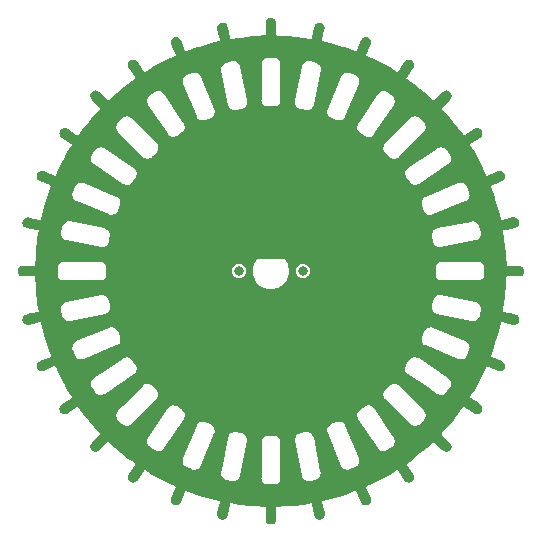
<source format=gbr>
G04 #@! TF.GenerationSoftware,KiCad,Pcbnew,(6.0.1-0)*
G04 #@! TF.CreationDate,2022-08-23T12:06:24-04:00*
G04 #@! TF.ProjectId,indexingWheel,696e6465-7869-46e6-9757-6865656c2e6b,rev?*
G04 #@! TF.SameCoordinates,Original*
G04 #@! TF.FileFunction,Copper,L1,Top*
G04 #@! TF.FilePolarity,Positive*
%FSLAX46Y46*%
G04 Gerber Fmt 4.6, Leading zero omitted, Abs format (unit mm)*
G04 Created by KiCad (PCBNEW (6.0.1-0)) date 2022-08-23 12:06:24*
%MOMM*%
%LPD*%
G01*
G04 APERTURE LIST*
G04 #@! TA.AperFunction,ViaPad*
%ADD10C,0.800000*%
G04 #@! TD*
G04 APERTURE END LIST*
D10*
X146800000Y-93000142D03*
X152200000Y-93000142D03*
G04 #@! TA.AperFunction,NonConductor*
G36*
X149558248Y-71557808D02*
G01*
X149600037Y-71563310D01*
X149631810Y-71571824D01*
X149709686Y-71604082D01*
X149738171Y-71620528D01*
X149805051Y-71671847D01*
X149828309Y-71695105D01*
X149879628Y-71761985D01*
X149896074Y-71790470D01*
X149928332Y-71868346D01*
X149936846Y-71900119D01*
X149948149Y-71985972D01*
X149948606Y-71989447D01*
X149948654Y-71993477D01*
X149945894Y-72000142D01*
X149948818Y-72007201D01*
X149948963Y-72019357D01*
X149948775Y-72021110D01*
X149950014Y-72029730D01*
X149950014Y-72995480D01*
X149947463Y-72995480D01*
X149948105Y-72999781D01*
X149945706Y-73005187D01*
X149949534Y-73015124D01*
X149949534Y-73015125D01*
X149950955Y-73018813D01*
X149960596Y-73043840D01*
X149961714Y-73044336D01*
X149961745Y-73044411D01*
X149963810Y-73045266D01*
X149998457Y-73060642D01*
X149999739Y-73060148D01*
X150000014Y-73060262D01*
X150007604Y-73057118D01*
X150008077Y-73056936D01*
X150009914Y-73057016D01*
X150022651Y-73058708D01*
X150029566Y-73057867D01*
X150725435Y-73088007D01*
X150730036Y-73088291D01*
X151168795Y-73123410D01*
X151452947Y-73146154D01*
X151457512Y-73146603D01*
X151771313Y-73183314D01*
X152177899Y-73230880D01*
X152182466Y-73231500D01*
X152891411Y-73340855D01*
X152890936Y-73343936D01*
X152896127Y-73344011D01*
X152899421Y-73346215D01*
X152900153Y-73346070D01*
X152900786Y-73346470D01*
X152918817Y-73342412D01*
X152921955Y-73341748D01*
X152923253Y-73341491D01*
X152923254Y-73341490D01*
X152940052Y-73338161D01*
X152940467Y-73337540D01*
X152941198Y-73337376D01*
X152948718Y-73325488D01*
X152951082Y-73321752D01*
X152952847Y-73319039D01*
X152953583Y-73317939D01*
X152953583Y-73317938D01*
X152957100Y-73312683D01*
X152957230Y-73312032D01*
X152963342Y-73302370D01*
X152961125Y-73292518D01*
X152961759Y-73289340D01*
X152964970Y-73278109D01*
X152965223Y-73271986D01*
X152971207Y-73242008D01*
X153153823Y-72327071D01*
X153155439Y-72327394D01*
X153155543Y-72324492D01*
X153160104Y-72317652D01*
X153158503Y-72309642D01*
X153158889Y-72308503D01*
X153158891Y-72308499D01*
X153188364Y-72221410D01*
X153202884Y-72191897D01*
X153217605Y-72169822D01*
X153249583Y-72121868D01*
X153271242Y-72097125D01*
X153334476Y-72041568D01*
X153361807Y-72023270D01*
X153437264Y-71985972D01*
X153468397Y-71975372D01*
X153550939Y-71958875D01*
X153583750Y-71956693D01*
X153667752Y-71962121D01*
X153700017Y-71968509D01*
X153779746Y-71995492D01*
X153809259Y-72010012D01*
X153809622Y-72010254D01*
X153879288Y-72056711D01*
X153904031Y-72078370D01*
X153944580Y-72124522D01*
X153959588Y-72141604D01*
X153977886Y-72168935D01*
X154015184Y-72244392D01*
X154025785Y-72275528D01*
X154042281Y-72358063D01*
X154044463Y-72390882D01*
X154038661Y-72480665D01*
X154037924Y-72484633D01*
X154033924Y-72490632D01*
X154035421Y-72498120D01*
X154033200Y-72510082D01*
X154032658Y-72511817D01*
X154032200Y-72520466D01*
X153854974Y-73412928D01*
X153844132Y-73467523D01*
X153841540Y-73467008D01*
X153841324Y-73471507D01*
X153837854Y-73476429D01*
X153844917Y-73517244D01*
X153845978Y-73517992D01*
X153846024Y-73518224D01*
X153851384Y-73521803D01*
X153853622Y-73523380D01*
X153853622Y-73523381D01*
X153864084Y-73530756D01*
X153864085Y-73530756D01*
X153878773Y-73541110D01*
X153879986Y-73540900D01*
X153880473Y-73541225D01*
X153889355Y-73539456D01*
X153890716Y-73539789D01*
X153903274Y-73544068D01*
X153910431Y-73544606D01*
X154179680Y-73610390D01*
X154586460Y-73709777D01*
X154590860Y-73710938D01*
X155288645Y-73908734D01*
X155293041Y-73910067D01*
X155983122Y-74133254D01*
X155987455Y-74134745D01*
X156591487Y-74354816D01*
X156661482Y-74380318D01*
X156660425Y-74383220D01*
X156665459Y-74384294D01*
X156668313Y-74387147D01*
X156669036Y-74387147D01*
X156669560Y-74387645D01*
X156682800Y-74387314D01*
X156688085Y-74387182D01*
X156691207Y-74387143D01*
X156692601Y-74387143D01*
X156692603Y-74387142D01*
X156709735Y-74387139D01*
X156710247Y-74386627D01*
X156710969Y-74386609D01*
X156723058Y-74373900D01*
X156723744Y-74373179D01*
X156725918Y-74370949D01*
X156726910Y-74369956D01*
X156731407Y-74365457D01*
X156731652Y-74364864D01*
X156739517Y-74356596D01*
X156739264Y-74346478D01*
X156740439Y-74343640D01*
X156745792Y-74333226D01*
X156747255Y-74327177D01*
X157115705Y-73437155D01*
X157117370Y-73437844D01*
X157118098Y-73434758D01*
X157124028Y-73428819D01*
X157124023Y-73420652D01*
X157124588Y-73419672D01*
X157124589Y-73419671D01*
X157170596Y-73339859D01*
X157190602Y-73313750D01*
X157250156Y-73254115D01*
X157276232Y-73234077D01*
X157349194Y-73191887D01*
X157379572Y-73179280D01*
X157460968Y-73157411D01*
X157493574Y-73153096D01*
X157535615Y-73153067D01*
X157577850Y-73153038D01*
X157610465Y-73157310D01*
X157691887Y-73179069D01*
X157722284Y-73191636D01*
X157795297Y-73233725D01*
X157821404Y-73253729D01*
X157881040Y-73313283D01*
X157901079Y-73339360D01*
X157943269Y-73412322D01*
X157955876Y-73442700D01*
X157977745Y-73524096D01*
X157982060Y-73556702D01*
X157982118Y-73640976D01*
X157977846Y-73673593D01*
X157954589Y-73760622D01*
X157953094Y-73764364D01*
X157948000Y-73769465D01*
X157948005Y-73777101D01*
X157943490Y-73788401D01*
X157942626Y-73789985D01*
X157940486Y-73798386D01*
X157571203Y-74690420D01*
X157568845Y-74689444D01*
X157567794Y-74693663D01*
X157563538Y-74697711D01*
X157563239Y-74709657D01*
X157562680Y-74709643D01*
X157562605Y-74710201D01*
X157563011Y-74710201D01*
X157563011Y-74710208D01*
X157563013Y-74716547D01*
X157563013Y-74717092D01*
X157562973Y-74720285D01*
X157562920Y-74722415D01*
X157562502Y-74739120D01*
X157563017Y-74739661D01*
X157563017Y-74740863D01*
X157586279Y-74764116D01*
X157591051Y-74769132D01*
X157591304Y-74769138D01*
X157592313Y-74770147D01*
X157602935Y-74770145D01*
X157604849Y-74771221D01*
X157615566Y-74777424D01*
X157623109Y-74779524D01*
X158252221Y-75072617D01*
X158256363Y-75074640D01*
X158902088Y-75404738D01*
X158906154Y-75406910D01*
X159539452Y-75760450D01*
X159543435Y-75762771D01*
X160156587Y-76135117D01*
X160154988Y-76137750D01*
X160159706Y-76139782D01*
X160161956Y-76143148D01*
X160162665Y-76143289D01*
X160163081Y-76143879D01*
X160181336Y-76147038D01*
X160184388Y-76147606D01*
X160185815Y-76147889D01*
X160185816Y-76147889D01*
X160202584Y-76151220D01*
X160203184Y-76150819D01*
X160203897Y-76150942D01*
X160219039Y-76140267D01*
X160221613Y-76138500D01*
X160222784Y-76137717D01*
X160222785Y-76137715D01*
X160228069Y-76134183D01*
X160228425Y-76133650D01*
X160237751Y-76127075D01*
X160239477Y-76117102D01*
X160241194Y-76114531D01*
X160248465Y-76105374D01*
X160251078Y-76099731D01*
X160299138Y-76027771D01*
X160787065Y-75297189D01*
X160788363Y-75298056D01*
X160789503Y-75295560D01*
X160796011Y-75291212D01*
X160797605Y-75283202D01*
X160798395Y-75282301D01*
X160798397Y-75282300D01*
X160859171Y-75213010D01*
X160883901Y-75191325D01*
X160954064Y-75144449D01*
X160983567Y-75129902D01*
X161063478Y-75102782D01*
X161095738Y-75096367D01*
X161108440Y-75095535D01*
X161179946Y-75090853D01*
X161212763Y-75093006D01*
X161295534Y-75109475D01*
X161326667Y-75120045D01*
X161402361Y-75157379D01*
X161429700Y-75175650D01*
X161468573Y-75209745D01*
X161493144Y-75231296D01*
X161514829Y-75256026D01*
X161531393Y-75280818D01*
X161553248Y-75313530D01*
X161561707Y-75326192D01*
X161576254Y-75355695D01*
X161603374Y-75435606D01*
X161609789Y-75467866D01*
X161615303Y-75552074D01*
X161613149Y-75584896D01*
X161596682Y-75667655D01*
X161586109Y-75698800D01*
X161546211Y-75779691D01*
X161544013Y-75783066D01*
X161538017Y-75787072D01*
X161536526Y-75794563D01*
X161529886Y-75804759D01*
X161528786Y-75806075D01*
X161525016Y-75813955D01*
X160988834Y-76616790D01*
X160986550Y-76615265D01*
X160984552Y-76619499D01*
X160979301Y-76622821D01*
X160976962Y-76633213D01*
X160974586Y-76643772D01*
X160970206Y-76663232D01*
X160970985Y-76664464D01*
X160970936Y-76664712D01*
X160974781Y-76670464D01*
X160992351Y-76698237D01*
X160993523Y-76698501D01*
X160993956Y-76699148D01*
X161003022Y-76700949D01*
X161003896Y-76701589D01*
X161014052Y-76710517D01*
X161020581Y-76713815D01*
X161581590Y-77124875D01*
X161585258Y-77127667D01*
X162154196Y-77577422D01*
X162157754Y-77580342D01*
X162709887Y-78050631D01*
X162713306Y-78053653D01*
X163225462Y-78523279D01*
X163242049Y-78538489D01*
X163239958Y-78540769D01*
X163244204Y-78543692D01*
X163245745Y-78547411D01*
X163246419Y-78547690D01*
X163246714Y-78548355D01*
X163262825Y-78554562D01*
X163263957Y-78554998D01*
X163266874Y-78556164D01*
X163284014Y-78563263D01*
X163284687Y-78562984D01*
X163285367Y-78563246D01*
X163294382Y-78559245D01*
X163294384Y-78559245D01*
X163302311Y-78555727D01*
X163305194Y-78554490D01*
X163306468Y-78553962D01*
X163312336Y-78551531D01*
X163312795Y-78551072D01*
X163323227Y-78546442D01*
X163326863Y-78537004D01*
X163329075Y-78534792D01*
X163337993Y-78527230D01*
X163341644Y-78522223D01*
X164023363Y-77840504D01*
X164024424Y-77841565D01*
X164025968Y-77839421D01*
X164033337Y-77836356D01*
X164036452Y-77828806D01*
X164110355Y-77771932D01*
X164138814Y-77755447D01*
X164216633Y-77723084D01*
X164248391Y-77714527D01*
X164331934Y-77703407D01*
X164364827Y-77703360D01*
X164448401Y-77714243D01*
X164480182Y-77722711D01*
X164558091Y-77754853D01*
X164586600Y-77771259D01*
X164653533Y-77822468D01*
X164676821Y-77845689D01*
X164728228Y-77912488D01*
X164744709Y-77940942D01*
X164763397Y-77985879D01*
X164777072Y-78018762D01*
X164785629Y-78050519D01*
X164796749Y-78134062D01*
X164796796Y-78166955D01*
X164785913Y-78250528D01*
X164777445Y-78282310D01*
X164745303Y-78360219D01*
X164728897Y-78388728D01*
X164674163Y-78460268D01*
X164671347Y-78463160D01*
X164664691Y-78465928D01*
X164661779Y-78472986D01*
X164653291Y-78481704D01*
X164651801Y-78482908D01*
X164646663Y-78489782D01*
X163964019Y-79172426D01*
X163962087Y-79170494D01*
X163959315Y-79174238D01*
X163953507Y-79176476D01*
X163936704Y-79214336D01*
X163937156Y-79215508D01*
X163936893Y-79216142D01*
X163943544Y-79232198D01*
X163944697Y-79235083D01*
X163945112Y-79236159D01*
X163951596Y-79252989D01*
X163952282Y-79253294D01*
X163952745Y-79254411D01*
X163962007Y-79258248D01*
X163962261Y-79258525D01*
X163970851Y-79269746D01*
X163976875Y-79274462D01*
X164446300Y-79786375D01*
X164449353Y-79789829D01*
X164919654Y-80341949D01*
X164922550Y-80345478D01*
X165363677Y-80903474D01*
X165372336Y-80914427D01*
X165375124Y-80918090D01*
X165743293Y-81420537D01*
X165799127Y-81496734D01*
X165796627Y-81498566D01*
X165800227Y-81502269D01*
X165801008Y-81506200D01*
X165801620Y-81506609D01*
X165801781Y-81507326D01*
X165817493Y-81517265D01*
X165820023Y-81518912D01*
X165835444Y-81529220D01*
X165836165Y-81529077D01*
X165836787Y-81529470D01*
X165846404Y-81527306D01*
X165846405Y-81527306D01*
X165854846Y-81525406D01*
X165857949Y-81524749D01*
X165859290Y-81524483D01*
X165859291Y-81524482D01*
X165865512Y-81523246D01*
X165866056Y-81522883D01*
X165877198Y-81520375D01*
X165882602Y-81511832D01*
X165885244Y-81510067D01*
X165895458Y-81504394D01*
X165899994Y-81500217D01*
X166702518Y-80964242D01*
X166703377Y-80965529D01*
X166705371Y-80963674D01*
X166713084Y-80962139D01*
X166717621Y-80955348D01*
X166801356Y-80914047D01*
X166832501Y-80903474D01*
X166915260Y-80887007D01*
X166948082Y-80884853D01*
X167019588Y-80889535D01*
X167032290Y-80890367D01*
X167064550Y-80896782D01*
X167144461Y-80923902D01*
X167173962Y-80938448D01*
X167200569Y-80956224D01*
X167244130Y-80985327D01*
X167268860Y-81007012D01*
X167324505Y-81070454D01*
X167342777Y-81097795D01*
X167380111Y-81173489D01*
X167390681Y-81204622D01*
X167407150Y-81287393D01*
X167409303Y-81320210D01*
X167403789Y-81404418D01*
X167397374Y-81436678D01*
X167370254Y-81516589D01*
X167355708Y-81546090D01*
X167332269Y-81581173D01*
X167308831Y-81616255D01*
X167287146Y-81640985D01*
X167219338Y-81700459D01*
X167216014Y-81702738D01*
X167208944Y-81704145D01*
X167204702Y-81710494D01*
X167194665Y-81717376D01*
X167193086Y-81718202D01*
X167186625Y-81724005D01*
X166534232Y-82159713D01*
X166383099Y-82260649D01*
X166381685Y-82258532D01*
X166378469Y-82261450D01*
X166372607Y-82262465D01*
X166348740Y-82296320D01*
X166348952Y-82297547D01*
X166348936Y-82297572D01*
X166349096Y-82298378D01*
X166355803Y-82337135D01*
X166356958Y-82337949D01*
X166357008Y-82338200D01*
X166362901Y-82342139D01*
X166364228Y-82343075D01*
X166365188Y-82344656D01*
X166370835Y-82356142D01*
X166375355Y-82361398D01*
X166736922Y-82956787D01*
X166739242Y-82960770D01*
X167092758Y-83594008D01*
X167094931Y-83598074D01*
X167425039Y-84243803D01*
X167427057Y-84247935D01*
X167568775Y-84552118D01*
X167730011Y-84898193D01*
X167727198Y-84899504D01*
X167730010Y-84903842D01*
X167730009Y-84907843D01*
X167730529Y-84908363D01*
X167730547Y-84909096D01*
X167743951Y-84921847D01*
X167746185Y-84924026D01*
X167759293Y-84937139D01*
X167760027Y-84937139D01*
X167760559Y-84937645D01*
X167770414Y-84937398D01*
X167770415Y-84937399D01*
X167779042Y-84937183D01*
X167782203Y-84937143D01*
X167789948Y-84937145D01*
X167790553Y-84936895D01*
X167801968Y-84936609D01*
X167808935Y-84929285D01*
X167811880Y-84928066D01*
X167822993Y-84924498D01*
X167828258Y-84921286D01*
X168719984Y-84552130D01*
X168720451Y-84553259D01*
X168722281Y-84552127D01*
X168729783Y-84552118D01*
X168735552Y-84546336D01*
X168797657Y-84529617D01*
X168825695Y-84522069D01*
X168858301Y-84517737D01*
X168900194Y-84517688D01*
X168942682Y-84517638D01*
X168975293Y-84521892D01*
X169034936Y-84537799D01*
X169056826Y-84543637D01*
X169087228Y-84556189D01*
X169160352Y-84598293D01*
X169186468Y-84618284D01*
X169246207Y-84677883D01*
X169266254Y-84703946D01*
X169301764Y-84765285D01*
X169308532Y-84776976D01*
X169321154Y-84807350D01*
X169343087Y-84888824D01*
X169347419Y-84921429D01*
X169347518Y-85005807D01*
X169343264Y-85038421D01*
X169331968Y-85080775D01*
X169321519Y-85119954D01*
X169308967Y-85150356D01*
X169266863Y-85223480D01*
X169246872Y-85249596D01*
X169187274Y-85309334D01*
X169161209Y-85329383D01*
X169112795Y-85357410D01*
X169083154Y-85374569D01*
X169079457Y-85376157D01*
X169072245Y-85376166D01*
X169066849Y-85381574D01*
X169055675Y-85386375D01*
X169053838Y-85386917D01*
X169046459Y-85391300D01*
X168154551Y-85760531D01*
X168153550Y-85758112D01*
X168149723Y-85760410D01*
X168143674Y-85760259D01*
X168134786Y-85768713D01*
X168134377Y-85768283D01*
X168133417Y-85769018D01*
X168132946Y-85768402D01*
X168132581Y-85768499D01*
X168133735Y-85769712D01*
X168113660Y-85788807D01*
X168113635Y-85789803D01*
X168113017Y-85790421D01*
X168113015Y-85800108D01*
X168113012Y-85813180D01*
X168113005Y-85813715D01*
X168113012Y-85813740D01*
X168113012Y-85814745D01*
X168112626Y-85830215D01*
X168113009Y-85830618D01*
X168113009Y-85831843D01*
X168120235Y-85839072D01*
X168120368Y-85839438D01*
X168124016Y-85853114D01*
X168127783Y-85859789D01*
X168286994Y-86296753D01*
X168365547Y-86512346D01*
X168367045Y-86516706D01*
X168590228Y-87206739D01*
X168591566Y-87211150D01*
X168789364Y-87908897D01*
X168790540Y-87913354D01*
X168960815Y-88610225D01*
X168957805Y-88610961D01*
X168959713Y-88615759D01*
X168958931Y-88619683D01*
X168959340Y-88620296D01*
X168959214Y-88621024D01*
X168964894Y-88629081D01*
X168964894Y-88629082D01*
X168969876Y-88636150D01*
X168971677Y-88638774D01*
X168981932Y-88654132D01*
X168982656Y-88654276D01*
X168983081Y-88654879D01*
X169001277Y-88658028D01*
X169004378Y-88658604D01*
X169011996Y-88660122D01*
X169012640Y-88659994D01*
X169023896Y-88661942D01*
X169032157Y-88656118D01*
X169035274Y-88655499D01*
X169046885Y-88654167D01*
X169052675Y-88652044D01*
X169998533Y-88464214D01*
X169998798Y-88465549D01*
X170001044Y-88464711D01*
X170008628Y-88466211D01*
X170015415Y-88461666D01*
X170108409Y-88455473D01*
X170141233Y-88457591D01*
X170157192Y-88460748D01*
X170223848Y-88473935D01*
X170255005Y-88484475D01*
X170330578Y-88521645D01*
X170357946Y-88539890D01*
X170421323Y-88595353D01*
X170443037Y-88620061D01*
X170489902Y-88690041D01*
X170504481Y-88719526D01*
X170531635Y-88799245D01*
X170538085Y-88831498D01*
X170543682Y-88915536D01*
X170541565Y-88948362D01*
X170525221Y-89030976D01*
X170514681Y-89062133D01*
X170477511Y-89137706D01*
X170459266Y-89165074D01*
X170403803Y-89228451D01*
X170379095Y-89250165D01*
X170309115Y-89297030D01*
X170279632Y-89311608D01*
X170194418Y-89340634D01*
X170190474Y-89341472D01*
X170183400Y-89340073D01*
X170177055Y-89344322D01*
X170165158Y-89346849D01*
X170163367Y-89347011D01*
X170155184Y-89349906D01*
X169470200Y-89486625D01*
X169208444Y-89538870D01*
X169207944Y-89536363D01*
X169203844Y-89537835D01*
X169198149Y-89536554D01*
X169188054Y-89542940D01*
X169187756Y-89542469D01*
X169187250Y-89542717D01*
X169187476Y-89543054D01*
X169187473Y-89543056D01*
X169183489Y-89545722D01*
X169181939Y-89546759D01*
X169179261Y-89548502D01*
X169163143Y-89558698D01*
X169162974Y-89559449D01*
X169161995Y-89560104D01*
X169160043Y-89569954D01*
X169160042Y-89569955D01*
X169157779Y-89581372D01*
X169155842Y-89591147D01*
X169154050Y-89599109D01*
X169154212Y-89599366D01*
X169153941Y-89600735D01*
X169159824Y-89609528D01*
X169159828Y-89609555D01*
X169159874Y-89610148D01*
X169160769Y-89624066D01*
X169163212Y-89631491D01*
X169269033Y-90317474D01*
X169269652Y-90322041D01*
X169345360Y-90969122D01*
X169353930Y-91042374D01*
X169354381Y-91046947D01*
X169378247Y-91345082D01*
X169412254Y-91769902D01*
X169412538Y-91774502D01*
X169443589Y-92491222D01*
X169440501Y-92491356D01*
X169441435Y-92496422D01*
X169439894Y-92500142D01*
X169440173Y-92500815D01*
X169439911Y-92501495D01*
X169447351Y-92518258D01*
X169447415Y-92518403D01*
X169448642Y-92521262D01*
X169455745Y-92538411D01*
X169456418Y-92538690D01*
X169456714Y-92539356D01*
X169474024Y-92546024D01*
X169476890Y-92547170D01*
X169478197Y-92547711D01*
X169484067Y-92550142D01*
X169484715Y-92550142D01*
X169495367Y-92554245D01*
X169504612Y-92550142D01*
X169507749Y-92550142D01*
X169519396Y-92551100D01*
X169525514Y-92550142D01*
X170490067Y-92550142D01*
X170490067Y-92551688D01*
X170492750Y-92551253D01*
X170500014Y-92554262D01*
X170507562Y-92551136D01*
X170590090Y-92562000D01*
X170600037Y-92563310D01*
X170631810Y-92571824D01*
X170709686Y-92604082D01*
X170738171Y-92620528D01*
X170805051Y-92671847D01*
X170828309Y-92695105D01*
X170879628Y-92761985D01*
X170896074Y-92790470D01*
X170928332Y-92868346D01*
X170936846Y-92900119D01*
X170947849Y-92983696D01*
X170947849Y-93016588D01*
X170936846Y-93100165D01*
X170928332Y-93131938D01*
X170896074Y-93209814D01*
X170879628Y-93238299D01*
X170828309Y-93305179D01*
X170805051Y-93328437D01*
X170738171Y-93379756D01*
X170709686Y-93396202D01*
X170631810Y-93428460D01*
X170600037Y-93436974D01*
X170510707Y-93448734D01*
X170506679Y-93448782D01*
X170500014Y-93446022D01*
X170492955Y-93448946D01*
X170480799Y-93449091D01*
X170479046Y-93448903D01*
X170470426Y-93450142D01*
X169504676Y-93450142D01*
X169504676Y-93447591D01*
X169500375Y-93448233D01*
X169494969Y-93445834D01*
X169485032Y-93449662D01*
X169485031Y-93449662D01*
X169482472Y-93450648D01*
X169456316Y-93460724D01*
X169455820Y-93461842D01*
X169455745Y-93461873D01*
X169454890Y-93463938D01*
X169439514Y-93498585D01*
X169440008Y-93499867D01*
X169439894Y-93500142D01*
X169443038Y-93507732D01*
X169443220Y-93508205D01*
X169443140Y-93510042D01*
X169441448Y-93522779D01*
X169442289Y-93529694D01*
X169412149Y-94225563D01*
X169411865Y-94230164D01*
X169354003Y-94953063D01*
X169353553Y-94957640D01*
X169329749Y-95161115D01*
X169269276Y-95678027D01*
X169268656Y-95682594D01*
X169175590Y-96285936D01*
X169159301Y-96391539D01*
X169156220Y-96391064D01*
X169156145Y-96396255D01*
X169153941Y-96399549D01*
X169154086Y-96400281D01*
X169153686Y-96400914D01*
X169157737Y-96418912D01*
X169158408Y-96422083D01*
X169161995Y-96440180D01*
X169162616Y-96440595D01*
X169162780Y-96441326D01*
X169171100Y-96446589D01*
X169178404Y-96451210D01*
X169181117Y-96452975D01*
X169182217Y-96453711D01*
X169182218Y-96453711D01*
X169187473Y-96457228D01*
X169188124Y-96457358D01*
X169197786Y-96463470D01*
X169207638Y-96461253D01*
X169210816Y-96461887D01*
X169222047Y-96465098D01*
X169228170Y-96465351D01*
X169682606Y-96556054D01*
X170173085Y-96653951D01*
X170172762Y-96655567D01*
X170175664Y-96655671D01*
X170182504Y-96660232D01*
X170190514Y-96658631D01*
X170191653Y-96659017D01*
X170191657Y-96659019D01*
X170278746Y-96688492D01*
X170308259Y-96703012D01*
X170378288Y-96749711D01*
X170403031Y-96771370D01*
X170419001Y-96789547D01*
X170458588Y-96834604D01*
X170476886Y-96861935D01*
X170514184Y-96937392D01*
X170524784Y-96968525D01*
X170541281Y-97051067D01*
X170543463Y-97083878D01*
X170538920Y-97154176D01*
X170538035Y-97167878D01*
X170531647Y-97200145D01*
X170504664Y-97279874D01*
X170490144Y-97309387D01*
X170443445Y-97379416D01*
X170421786Y-97404159D01*
X170369485Y-97450110D01*
X170358552Y-97459716D01*
X170331221Y-97478014D01*
X170255764Y-97515312D01*
X170224628Y-97525913D01*
X170142090Y-97542409D01*
X170109278Y-97544591D01*
X170019490Y-97538789D01*
X170015523Y-97538052D01*
X170009524Y-97534052D01*
X170002036Y-97535549D01*
X169990074Y-97533328D01*
X169988339Y-97532786D01*
X169979690Y-97532328D01*
X169032633Y-97344260D01*
X169033148Y-97341668D01*
X169028649Y-97341452D01*
X169023727Y-97337982D01*
X169007096Y-97340860D01*
X169000761Y-97341956D01*
X169000760Y-97341956D01*
X168982912Y-97345045D01*
X168982164Y-97346106D01*
X168981932Y-97346152D01*
X168978353Y-97351512D01*
X168976776Y-97353749D01*
X168970359Y-97362853D01*
X168959046Y-97378901D01*
X168959256Y-97380114D01*
X168958931Y-97380601D01*
X168960700Y-97389483D01*
X168960367Y-97390844D01*
X168956088Y-97403402D01*
X168955550Y-97410559D01*
X168867216Y-97772103D01*
X168790389Y-98086551D01*
X168790385Y-98086566D01*
X168789218Y-98090988D01*
X168620345Y-98686740D01*
X168591427Y-98788758D01*
X168590089Y-98793169D01*
X168382592Y-99434738D01*
X168366906Y-99483237D01*
X168365411Y-99487583D01*
X168119838Y-100161610D01*
X168116936Y-100160553D01*
X168115862Y-100165587D01*
X168113009Y-100168441D01*
X168113009Y-100169164D01*
X168112511Y-100169688D01*
X168112758Y-100179554D01*
X168112974Y-100188213D01*
X168113013Y-100191335D01*
X168113013Y-100192729D01*
X168113014Y-100192731D01*
X168113017Y-100209863D01*
X168113529Y-100210375D01*
X168113547Y-100211097D01*
X168120699Y-100217900D01*
X168126977Y-100223872D01*
X168129207Y-100226046D01*
X168134699Y-100231535D01*
X168135292Y-100231780D01*
X168143560Y-100239645D01*
X168153678Y-100239392D01*
X168156516Y-100240567D01*
X168166930Y-100245920D01*
X168172979Y-100247383D01*
X169063001Y-100615833D01*
X169062312Y-100617498D01*
X169065398Y-100618226D01*
X169071337Y-100624156D01*
X169079504Y-100624151D01*
X169080484Y-100624716D01*
X169080485Y-100624717D01*
X169160297Y-100670724D01*
X169186406Y-100690730D01*
X169246041Y-100750284D01*
X169266079Y-100776360D01*
X169308269Y-100849322D01*
X169320876Y-100879700D01*
X169342745Y-100961096D01*
X169347060Y-100993702D01*
X169347118Y-101077347D01*
X169347118Y-101077976D01*
X169342846Y-101110593D01*
X169321087Y-101192015D01*
X169308520Y-101222412D01*
X169266431Y-101295425D01*
X169246427Y-101321532D01*
X169186873Y-101381168D01*
X169160796Y-101401207D01*
X169087834Y-101443397D01*
X169057456Y-101456004D01*
X168976060Y-101477873D01*
X168943454Y-101482188D01*
X168901413Y-101482217D01*
X168859178Y-101482246D01*
X168826563Y-101477974D01*
X168739534Y-101454717D01*
X168735792Y-101453222D01*
X168730691Y-101448128D01*
X168723055Y-101448133D01*
X168711755Y-101443618D01*
X168710171Y-101442754D01*
X168701769Y-101440614D01*
X168695255Y-101437917D01*
X167809736Y-101071331D01*
X167810712Y-101068973D01*
X167806493Y-101067922D01*
X167802445Y-101063666D01*
X167790499Y-101063367D01*
X167790513Y-101062808D01*
X167789955Y-101062733D01*
X167789955Y-101063139D01*
X167789948Y-101063139D01*
X167783034Y-101063141D01*
X167779871Y-101063101D01*
X167777741Y-101063048D01*
X167777740Y-101063048D01*
X167761036Y-101062630D01*
X167760495Y-101063145D01*
X167759293Y-101063145D01*
X167736040Y-101086407D01*
X167731024Y-101091179D01*
X167731018Y-101091432D01*
X167730009Y-101092441D01*
X167730011Y-101103063D01*
X167728935Y-101104977D01*
X167722732Y-101115694D01*
X167720632Y-101123236D01*
X167668928Y-101234218D01*
X167427539Y-101752349D01*
X167425516Y-101756491D01*
X167095418Y-102402216D01*
X167093246Y-102406282D01*
X166739706Y-103039580D01*
X166737385Y-103043563D01*
X166544398Y-103361360D01*
X166365039Y-103656715D01*
X166362406Y-103655116D01*
X166360374Y-103659834D01*
X166357008Y-103662084D01*
X166356867Y-103662793D01*
X166356277Y-103663209D01*
X166354594Y-103672934D01*
X166353119Y-103681457D01*
X166352550Y-103684516D01*
X166352267Y-103685943D01*
X166348936Y-103702712D01*
X166349337Y-103703312D01*
X166349214Y-103704025D01*
X166358704Y-103717486D01*
X166359889Y-103719167D01*
X166361656Y-103721741D01*
X166362439Y-103722912D01*
X166362441Y-103722913D01*
X166365973Y-103728197D01*
X166366506Y-103728553D01*
X166373081Y-103737879D01*
X166383054Y-103739605D01*
X166385625Y-103741322D01*
X166394782Y-103748593D01*
X166400423Y-103751205D01*
X167081973Y-104206386D01*
X167202967Y-104287193D01*
X167202100Y-104288491D01*
X167204596Y-104289631D01*
X167208944Y-104296139D01*
X167216954Y-104297733D01*
X167217855Y-104298523D01*
X167217856Y-104298525D01*
X167287146Y-104359299D01*
X167308831Y-104384029D01*
X167320001Y-104400748D01*
X167351753Y-104448273D01*
X167355707Y-104454192D01*
X167370254Y-104483695D01*
X167397374Y-104563606D01*
X167403789Y-104595866D01*
X167409303Y-104680074D01*
X167407150Y-104712891D01*
X167390681Y-104795662D01*
X167380111Y-104826795D01*
X167342777Y-104902489D01*
X167324505Y-104929830D01*
X167268860Y-104993272D01*
X167244130Y-105014957D01*
X167221593Y-105030014D01*
X167197154Y-105046342D01*
X167173964Y-105061835D01*
X167144461Y-105076382D01*
X167064550Y-105103502D01*
X167032290Y-105109917D01*
X167019588Y-105110749D01*
X166948082Y-105115431D01*
X166915260Y-105113277D01*
X166832501Y-105096810D01*
X166801355Y-105086236D01*
X166796929Y-105084053D01*
X166720465Y-105046339D01*
X166717090Y-105044141D01*
X166713084Y-105038145D01*
X166705593Y-105036654D01*
X166695397Y-105030014D01*
X166694081Y-105028914D01*
X166686200Y-105025144D01*
X166679301Y-105020536D01*
X165883366Y-104488962D01*
X165884891Y-104486678D01*
X165880657Y-104484680D01*
X165877335Y-104479429D01*
X165866943Y-104477090D01*
X165854596Y-104474311D01*
X165854595Y-104474311D01*
X165836924Y-104470334D01*
X165835692Y-104471113D01*
X165835444Y-104471064D01*
X165829692Y-104474909D01*
X165801919Y-104492479D01*
X165801655Y-104493651D01*
X165801008Y-104494084D01*
X165799207Y-104503150D01*
X165798567Y-104504024D01*
X165789639Y-104514180D01*
X165786341Y-104520709D01*
X165375281Y-105081718D01*
X165372489Y-105085386D01*
X165081388Y-105453627D01*
X164987156Y-105572831D01*
X164922734Y-105654324D01*
X164919814Y-105657882D01*
X164449525Y-106210015D01*
X164446503Y-106213434D01*
X163961667Y-106742177D01*
X163959387Y-106740086D01*
X163956464Y-106744332D01*
X163952745Y-106745873D01*
X163952466Y-106746547D01*
X163951801Y-106746842D01*
X163948255Y-106756047D01*
X163945158Y-106764085D01*
X163943992Y-106767002D01*
X163936893Y-106784142D01*
X163937172Y-106784815D01*
X163936910Y-106785495D01*
X163940911Y-106794510D01*
X163940911Y-106794512D01*
X163944429Y-106802439D01*
X163945666Y-106805322D01*
X163948625Y-106812464D01*
X163949084Y-106812923D01*
X163953714Y-106823355D01*
X163963152Y-106826991D01*
X163965364Y-106829203D01*
X163972926Y-106838121D01*
X163977933Y-106841772D01*
X164659652Y-107523491D01*
X164658591Y-107524552D01*
X164660735Y-107526096D01*
X164663800Y-107533465D01*
X164671350Y-107536580D01*
X164691549Y-107562826D01*
X164728223Y-107610481D01*
X164744709Y-107638942D01*
X164767396Y-107693495D01*
X164777072Y-107716762D01*
X164785629Y-107748519D01*
X164796749Y-107832062D01*
X164796796Y-107864955D01*
X164786186Y-107946428D01*
X164785913Y-107948528D01*
X164777445Y-107980310D01*
X164745303Y-108058219D01*
X164728897Y-108086728D01*
X164677688Y-108153661D01*
X164654467Y-108176949D01*
X164587668Y-108228356D01*
X164559214Y-108244837D01*
X164496610Y-108270872D01*
X164481394Y-108277200D01*
X164449637Y-108285757D01*
X164366094Y-108296877D01*
X164333201Y-108296924D01*
X164249627Y-108286041D01*
X164217846Y-108277573D01*
X164139937Y-108245431D01*
X164111428Y-108229025D01*
X164039888Y-108174291D01*
X164036996Y-108171475D01*
X164034228Y-108164819D01*
X164027170Y-108161907D01*
X164018452Y-108153419D01*
X164017248Y-108151929D01*
X164010374Y-108146791D01*
X163327730Y-107464147D01*
X163329662Y-107462215D01*
X163325918Y-107459443D01*
X163323680Y-107453635D01*
X163285820Y-107436832D01*
X163284648Y-107437284D01*
X163284014Y-107437021D01*
X163267958Y-107443672D01*
X163265073Y-107444825D01*
X163262745Y-107445722D01*
X163247167Y-107451724D01*
X163246862Y-107452410D01*
X163245745Y-107452873D01*
X163241908Y-107462135D01*
X163241631Y-107462389D01*
X163230410Y-107470979D01*
X163225694Y-107477003D01*
X162713781Y-107946428D01*
X162710327Y-107949481D01*
X162709994Y-107949765D01*
X162158207Y-108419782D01*
X162154678Y-108422678D01*
X161595631Y-108864636D01*
X161585729Y-108872464D01*
X161582066Y-108875252D01*
X161003422Y-109299255D01*
X161001590Y-109296755D01*
X160997887Y-109300355D01*
X160993956Y-109301136D01*
X160993547Y-109301748D01*
X160992830Y-109301909D01*
X160982891Y-109317621D01*
X160981244Y-109320151D01*
X160970936Y-109335572D01*
X160971079Y-109336293D01*
X160970686Y-109336915D01*
X160972850Y-109346532D01*
X160972850Y-109346533D01*
X160974750Y-109354974D01*
X160975407Y-109358077D01*
X160975673Y-109359418D01*
X160975674Y-109359419D01*
X160976910Y-109365640D01*
X160977273Y-109366184D01*
X160979781Y-109377326D01*
X160988324Y-109382730D01*
X160990089Y-109385372D01*
X160995762Y-109395586D01*
X160999939Y-109400122D01*
X161535914Y-110202646D01*
X161534627Y-110203505D01*
X161536482Y-110205499D01*
X161538017Y-110213212D01*
X161544808Y-110217749D01*
X161585195Y-110299632D01*
X161586108Y-110301483D01*
X161596682Y-110332629D01*
X161613149Y-110415388D01*
X161615303Y-110448210D01*
X161609789Y-110532418D01*
X161603374Y-110564678D01*
X161576254Y-110644589D01*
X161561708Y-110674090D01*
X161544218Y-110700269D01*
X161514829Y-110744258D01*
X161493144Y-110768988D01*
X161436877Y-110818340D01*
X161429702Y-110824633D01*
X161402361Y-110842905D01*
X161326667Y-110880239D01*
X161295534Y-110890809D01*
X161212763Y-110907278D01*
X161179946Y-110909431D01*
X161108440Y-110904749D01*
X161095738Y-110903917D01*
X161063478Y-110897502D01*
X160983567Y-110870382D01*
X160954064Y-110855835D01*
X160883901Y-110808959D01*
X160859171Y-110787274D01*
X160799697Y-110719466D01*
X160797418Y-110716142D01*
X160796011Y-110709072D01*
X160789662Y-110704830D01*
X160782780Y-110694793D01*
X160781954Y-110693214D01*
X160776151Y-110686753D01*
X160239507Y-109883227D01*
X160241624Y-109881813D01*
X160238706Y-109878597D01*
X160237691Y-109872735D01*
X160203836Y-109848868D01*
X160202609Y-109849080D01*
X160202584Y-109849064D01*
X160201778Y-109849224D01*
X160163021Y-109855931D01*
X160162207Y-109857086D01*
X160161956Y-109857136D01*
X160158017Y-109863029D01*
X160157081Y-109864356D01*
X160155500Y-109865316D01*
X160144014Y-109870963D01*
X160138758Y-109875483D01*
X159543369Y-110237050D01*
X159539386Y-110239370D01*
X158906148Y-110592886D01*
X158902082Y-110595059D01*
X158256353Y-110925167D01*
X158252214Y-110927189D01*
X157601963Y-111230139D01*
X157600652Y-111227326D01*
X157596314Y-111230138D01*
X157592313Y-111230137D01*
X157591793Y-111230657D01*
X157591060Y-111230675D01*
X157578309Y-111244079D01*
X157576130Y-111246313D01*
X157563017Y-111259421D01*
X157563017Y-111260155D01*
X157562511Y-111260687D01*
X157562758Y-111270542D01*
X157562757Y-111270543D01*
X157562973Y-111279170D01*
X157563013Y-111282331D01*
X157563011Y-111290076D01*
X157563261Y-111290681D01*
X157563547Y-111302096D01*
X157570871Y-111309063D01*
X157572090Y-111312008D01*
X157575658Y-111323121D01*
X157578870Y-111328386D01*
X157948026Y-112220112D01*
X157946897Y-112220579D01*
X157948029Y-112222409D01*
X157948038Y-112229911D01*
X157953820Y-112235680D01*
X157968265Y-112289337D01*
X157978087Y-112325823D01*
X157982419Y-112358429D01*
X157982518Y-112442807D01*
X157978264Y-112475421D01*
X157963098Y-112532285D01*
X157956519Y-112556954D01*
X157943967Y-112587356D01*
X157901863Y-112660480D01*
X157881872Y-112686596D01*
X157822273Y-112746335D01*
X157796210Y-112766382D01*
X157723180Y-112808660D01*
X157692806Y-112821282D01*
X157611332Y-112843215D01*
X157578727Y-112847547D01*
X157536834Y-112847596D01*
X157494346Y-112847646D01*
X157461735Y-112843392D01*
X157380202Y-112821647D01*
X157349800Y-112809095D01*
X157276676Y-112766991D01*
X157250560Y-112747000D01*
X157190822Y-112687402D01*
X157170772Y-112661335D01*
X157170519Y-112660897D01*
X157125587Y-112583282D01*
X157123999Y-112579585D01*
X157123990Y-112572373D01*
X157118582Y-112566977D01*
X157113781Y-112555803D01*
X157113239Y-112553966D01*
X157108855Y-112546585D01*
X157103346Y-112533276D01*
X156739625Y-111654679D01*
X156742044Y-111653678D01*
X156739746Y-111649851D01*
X156739897Y-111643802D01*
X156731443Y-111634914D01*
X156731873Y-111634505D01*
X156731138Y-111633545D01*
X156731754Y-111633074D01*
X156731657Y-111632709D01*
X156730444Y-111633863D01*
X156725095Y-111628240D01*
X156711349Y-111613788D01*
X156710353Y-111613763D01*
X156709735Y-111613145D01*
X156700049Y-111613143D01*
X156686976Y-111613140D01*
X156686441Y-111613133D01*
X156686416Y-111613140D01*
X156685411Y-111613140D01*
X156669941Y-111612754D01*
X156669538Y-111613137D01*
X156668313Y-111613137D01*
X156661084Y-111620363D01*
X156660718Y-111620496D01*
X156647042Y-111624144D01*
X156640367Y-111627911D01*
X156569298Y-111653806D01*
X155987810Y-111865675D01*
X155983450Y-111867173D01*
X155293417Y-112090356D01*
X155289006Y-112091694D01*
X154591259Y-112289492D01*
X154586802Y-112290668D01*
X153897171Y-112459174D01*
X153889931Y-112460943D01*
X153889195Y-112457933D01*
X153884397Y-112459841D01*
X153880473Y-112459059D01*
X153879860Y-112459468D01*
X153879132Y-112459342D01*
X153871075Y-112465022D01*
X153871074Y-112465022D01*
X153864006Y-112470004D01*
X153861382Y-112471805D01*
X153846024Y-112482060D01*
X153845880Y-112482784D01*
X153845277Y-112483209D01*
X153843597Y-112492918D01*
X153842130Y-112501394D01*
X153841552Y-112504506D01*
X153840034Y-112512124D01*
X153840162Y-112512768D01*
X153838214Y-112524024D01*
X153844038Y-112532285D01*
X153844657Y-112535402D01*
X153845989Y-112547013D01*
X153848112Y-112552803D01*
X154035942Y-113498661D01*
X154034607Y-113498926D01*
X154035445Y-113501172D01*
X154033945Y-113508756D01*
X154038490Y-113515543D01*
X154038569Y-113516729D01*
X154044683Y-113608536D01*
X154042565Y-113641362D01*
X154026221Y-113723976D01*
X154015681Y-113755133D01*
X153978511Y-113830706D01*
X153960266Y-113858074D01*
X153904803Y-113921451D01*
X153880095Y-113943165D01*
X153810115Y-113990030D01*
X153780630Y-114004609D01*
X153700911Y-114031763D01*
X153668658Y-114038213D01*
X153584620Y-114043810D01*
X153551794Y-114041693D01*
X153550359Y-114041409D01*
X153501661Y-114031775D01*
X153469180Y-114025349D01*
X153438023Y-114014809D01*
X153362450Y-113977639D01*
X153335082Y-113959394D01*
X153271705Y-113903931D01*
X153249991Y-113879223D01*
X153203126Y-113809243D01*
X153188547Y-113779759D01*
X153188246Y-113778874D01*
X153159522Y-113694546D01*
X153158684Y-113690602D01*
X153160083Y-113683528D01*
X153155834Y-113677183D01*
X153153307Y-113665286D01*
X153153145Y-113663495D01*
X153150250Y-113655312D01*
X152961286Y-112708572D01*
X152963793Y-112708072D01*
X152962321Y-112703972D01*
X152963602Y-112698277D01*
X152957216Y-112688182D01*
X152957687Y-112687884D01*
X152957436Y-112687373D01*
X152957099Y-112687599D01*
X152953385Y-112682048D01*
X152951623Y-112679340D01*
X152950402Y-112677410D01*
X152941458Y-112663271D01*
X152940707Y-112663102D01*
X152940052Y-112662123D01*
X152930202Y-112660171D01*
X152930201Y-112660170D01*
X152917174Y-112657588D01*
X152917173Y-112657588D01*
X152909009Y-112655970D01*
X152901047Y-112654178D01*
X152900790Y-112654340D01*
X152899421Y-112654069D01*
X152890628Y-112659952D01*
X152890601Y-112659956D01*
X152890008Y-112660002D01*
X152876090Y-112660897D01*
X152868665Y-112663340D01*
X152640760Y-112698497D01*
X152182825Y-112769139D01*
X152182682Y-112769161D01*
X152178115Y-112769780D01*
X151457767Y-112854059D01*
X151453209Y-112854509D01*
X151155074Y-112878375D01*
X150730254Y-112912382D01*
X150725654Y-112912666D01*
X150008934Y-112943717D01*
X150008800Y-112940629D01*
X150003734Y-112941563D01*
X150000014Y-112940022D01*
X149999341Y-112940301D01*
X149998661Y-112940039D01*
X149981734Y-112947551D01*
X149978894Y-112948770D01*
X149961745Y-112955873D01*
X149961466Y-112956546D01*
X149960800Y-112956842D01*
X149954132Y-112974152D01*
X149952986Y-112977018D01*
X149950014Y-112984195D01*
X149950014Y-112984843D01*
X149945911Y-112995495D01*
X149950014Y-113004740D01*
X149950014Y-113007877D01*
X149949056Y-113019524D01*
X149950014Y-113025642D01*
X149950014Y-113990195D01*
X149948468Y-113990195D01*
X149948903Y-113992878D01*
X149945894Y-114000142D01*
X149949020Y-114007690D01*
X149938156Y-114090218D01*
X149936846Y-114100165D01*
X149928332Y-114131938D01*
X149896074Y-114209814D01*
X149879628Y-114238299D01*
X149828309Y-114305179D01*
X149805051Y-114328437D01*
X149738171Y-114379756D01*
X149709686Y-114396202D01*
X149631810Y-114428460D01*
X149600037Y-114436974D01*
X149558249Y-114442475D01*
X149516459Y-114447977D01*
X149483569Y-114447977D01*
X149441779Y-114442475D01*
X149399991Y-114436974D01*
X149368218Y-114428460D01*
X149290342Y-114396202D01*
X149261857Y-114379756D01*
X149194977Y-114328437D01*
X149171719Y-114305179D01*
X149120400Y-114238299D01*
X149103954Y-114209814D01*
X149071696Y-114131938D01*
X149063182Y-114100165D01*
X149061510Y-114087461D01*
X149051422Y-114010835D01*
X149051374Y-114006807D01*
X149054134Y-114000142D01*
X149051210Y-113993083D01*
X149051065Y-113980927D01*
X149051253Y-113979174D01*
X149050014Y-113970554D01*
X149050014Y-113004804D01*
X149052565Y-113004804D01*
X149051923Y-113000503D01*
X149054322Y-112995097D01*
X149050123Y-112984195D01*
X149047861Y-112978325D01*
X149039432Y-112956444D01*
X149038314Y-112955948D01*
X149038283Y-112955873D01*
X149036218Y-112955018D01*
X149001571Y-112939642D01*
X149000289Y-112940136D01*
X149000014Y-112940022D01*
X148992424Y-112943166D01*
X148991951Y-112943348D01*
X148990114Y-112943268D01*
X148977377Y-112941576D01*
X148970462Y-112942417D01*
X148274593Y-112912277D01*
X148269992Y-112911993D01*
X147831233Y-112876874D01*
X147547081Y-112854130D01*
X147542516Y-112853681D01*
X147157682Y-112808660D01*
X146822129Y-112769404D01*
X146817562Y-112768784D01*
X146108617Y-112659429D01*
X146109092Y-112656348D01*
X146103901Y-112656273D01*
X146100607Y-112654069D01*
X146099875Y-112654214D01*
X146099242Y-112653814D01*
X146081211Y-112657872D01*
X146078073Y-112658536D01*
X146076775Y-112658793D01*
X146076774Y-112658794D01*
X146059976Y-112662123D01*
X146059561Y-112662744D01*
X146058830Y-112662908D01*
X146053567Y-112671228D01*
X146048946Y-112678532D01*
X146047181Y-112681245D01*
X146046644Y-112682048D01*
X146042928Y-112687601D01*
X146042798Y-112688252D01*
X146036686Y-112697914D01*
X146038903Y-112707766D01*
X146038269Y-112710944D01*
X146035058Y-112722175D01*
X146034805Y-112728298D01*
X145846205Y-113673213D01*
X145844589Y-113672890D01*
X145844485Y-113675792D01*
X145839924Y-113682632D01*
X145841525Y-113690642D01*
X145841139Y-113691781D01*
X145841137Y-113691785D01*
X145811664Y-113778874D01*
X145797144Y-113808387D01*
X145750445Y-113878416D01*
X145728786Y-113903159D01*
X145693756Y-113933936D01*
X145665552Y-113958716D01*
X145638221Y-113977014D01*
X145562764Y-114014312D01*
X145531631Y-114024912D01*
X145449089Y-114041409D01*
X145416278Y-114043591D01*
X145332276Y-114038163D01*
X145300011Y-114031775D01*
X145220282Y-114004792D01*
X145190769Y-113990272D01*
X145176755Y-113980927D01*
X145120740Y-113943573D01*
X145095997Y-113921914D01*
X145040440Y-113858680D01*
X145022142Y-113831349D01*
X144984844Y-113755892D01*
X144974242Y-113724753D01*
X144970246Y-113704756D01*
X144957747Y-113642218D01*
X144955565Y-113609402D01*
X144961367Y-113519619D01*
X144962104Y-113515651D01*
X144966104Y-113509652D01*
X144964607Y-113502164D01*
X144966828Y-113490202D01*
X144967370Y-113488467D01*
X144967828Y-113479818D01*
X145155896Y-112532761D01*
X145158488Y-112533276D01*
X145158704Y-112528777D01*
X145162174Y-112523855D01*
X145155111Y-112483040D01*
X145154050Y-112482292D01*
X145154004Y-112482060D01*
X145148639Y-112478478D01*
X145146408Y-112476905D01*
X145146407Y-112476903D01*
X145135958Y-112469538D01*
X145135956Y-112469537D01*
X145121255Y-112459174D01*
X145120043Y-112459384D01*
X145119555Y-112459058D01*
X145110671Y-112460828D01*
X145109305Y-112460494D01*
X145096762Y-112456220D01*
X145089610Y-112455682D01*
X144820346Y-112389894D01*
X144413568Y-112290507D01*
X144409168Y-112289346D01*
X143711383Y-112091550D01*
X143706987Y-112090217D01*
X143016906Y-111867030D01*
X143012573Y-111865539D01*
X142338545Y-111619965D01*
X142339600Y-111617069D01*
X142334575Y-111615997D01*
X142331715Y-111613138D01*
X142330993Y-111613138D01*
X142330468Y-111612639D01*
X142320598Y-111612886D01*
X142311925Y-111613103D01*
X142308793Y-111613142D01*
X142307423Y-111613142D01*
X142290293Y-111613145D01*
X142289781Y-111613657D01*
X142289059Y-111613675D01*
X142282258Y-111620825D01*
X142276284Y-111627105D01*
X142274110Y-111629335D01*
X142268621Y-111634827D01*
X142268376Y-111635420D01*
X142260511Y-111643688D01*
X142260764Y-111653806D01*
X142259589Y-111656644D01*
X142254238Y-111667054D01*
X142252774Y-111673107D01*
X141884323Y-112563131D01*
X141882647Y-112562437D01*
X141881916Y-112565541D01*
X141876000Y-112571465D01*
X141876005Y-112579632D01*
X141875427Y-112580635D01*
X141875426Y-112580636D01*
X141829432Y-112660425D01*
X141809426Y-112686534D01*
X141749872Y-112746169D01*
X141723796Y-112766207D01*
X141650834Y-112808397D01*
X141620456Y-112821004D01*
X141539060Y-112842873D01*
X141506454Y-112847188D01*
X141464413Y-112847217D01*
X141422178Y-112847246D01*
X141389563Y-112842974D01*
X141308141Y-112821215D01*
X141277744Y-112808648D01*
X141204731Y-112766559D01*
X141178624Y-112746555D01*
X141118988Y-112687001D01*
X141098949Y-112660924D01*
X141056759Y-112587962D01*
X141044152Y-112557584D01*
X141022283Y-112476188D01*
X141017968Y-112443582D01*
X141017910Y-112359308D01*
X141022182Y-112326691D01*
X141045439Y-112239662D01*
X141046934Y-112235920D01*
X141052028Y-112230819D01*
X141052023Y-112223183D01*
X141056538Y-112211883D01*
X141057401Y-112210300D01*
X141059541Y-112201900D01*
X141428823Y-111309866D01*
X141431182Y-111310843D01*
X141432234Y-111306621D01*
X141436490Y-111302573D01*
X141436789Y-111290624D01*
X141437348Y-111290638D01*
X141437423Y-111290079D01*
X141437016Y-111290079D01*
X141437016Y-111290076D01*
X141437015Y-111283188D01*
X141437054Y-111280035D01*
X141437108Y-111277870D01*
X141437526Y-111261164D01*
X141437011Y-111260623D01*
X141437011Y-111259421D01*
X141413764Y-111236184D01*
X141408977Y-111231152D01*
X141408723Y-111231146D01*
X141407715Y-111230138D01*
X141397094Y-111230140D01*
X141395214Y-111229083D01*
X141384468Y-111222862D01*
X141376920Y-111220761D01*
X140747782Y-110927656D01*
X140743711Y-110925668D01*
X140097930Y-110595541D01*
X140093874Y-110593374D01*
X139460576Y-110239834D01*
X139456593Y-110237513D01*
X139280079Y-110130322D01*
X145287054Y-110130322D01*
X145288039Y-110137332D01*
X145288039Y-110137334D01*
X145293938Y-110179316D01*
X145304321Y-110253209D01*
X145306839Y-110259818D01*
X145332641Y-110327544D01*
X145348500Y-110369173D01*
X145352428Y-110375060D01*
X145352429Y-110375062D01*
X145379336Y-110415388D01*
X145417375Y-110472399D01*
X145507494Y-110557710D01*
X145519289Y-110564678D01*
X145608245Y-110617231D01*
X145608248Y-110617232D01*
X145614336Y-110620829D01*
X145642988Y-110629982D01*
X145710609Y-110651584D01*
X145710610Y-110651584D01*
X145730522Y-110657945D01*
X145732421Y-110659215D01*
X145742872Y-110657143D01*
X145751652Y-110659896D01*
X145765710Y-110660658D01*
X146205680Y-110748473D01*
X146214513Y-110750236D01*
X146214220Y-110751706D01*
X146216858Y-110751800D01*
X146223504Y-110756232D01*
X146225772Y-110755779D01*
X146347030Y-110765895D01*
X146469628Y-110748473D01*
X146476231Y-110745946D01*
X146476233Y-110745945D01*
X146578666Y-110706736D01*
X146578668Y-110706735D01*
X146585275Y-110704206D01*
X146591154Y-110700270D01*
X146591156Y-110700269D01*
X146682298Y-110639249D01*
X146682300Y-110639247D01*
X146688172Y-110635316D01*
X146761079Y-110558058D01*
X146768310Y-110550396D01*
X146768312Y-110550393D01*
X146773160Y-110545256D01*
X146799717Y-110500142D01*
X148695894Y-110500142D01*
X148696773Y-110502265D01*
X148710411Y-110623303D01*
X148712748Y-110629981D01*
X148712748Y-110629982D01*
X148714830Y-110635931D01*
X148751346Y-110740288D01*
X148755111Y-110746280D01*
X148762798Y-110758513D01*
X148817286Y-110845231D01*
X148904925Y-110932870D01*
X149009868Y-110998810D01*
X149126853Y-111039745D01*
X149247891Y-111053383D01*
X149250014Y-111054262D01*
X149259856Y-111050186D01*
X149270990Y-111051381D01*
X149279605Y-111050142D01*
X149740067Y-111050142D01*
X149740067Y-111051690D01*
X149742753Y-111051255D01*
X149750014Y-111054262D01*
X149752137Y-111053383D01*
X149873175Y-111039745D01*
X149990160Y-110998810D01*
X150095103Y-110932870D01*
X150182742Y-110845231D01*
X150237231Y-110758513D01*
X150244917Y-110746280D01*
X150248682Y-110740288D01*
X150285198Y-110635931D01*
X150287280Y-110629982D01*
X150287280Y-110629981D01*
X150289617Y-110623303D01*
X150303255Y-110502265D01*
X150304134Y-110500142D01*
X150300058Y-110490300D01*
X150301253Y-110479166D01*
X150300014Y-110470551D01*
X150300014Y-107510089D01*
X150301562Y-107510089D01*
X150301127Y-107507403D01*
X150304134Y-107500142D01*
X150303255Y-107498019D01*
X150289617Y-107376981D01*
X150248682Y-107259996D01*
X150245677Y-107255214D01*
X151531034Y-107255214D01*
X151531636Y-107262262D01*
X151531636Y-107262264D01*
X151534159Y-107291797D01*
X151541394Y-107376503D01*
X151540947Y-107378766D01*
X151545499Y-107385563D01*
X151547690Y-107396580D01*
X151547877Y-107398642D01*
X151547735Y-107399359D01*
X151547875Y-107400323D01*
X151549153Y-107403940D01*
X152127028Y-110310106D01*
X152125469Y-110310416D01*
X152126442Y-110313031D01*
X152124920Y-110320631D01*
X152126190Y-110322537D01*
X152163063Y-110438749D01*
X152225950Y-110545677D01*
X152311055Y-110635931D01*
X152414109Y-110704984D01*
X152529945Y-110749374D01*
X152536941Y-110750371D01*
X152536945Y-110750372D01*
X152645748Y-110765877D01*
X152645751Y-110765877D01*
X152652754Y-110766875D01*
X152711508Y-110761996D01*
X152753462Y-110758513D01*
X152753463Y-110758513D01*
X152774257Y-110756786D01*
X152776503Y-110757236D01*
X152785364Y-110751332D01*
X152794289Y-110750546D01*
X152807773Y-110745794D01*
X153257057Y-110656120D01*
X153257357Y-110657624D01*
X153259884Y-110656679D01*
X153267628Y-110658211D01*
X153269548Y-110656925D01*
X153293888Y-110649139D01*
X153378750Y-110621994D01*
X153378755Y-110621992D01*
X153385485Y-110619839D01*
X153492113Y-110556791D01*
X153497251Y-110551923D01*
X153497254Y-110551921D01*
X153576901Y-110476463D01*
X153576902Y-110476462D01*
X153582038Y-110471596D01*
X153650751Y-110368528D01*
X153666165Y-110328021D01*
X153692288Y-110259368D01*
X153692288Y-110259367D01*
X153694805Y-110252753D01*
X153711993Y-110130078D01*
X153711391Y-110123028D01*
X153703409Y-110029559D01*
X153703408Y-110029557D01*
X153701635Y-110008791D01*
X153702083Y-110006528D01*
X153697527Y-109999725D01*
X153695359Y-109988842D01*
X153695152Y-109986550D01*
X153695289Y-109985856D01*
X153695175Y-109985066D01*
X153693874Y-109981384D01*
X153114990Y-107075109D01*
X153116482Y-107074812D01*
X153115545Y-107072304D01*
X153117083Y-107064528D01*
X153115797Y-107062608D01*
X153087396Y-106973822D01*
X153080865Y-106953404D01*
X153080864Y-106953402D01*
X153078711Y-106946671D01*
X153015663Y-106840043D01*
X153010795Y-106834905D01*
X153010793Y-106834902D01*
X152935335Y-106755255D01*
X152935334Y-106755254D01*
X152930468Y-106750118D01*
X152853540Y-106698832D01*
X152833291Y-106685332D01*
X152833288Y-106685331D01*
X152827400Y-106681405D01*
X152805877Y-106673215D01*
X152718240Y-106639868D01*
X152718239Y-106639868D01*
X152711625Y-106637351D01*
X152588950Y-106620163D01*
X152581901Y-106620765D01*
X152581900Y-106620765D01*
X152488430Y-106628747D01*
X152488428Y-106628748D01*
X152467663Y-106630521D01*
X152465400Y-106630073D01*
X152458584Y-106634638D01*
X152447856Y-106636784D01*
X152445307Y-106637014D01*
X152444643Y-106636883D01*
X152444034Y-106636971D01*
X152440284Y-106638298D01*
X151985961Y-106729162D01*
X151985658Y-106727646D01*
X151983113Y-106728598D01*
X151975400Y-106727073D01*
X151973484Y-106728356D01*
X151955973Y-106733958D01*
X151955968Y-106733958D01*
X151864285Y-106763286D01*
X151864279Y-106763289D01*
X151857541Y-106765444D01*
X151800848Y-106798967D01*
X151757003Y-106824892D01*
X151757001Y-106824894D01*
X151750912Y-106828494D01*
X151740751Y-106838121D01*
X151666971Y-106908022D01*
X151660987Y-106913691D01*
X151657059Y-106919583D01*
X151628198Y-106962876D01*
X151592275Y-107016761D01*
X151589761Y-107023368D01*
X151589760Y-107023370D01*
X151556938Y-107109630D01*
X151548221Y-107132538D01*
X151531034Y-107255214D01*
X150245677Y-107255214D01*
X150241113Y-107247950D01*
X150186509Y-107161048D01*
X150186509Y-107161047D01*
X150182742Y-107155053D01*
X150095103Y-107067414D01*
X149990160Y-107001474D01*
X149873175Y-106960539D01*
X149752137Y-106946901D01*
X149750014Y-106946022D01*
X149740172Y-106950098D01*
X149729038Y-106948903D01*
X149720423Y-106950142D01*
X149259961Y-106950142D01*
X149259961Y-106948594D01*
X149257275Y-106949029D01*
X149250014Y-106946022D01*
X149247891Y-106946901D01*
X149219127Y-106950142D01*
X149133878Y-106959747D01*
X149133875Y-106959748D01*
X149126852Y-106960539D01*
X149009865Y-107001475D01*
X148904922Y-107067417D01*
X148817282Y-107155057D01*
X148813515Y-107161053D01*
X148813513Y-107161055D01*
X148755107Y-107254011D01*
X148751343Y-107260002D01*
X148710409Y-107376989D01*
X148707373Y-107403940D01*
X148699142Y-107477003D01*
X148696773Y-107498029D01*
X148695894Y-107500152D01*
X148699971Y-107509993D01*
X148698775Y-107521129D01*
X148700014Y-107529743D01*
X148700014Y-110490195D01*
X148698466Y-110490195D01*
X148698901Y-110492881D01*
X148695894Y-110500142D01*
X146799717Y-110500142D01*
X146835977Y-110438543D01*
X146872821Y-110322576D01*
X146874104Y-110320652D01*
X146872499Y-110312623D01*
X146874668Y-110301715D01*
X146875340Y-110299562D01*
X146875734Y-110298971D01*
X146875943Y-110298152D01*
X146876149Y-110294269D01*
X147454111Y-107387667D01*
X147455650Y-107387973D01*
X147455749Y-107385218D01*
X147460087Y-107378735D01*
X147459643Y-107376494D01*
X147469974Y-107254962D01*
X147452707Y-107132075D01*
X147426058Y-107062125D01*
X147411048Y-107022725D01*
X147411047Y-107022723D01*
X147408528Y-107016111D01*
X147398763Y-107001475D01*
X147343579Y-106918769D01*
X147339653Y-106912885D01*
X147249534Y-106827574D01*
X147193570Y-106794512D01*
X147148783Y-106768053D01*
X147148780Y-106768052D01*
X147142692Y-106764455D01*
X147097812Y-106750118D01*
X147046419Y-106733700D01*
X147046418Y-106733700D01*
X147026506Y-106727339D01*
X147024607Y-106726069D01*
X147014155Y-106728141D01*
X147005333Y-106725374D01*
X146991310Y-106724611D01*
X146928416Y-106712032D01*
X146543563Y-106635061D01*
X146543863Y-106633559D01*
X146541170Y-106633460D01*
X146534607Y-106629069D01*
X146532370Y-106629512D01*
X146410833Y-106619181D01*
X146403823Y-106620166D01*
X146403821Y-106620166D01*
X146294958Y-106635462D01*
X146294954Y-106635463D01*
X146287944Y-106636448D01*
X146171979Y-106680628D01*
X146068752Y-106749506D01*
X145983441Y-106839627D01*
X145920323Y-106946472D01*
X145883209Y-107062660D01*
X145881939Y-107064559D01*
X145884011Y-107075011D01*
X145881270Y-107083752D01*
X145880509Y-107097846D01*
X145329976Y-109861784D01*
X145302922Y-109997610D01*
X145301394Y-109997306D01*
X145301295Y-110000042D01*
X145296941Y-110006549D01*
X145297385Y-110008790D01*
X145287054Y-110130322D01*
X139280079Y-110130322D01*
X138843441Y-109865167D01*
X138845040Y-109862534D01*
X138840322Y-109860502D01*
X138838072Y-109857136D01*
X138837363Y-109856995D01*
X138836947Y-109856405D01*
X138818692Y-109853246D01*
X138815640Y-109852678D01*
X138814213Y-109852395D01*
X138814212Y-109852395D01*
X138797444Y-109849064D01*
X138796844Y-109849465D01*
X138796131Y-109849342D01*
X138785677Y-109856712D01*
X138780989Y-109860017D01*
X138778415Y-109861784D01*
X138777244Y-109862567D01*
X138777243Y-109862569D01*
X138771959Y-109866101D01*
X138771603Y-109866634D01*
X138762277Y-109873209D01*
X138760551Y-109883182D01*
X138758835Y-109885751D01*
X138751561Y-109894912D01*
X138748949Y-109900553D01*
X138212961Y-110703096D01*
X138211666Y-110702231D01*
X138210528Y-110704722D01*
X138204017Y-110709072D01*
X138202423Y-110717082D01*
X138201642Y-110717972D01*
X138201638Y-110717975D01*
X138140857Y-110787274D01*
X138116127Y-110808959D01*
X138045964Y-110855835D01*
X138016461Y-110870382D01*
X137936550Y-110897502D01*
X137904290Y-110903917D01*
X137891588Y-110904749D01*
X137820082Y-110909431D01*
X137787265Y-110907278D01*
X137704494Y-110890809D01*
X137673361Y-110880239D01*
X137597667Y-110842905D01*
X137570326Y-110824633D01*
X137563152Y-110818340D01*
X137506884Y-110768988D01*
X137485199Y-110744258D01*
X137455810Y-110700269D01*
X137438320Y-110674090D01*
X137423774Y-110644589D01*
X137396654Y-110564678D01*
X137390239Y-110532418D01*
X137384725Y-110448210D01*
X137386879Y-110415388D01*
X137403346Y-110332629D01*
X137413920Y-110301483D01*
X137414833Y-110299632D01*
X137453817Y-110220593D01*
X137456015Y-110217218D01*
X137462011Y-110213212D01*
X137463502Y-110205721D01*
X137470142Y-110195525D01*
X137471242Y-110194209D01*
X137475012Y-110186328D01*
X137497223Y-110153072D01*
X138011193Y-109383494D01*
X138013476Y-109385019D01*
X138015475Y-109380786D01*
X138020727Y-109377463D01*
X138025090Y-109358077D01*
X138025845Y-109354724D01*
X138025845Y-109354723D01*
X138029822Y-109337052D01*
X138029043Y-109335820D01*
X138029092Y-109335572D01*
X138025247Y-109329820D01*
X138007677Y-109302047D01*
X138006505Y-109301783D01*
X138006072Y-109301136D01*
X137997006Y-109299335D01*
X137996132Y-109298695D01*
X137985976Y-109289767D01*
X137979447Y-109286469D01*
X137729796Y-109103546D01*
X142019501Y-109103546D01*
X142040341Y-109225704D01*
X142043052Y-109232236D01*
X142043053Y-109232240D01*
X142077563Y-109315393D01*
X142087843Y-109340162D01*
X142091938Y-109345925D01*
X142091939Y-109345927D01*
X142149428Y-109426835D01*
X142159622Y-109441181D01*
X142252081Y-109523694D01*
X142358709Y-109582531D01*
X142360337Y-109584156D01*
X142370992Y-109584149D01*
X142381022Y-109589614D01*
X142389282Y-109591724D01*
X142814685Y-109768515D01*
X142814115Y-109769887D01*
X142816663Y-109770490D01*
X142822337Y-109776156D01*
X142824633Y-109776155D01*
X142842323Y-109781238D01*
X142842324Y-109781239D01*
X142934880Y-109807836D01*
X142934884Y-109807837D01*
X142941685Y-109809791D01*
X143065418Y-109816655D01*
X143072387Y-109815466D01*
X143072389Y-109815466D01*
X143180601Y-109797005D01*
X143180602Y-109797005D01*
X143187576Y-109795815D01*
X143194108Y-109793104D01*
X143194112Y-109793103D01*
X143295502Y-109751024D01*
X143295503Y-109751024D01*
X143302034Y-109748313D01*
X143403053Y-109676534D01*
X143485566Y-109584075D01*
X143521483Y-109518985D01*
X143534313Y-109495733D01*
X143534313Y-109495732D01*
X143544403Y-109477447D01*
X143546028Y-109475819D01*
X143546021Y-109465165D01*
X143551417Y-109455261D01*
X143553550Y-109446889D01*
X144686409Y-106711449D01*
X144687817Y-106712032D01*
X144688433Y-106709422D01*
X144694028Y-106703819D01*
X144694027Y-106701523D01*
X144699808Y-106681405D01*
X144725708Y-106591276D01*
X144725709Y-106591272D01*
X144727663Y-106584471D01*
X144734527Y-106460745D01*
X154265500Y-106460745D01*
X154272367Y-106584479D01*
X154306004Y-106701528D01*
X154306003Y-106703828D01*
X154313531Y-106711366D01*
X154316664Y-106722053D01*
X154321129Y-106729583D01*
X155454007Y-109465069D01*
X155452558Y-109465669D01*
X155454005Y-109468013D01*
X155454000Y-109475819D01*
X155455625Y-109477447D01*
X155514462Y-109584075D01*
X155596975Y-109676534D01*
X155697994Y-109748313D01*
X155704525Y-109751024D01*
X155704526Y-109751024D01*
X155805916Y-109793103D01*
X155805920Y-109793104D01*
X155812452Y-109795815D01*
X155819426Y-109797005D01*
X155819427Y-109797005D01*
X155927639Y-109815466D01*
X155927641Y-109815466D01*
X155934610Y-109816655D01*
X156058343Y-109809791D01*
X156065144Y-109807837D01*
X156065148Y-109807836D01*
X156119576Y-109792195D01*
X156175395Y-109776155D01*
X156177691Y-109776156D01*
X156185231Y-109768627D01*
X156195781Y-109765534D01*
X156203400Y-109761011D01*
X156628973Y-109584149D01*
X156629590Y-109585633D01*
X156631988Y-109584151D01*
X156639691Y-109584156D01*
X156641319Y-109582531D01*
X156747947Y-109523694D01*
X156840406Y-109441181D01*
X156850600Y-109426835D01*
X156908089Y-109345927D01*
X156908090Y-109345925D01*
X156912185Y-109340162D01*
X156922465Y-109315393D01*
X156956975Y-109232240D01*
X156956976Y-109232236D01*
X156959687Y-109225704D01*
X156980527Y-109103546D01*
X156973663Y-108979813D01*
X156940027Y-108862761D01*
X156940028Y-108860465D01*
X156932499Y-108852926D01*
X156929367Y-108842239D01*
X156924903Y-108834711D01*
X156677975Y-108238469D01*
X155792003Y-106099172D01*
X155793396Y-106098595D01*
X155792000Y-106096338D01*
X155791990Y-106088373D01*
X155790367Y-106086753D01*
X155731287Y-105980152D01*
X155698518Y-105943569D01*
X155653269Y-105893054D01*
X155653266Y-105893051D01*
X155648546Y-105887782D01*
X155547325Y-105816140D01*
X155432700Y-105768818D01*
X155425727Y-105767642D01*
X155425725Y-105767641D01*
X155365317Y-105757450D01*
X155310418Y-105748188D01*
X155303352Y-105748593D01*
X155303350Y-105748593D01*
X155263928Y-105750853D01*
X155186612Y-105755286D01*
X155137587Y-105769472D01*
X155089595Y-105783359D01*
X155089594Y-105783359D01*
X155069538Y-105789163D01*
X155067245Y-105789166D01*
X155059721Y-105796708D01*
X155049528Y-105799715D01*
X155040390Y-105805140D01*
X154617102Y-105980135D01*
X154616511Y-105978705D01*
X154614196Y-105980133D01*
X154606337Y-105980128D01*
X154604709Y-105981753D01*
X154498079Y-106040591D01*
X154492804Y-106045298D01*
X154492802Y-106045300D01*
X154460462Y-106074162D01*
X154405620Y-106123105D01*
X154395397Y-106137493D01*
X154338190Y-106218005D01*
X154333841Y-106224125D01*
X154286340Y-106338585D01*
X154265500Y-106460745D01*
X144734527Y-106460745D01*
X144734527Y-106460738D01*
X144713687Y-106338580D01*
X144710976Y-106332048D01*
X144710975Y-106332044D01*
X144668896Y-106230654D01*
X144668896Y-106230653D01*
X144666185Y-106224122D01*
X144658604Y-106213452D01*
X144598501Y-106128866D01*
X144598500Y-106128865D01*
X144594406Y-106123103D01*
X144501947Y-106040590D01*
X144476585Y-106026595D01*
X144413605Y-105991843D01*
X144413604Y-105991843D01*
X144395319Y-105981753D01*
X144393691Y-105980128D01*
X144383037Y-105980135D01*
X144373196Y-105974773D01*
X144364772Y-105972630D01*
X144327694Y-105957301D01*
X143939310Y-105796736D01*
X143939900Y-105795309D01*
X143937257Y-105794686D01*
X143931691Y-105789128D01*
X143929391Y-105789129D01*
X143911706Y-105784047D01*
X143911704Y-105784046D01*
X143819150Y-105757450D01*
X143819147Y-105757450D01*
X143812342Y-105755494D01*
X143688607Y-105748630D01*
X143598774Y-105763957D01*
X143573422Y-105768282D01*
X143573421Y-105768282D01*
X143566448Y-105769472D01*
X143531331Y-105784046D01*
X143458528Y-105814260D01*
X143458526Y-105814261D01*
X143451989Y-105816974D01*
X143350971Y-105888755D01*
X143319025Y-105924553D01*
X143274109Y-105974884D01*
X143268458Y-105981216D01*
X143262594Y-105991843D01*
X143235697Y-106040590D01*
X143209621Y-106087847D01*
X143207996Y-106089474D01*
X143208003Y-106099225D01*
X143206457Y-106102958D01*
X143202244Y-106110685D01*
X143200624Y-106117043D01*
X142067619Y-108852835D01*
X142066211Y-108852252D01*
X142065595Y-108854862D01*
X142060000Y-108860465D01*
X142060001Y-108862761D01*
X142026365Y-108979813D01*
X142019501Y-109103546D01*
X137729796Y-109103546D01*
X137418438Y-108875409D01*
X137414770Y-108872617D01*
X136845832Y-108422862D01*
X136842269Y-108419938D01*
X136290141Y-107949653D01*
X136286722Y-107946631D01*
X135757978Y-107461794D01*
X135760066Y-107459517D01*
X135758816Y-107458656D01*
X139018150Y-107458656D01*
X139019531Y-107465600D01*
X139019531Y-107465602D01*
X139031042Y-107523491D01*
X139042337Y-107580292D01*
X139092983Y-107693495D01*
X139167550Y-107792590D01*
X139172953Y-107797153D01*
X139172954Y-107797154D01*
X139233760Y-107848506D01*
X139260670Y-107871232D01*
X139261944Y-107873139D01*
X139272388Y-107875218D01*
X139280822Y-107882267D01*
X139288821Y-107886086D01*
X139547043Y-108058027D01*
X139671999Y-108141231D01*
X139671121Y-108142549D01*
X139673652Y-108143702D01*
X139677969Y-108150156D01*
X139680245Y-108150608D01*
X139696550Y-108159021D01*
X139696551Y-108159022D01*
X139726143Y-108174291D01*
X139788260Y-108206343D01*
X139795108Y-108208106D01*
X139795111Y-108208107D01*
X139901205Y-108235419D01*
X139901207Y-108235419D01*
X139908058Y-108237183D01*
X140031716Y-108240591D01*
X140153031Y-108216398D01*
X140159482Y-108213508D01*
X140159484Y-108213507D01*
X140259466Y-108168710D01*
X140259469Y-108168708D01*
X140265922Y-108165817D01*
X140275344Y-108158719D01*
X140359073Y-108095642D01*
X140359075Y-108095640D01*
X140364726Y-108091383D01*
X140376682Y-108077210D01*
X140429663Y-108014405D01*
X140429664Y-108014403D01*
X140443098Y-107998478D01*
X140445028Y-107997187D01*
X140446698Y-107988772D01*
X140451894Y-107980999D01*
X140454494Y-107977884D01*
X140454849Y-107977647D01*
X140455264Y-107977091D01*
X140457173Y-107973101D01*
X142104058Y-105509194D01*
X142105339Y-105510051D01*
X142106466Y-105507585D01*
X142113011Y-105503212D01*
X142113458Y-105500963D01*
X142169408Y-105392679D01*
X142200392Y-105272595D01*
X142203878Y-105148633D01*
X156796149Y-105148633D01*
X156799637Y-105272602D01*
X156830623Y-105392687D01*
X156886575Y-105500971D01*
X156887022Y-105503220D01*
X156895872Y-105509132D01*
X156901041Y-105519017D01*
X156906882Y-105525519D01*
X158551892Y-107986621D01*
X158550558Y-107987512D01*
X158552475Y-107989573D01*
X158553967Y-107997137D01*
X158555879Y-107998419D01*
X158634281Y-108091567D01*
X158639928Y-108095831D01*
X158639930Y-108095833D01*
X158683981Y-108129095D01*
X158733152Y-108166224D01*
X158817452Y-108204108D01*
X158838367Y-108213507D01*
X158846157Y-108217008D01*
X158887022Y-108225204D01*
X158960697Y-108239982D01*
X158960700Y-108239982D01*
X158967629Y-108241372D01*
X159091478Y-108238096D01*
X159098337Y-108236338D01*
X159098340Y-108236338D01*
X159204639Y-108209099D01*
X159211492Y-108207343D01*
X159219742Y-108203098D01*
X159279475Y-108172360D01*
X159319750Y-108151635D01*
X159322009Y-108151189D01*
X159327942Y-108142341D01*
X159336367Y-108137949D01*
X159346254Y-108129095D01*
X159400916Y-108092698D01*
X159727483Y-107875249D01*
X159728310Y-107876491D01*
X159730235Y-107874701D01*
X159738084Y-107873139D01*
X159739358Y-107871232D01*
X159832478Y-107792590D01*
X159907045Y-107693495D01*
X159957691Y-107580292D01*
X159968986Y-107523491D01*
X159980497Y-107465602D01*
X159980497Y-107465600D01*
X159981878Y-107458656D01*
X159978392Y-107334689D01*
X159956078Y-107248205D01*
X159949178Y-107221465D01*
X159947408Y-107214605D01*
X159930532Y-107181944D01*
X159901035Y-107124855D01*
X159901034Y-107124853D01*
X159891458Y-107106321D01*
X159891011Y-107104072D01*
X159882158Y-107098157D01*
X159876989Y-107088272D01*
X159871152Y-107081774D01*
X159860259Y-107065476D01*
X158226120Y-104620639D01*
X158227423Y-104619768D01*
X158225547Y-104617753D01*
X158224028Y-104610097D01*
X158222098Y-104608806D01*
X158210269Y-104594783D01*
X158210267Y-104594780D01*
X158148295Y-104521316D01*
X158148290Y-104521311D01*
X158143726Y-104515901D01*
X158127332Y-104503550D01*
X158050573Y-104445724D01*
X158050572Y-104445723D01*
X158044922Y-104441467D01*
X158038469Y-104438576D01*
X158038466Y-104438574D01*
X157938484Y-104393777D01*
X157938482Y-104393776D01*
X157932031Y-104390886D01*
X157810716Y-104366693D01*
X157687058Y-104370101D01*
X157680207Y-104371865D01*
X157680205Y-104371865D01*
X157574111Y-104399177D01*
X157574108Y-104399178D01*
X157567260Y-104400941D01*
X157560972Y-104404186D01*
X157560971Y-104404186D01*
X157490550Y-104440523D01*
X157459245Y-104456676D01*
X157456969Y-104457128D01*
X157451802Y-104464852D01*
X157446662Y-104468275D01*
X157439998Y-104471758D01*
X157435860Y-104475467D01*
X157134425Y-104676182D01*
X157050545Y-104732035D01*
X157049718Y-104730793D01*
X157047793Y-104732583D01*
X157039944Y-104734145D01*
X157038670Y-104736052D01*
X156945549Y-104814695D01*
X156870982Y-104913791D01*
X156868094Y-104920247D01*
X156868092Y-104920251D01*
X156828495Y-105008758D01*
X156820335Y-105026996D01*
X156796149Y-105148633D01*
X142203878Y-105148633D01*
X142203878Y-105148628D01*
X142197493Y-105116515D01*
X142181071Y-105033932D01*
X142179691Y-105026992D01*
X142129045Y-104913789D01*
X142054478Y-104814694D01*
X142046538Y-104807988D01*
X141977302Y-104749517D01*
X141961358Y-104736052D01*
X141960084Y-104734145D01*
X141949640Y-104732066D01*
X141941206Y-104725017D01*
X141933206Y-104721197D01*
X141871448Y-104680074D01*
X141550065Y-104466077D01*
X141550975Y-104464711D01*
X141548359Y-104463517D01*
X141544134Y-104457178D01*
X141541868Y-104456724D01*
X141433826Y-104400748D01*
X141426975Y-104398972D01*
X141426972Y-104398971D01*
X141376291Y-104385835D01*
X141313957Y-104369677D01*
X141306886Y-104369470D01*
X141306883Y-104369470D01*
X141245829Y-104367686D01*
X141190179Y-104366060D01*
X141183240Y-104367432D01*
X141183237Y-104367432D01*
X141130202Y-104377917D01*
X141068699Y-104390076D01*
X140955610Y-104440523D01*
X140949954Y-104444769D01*
X140949951Y-104444771D01*
X140903148Y-104479909D01*
X140856581Y-104514869D01*
X140777967Y-104607748D01*
X140776045Y-104609029D01*
X140773955Y-104619471D01*
X140767574Y-104627088D01*
X140762448Y-104637784D01*
X139117970Y-107098090D01*
X139116689Y-107097233D01*
X139115562Y-107099699D01*
X139109017Y-107104072D01*
X139108570Y-107106321D01*
X139052620Y-107214605D01*
X139050850Y-107221465D01*
X139043951Y-107248205D01*
X139021636Y-107334689D01*
X139018150Y-107458656D01*
X135758816Y-107458656D01*
X135755825Y-107456595D01*
X135754283Y-107452873D01*
X135753609Y-107452594D01*
X135753314Y-107451929D01*
X135735996Y-107445257D01*
X135733110Y-107444103D01*
X135731804Y-107443562D01*
X135716014Y-107437022D01*
X135715342Y-107437300D01*
X135714661Y-107437038D01*
X135705642Y-107441041D01*
X135705641Y-107441041D01*
X135697725Y-107444554D01*
X135694842Y-107445791D01*
X135687692Y-107448753D01*
X135687233Y-107449212D01*
X135676801Y-107453842D01*
X135673165Y-107463280D01*
X135670953Y-107465492D01*
X135662035Y-107473054D01*
X135658384Y-107478061D01*
X134976665Y-108159780D01*
X134975604Y-108158719D01*
X134974060Y-108160863D01*
X134966691Y-108163928D01*
X134963576Y-108171478D01*
X134889673Y-108228352D01*
X134861214Y-108244837D01*
X134798610Y-108270872D01*
X134783394Y-108277200D01*
X134751637Y-108285757D01*
X134668094Y-108296877D01*
X134635201Y-108296924D01*
X134551627Y-108286041D01*
X134519846Y-108277573D01*
X134441937Y-108245431D01*
X134413428Y-108229025D01*
X134346495Y-108177816D01*
X134323207Y-108154595D01*
X134271800Y-108087796D01*
X134255319Y-108059342D01*
X134222956Y-107981522D01*
X134214399Y-107949765D01*
X134203279Y-107866222D01*
X134203232Y-107833326D01*
X134205427Y-107816477D01*
X134214115Y-107749755D01*
X134222583Y-107717974D01*
X134254725Y-107640065D01*
X134271131Y-107611556D01*
X134325865Y-107540016D01*
X134328681Y-107537124D01*
X134335337Y-107534356D01*
X134338249Y-107527298D01*
X134346737Y-107518580D01*
X134348227Y-107517376D01*
X134353365Y-107510502D01*
X135036009Y-106827858D01*
X135037941Y-106829790D01*
X135040713Y-106826046D01*
X135046521Y-106823808D01*
X135063324Y-106785948D01*
X135062872Y-106784775D01*
X135063134Y-106784142D01*
X135056464Y-106768038D01*
X135055332Y-106765203D01*
X135048432Y-106747295D01*
X135047746Y-106746990D01*
X135047283Y-106745873D01*
X135038021Y-106742037D01*
X135037764Y-106741756D01*
X135029176Y-106730538D01*
X135023154Y-106725824D01*
X134553728Y-106213909D01*
X134550675Y-106210455D01*
X134409994Y-106045300D01*
X134080374Y-105658335D01*
X134077478Y-105654806D01*
X133765507Y-105260183D01*
X136398383Y-105260183D01*
X136399958Y-105267083D01*
X136424197Y-105373281D01*
X136425994Y-105381155D01*
X136429062Y-105387525D01*
X136429062Y-105387526D01*
X136446366Y-105423457D01*
X136479832Y-105492949D01*
X136555869Y-105588296D01*
X136556745Y-105590411D01*
X136566583Y-105594486D01*
X136572691Y-105602066D01*
X136582781Y-105609620D01*
X136906651Y-105933489D01*
X136905589Y-105934551D01*
X136907735Y-105936096D01*
X136910800Y-105943465D01*
X136912926Y-105944342D01*
X136927324Y-105955791D01*
X136927325Y-105955792D01*
X136956141Y-105978705D01*
X137008248Y-106020139D01*
X137014631Y-106023202D01*
X137014633Y-106023203D01*
X137023574Y-106027493D01*
X137119975Y-106073749D01*
X137126872Y-106075313D01*
X137126875Y-106075314D01*
X137177324Y-106086753D01*
X137240830Y-106101153D01*
X137332042Y-106101024D01*
X137357673Y-106100988D01*
X137364753Y-106100978D01*
X137485530Y-106073232D01*
X137597105Y-106019306D01*
X137602627Y-106014889D01*
X137602631Y-106014887D01*
X137675926Y-105956266D01*
X137675927Y-105956265D01*
X137692211Y-105943241D01*
X137694337Y-105942357D01*
X137697729Y-105934134D01*
X137703344Y-105928517D01*
X137707557Y-105925112D01*
X137707742Y-105925035D01*
X137708278Y-105924553D01*
X137711159Y-105920698D01*
X139805340Y-103825530D01*
X139806441Y-103826630D01*
X139808040Y-103824412D01*
X139815283Y-103821411D01*
X139816170Y-103819270D01*
X139829225Y-103802900D01*
X139887579Y-103729726D01*
X139887580Y-103729725D01*
X139891992Y-103724192D01*
X139945691Y-103612685D01*
X139973231Y-103492024D01*
X139973231Y-103491331D01*
X159026003Y-103491331D01*
X159053409Y-103612187D01*
X159056467Y-103618559D01*
X159056468Y-103618563D01*
X159097477Y-103704025D01*
X159107021Y-103723915D01*
X159182822Y-103819240D01*
X159183698Y-103821363D01*
X159193533Y-103825453D01*
X159199556Y-103832948D01*
X159209720Y-103840570D01*
X161301622Y-105933457D01*
X161300534Y-105934545D01*
X161302729Y-105936128D01*
X161305745Y-105943411D01*
X161307860Y-105944287D01*
X161322259Y-105955770D01*
X161322260Y-105955771D01*
X161322881Y-105956266D01*
X161403207Y-106020324D01*
X161515001Y-106074162D01*
X161521891Y-106075735D01*
X161521895Y-106075736D01*
X161582087Y-106089474D01*
X161635973Y-106101773D01*
X161760055Y-106101773D01*
X161813941Y-106089474D01*
X161874133Y-106075736D01*
X161874137Y-106075735D01*
X161881027Y-106074162D01*
X161992821Y-106020324D01*
X162088168Y-105944287D01*
X162090283Y-105943411D01*
X162094358Y-105933573D01*
X162101938Y-105927465D01*
X162109492Y-105917375D01*
X162433361Y-105593505D01*
X162434423Y-105594567D01*
X162435968Y-105592421D01*
X162443337Y-105589356D01*
X162444214Y-105587230D01*
X162456344Y-105571976D01*
X162479646Y-105542671D01*
X162520011Y-105491908D01*
X162573621Y-105380181D01*
X162601025Y-105259326D01*
X162600850Y-105135403D01*
X162573104Y-105014626D01*
X162519178Y-104903051D01*
X162514761Y-104897529D01*
X162514759Y-104897525D01*
X162456138Y-104824230D01*
X162456137Y-104824229D01*
X162443113Y-104807945D01*
X162442229Y-104805819D01*
X162434006Y-104802427D01*
X162428389Y-104796812D01*
X162424984Y-104792599D01*
X162424907Y-104792414D01*
X162424427Y-104791880D01*
X162420573Y-104789000D01*
X160325401Y-102694814D01*
X160325401Y-102694813D01*
X160326499Y-102693715D01*
X160324284Y-102692118D01*
X160321283Y-102684873D01*
X160319142Y-102683986D01*
X160224064Y-102608164D01*
X160112557Y-102554465D01*
X159991896Y-102526925D01*
X159868132Y-102526925D01*
X159747471Y-102554465D01*
X159635964Y-102608164D01*
X159540886Y-102683986D01*
X159538745Y-102684873D01*
X159535332Y-102693113D01*
X159529840Y-102698605D01*
X159525382Y-102702198D01*
X159525230Y-102702261D01*
X159524883Y-102702573D01*
X159521937Y-102706508D01*
X159194718Y-103033727D01*
X159193591Y-103032600D01*
X159191953Y-103034868D01*
X159184799Y-103037819D01*
X159183915Y-103039945D01*
X159107849Y-103135052D01*
X159104768Y-103141427D01*
X159057991Y-103238212D01*
X159053923Y-103246628D01*
X159052338Y-103253526D01*
X159052338Y-103253527D01*
X159033840Y-103334051D01*
X159026177Y-103367407D01*
X159026003Y-103491331D01*
X139973231Y-103491331D01*
X139973231Y-103368260D01*
X139945691Y-103247599D01*
X139891992Y-103136092D01*
X139875500Y-103115411D01*
X139829168Y-103057313D01*
X139816170Y-103041014D01*
X139815283Y-103038873D01*
X139807043Y-103035460D01*
X139801551Y-103029968D01*
X139797958Y-103025510D01*
X139797895Y-103025358D01*
X139797583Y-103025011D01*
X139793648Y-103022065D01*
X139466429Y-102694846D01*
X139467556Y-102693719D01*
X139465288Y-102692081D01*
X139462337Y-102684927D01*
X139460211Y-102684043D01*
X139365104Y-102607977D01*
X139253528Y-102554051D01*
X139246630Y-102552466D01*
X139246629Y-102552466D01*
X139139650Y-102527890D01*
X139139647Y-102527890D01*
X139132749Y-102526305D01*
X139125671Y-102526295D01*
X139125670Y-102526295D01*
X139074358Y-102526223D01*
X139008825Y-102526131D01*
X138887969Y-102553537D01*
X138881597Y-102556595D01*
X138881593Y-102556596D01*
X138782622Y-102604087D01*
X138776241Y-102607149D01*
X138680916Y-102682950D01*
X138678793Y-102683826D01*
X138674703Y-102693660D01*
X138667209Y-102699683D01*
X138659585Y-102709850D01*
X136964450Y-104404186D01*
X136566699Y-104801750D01*
X136565611Y-104800662D01*
X136564028Y-104802857D01*
X136556745Y-104805873D01*
X136555869Y-104807988D01*
X136544386Y-104822387D01*
X136544385Y-104822388D01*
X136540864Y-104826803D01*
X136479832Y-104903335D01*
X136425994Y-105015129D01*
X136424421Y-105022019D01*
X136424420Y-105022023D01*
X136409958Y-105085386D01*
X136398383Y-105136101D01*
X136398383Y-105260183D01*
X133765507Y-105260183D01*
X133627688Y-105085851D01*
X133624900Y-105082189D01*
X133624403Y-105081510D01*
X133200901Y-104503550D01*
X133203401Y-104501718D01*
X133199801Y-104498015D01*
X133199020Y-104494084D01*
X133198408Y-104493675D01*
X133198247Y-104492958D01*
X133182535Y-104483019D01*
X133180005Y-104481372D01*
X133164584Y-104471064D01*
X133163863Y-104471207D01*
X133163241Y-104470814D01*
X133153624Y-104472979D01*
X133153622Y-104472978D01*
X133145163Y-104474882D01*
X133142053Y-104475541D01*
X133134517Y-104477038D01*
X133133973Y-104477401D01*
X133122830Y-104479909D01*
X133117425Y-104488453D01*
X133114789Y-104490213D01*
X133104574Y-104495887D01*
X133100035Y-104500067D01*
X132297510Y-105036042D01*
X132296651Y-105034755D01*
X132294657Y-105036610D01*
X132286944Y-105038145D01*
X132282407Y-105044936D01*
X132203099Y-105084053D01*
X132198673Y-105086236D01*
X132167527Y-105096810D01*
X132084768Y-105113277D01*
X132051946Y-105115431D01*
X131980440Y-105110749D01*
X131967738Y-105109917D01*
X131935478Y-105103502D01*
X131855567Y-105076382D01*
X131826064Y-105061835D01*
X131802875Y-105046342D01*
X131778435Y-105030014D01*
X131755898Y-105014957D01*
X131731168Y-104993272D01*
X131675523Y-104929830D01*
X131657251Y-104902489D01*
X131619917Y-104826795D01*
X131609347Y-104795662D01*
X131592878Y-104712891D01*
X131590725Y-104680074D01*
X131596239Y-104595866D01*
X131602654Y-104563606D01*
X131629774Y-104483695D01*
X131644321Y-104454192D01*
X131648276Y-104448273D01*
X131680027Y-104400748D01*
X131691197Y-104384029D01*
X131712882Y-104359299D01*
X131780690Y-104299825D01*
X131784014Y-104297546D01*
X131791084Y-104296139D01*
X131795326Y-104289790D01*
X131805363Y-104282908D01*
X131806943Y-104282082D01*
X131813402Y-104276280D01*
X132616929Y-103739635D01*
X132618343Y-103741752D01*
X132621559Y-103738834D01*
X132627421Y-103737819D01*
X132651288Y-103703964D01*
X132651076Y-103702737D01*
X132651092Y-103702712D01*
X132650932Y-103701906D01*
X132644225Y-103663149D01*
X132643070Y-103662335D01*
X132643020Y-103662084D01*
X132637127Y-103658145D01*
X132635800Y-103657209D01*
X132634840Y-103655628D01*
X132629193Y-103644142D01*
X132624673Y-103638886D01*
X132263106Y-103043497D01*
X132260786Y-103039514D01*
X131941593Y-102467757D01*
X134258784Y-102467757D01*
X134262060Y-102591606D01*
X134263818Y-102598465D01*
X134263818Y-102598468D01*
X134285959Y-102684873D01*
X134292813Y-102711620D01*
X134348521Y-102819878D01*
X134348967Y-102822137D01*
X134357815Y-102828070D01*
X134362207Y-102836495D01*
X134371061Y-102846382D01*
X134535668Y-103093591D01*
X134624907Y-103227611D01*
X134623665Y-103228438D01*
X134625455Y-103230363D01*
X134627017Y-103238212D01*
X134628924Y-103239486D01*
X134707566Y-103332606D01*
X134806661Y-103407173D01*
X134919864Y-103457819D01*
X134926804Y-103459199D01*
X135034554Y-103480625D01*
X135034556Y-103480625D01*
X135041500Y-103482006D01*
X135048578Y-103481807D01*
X135103483Y-103480263D01*
X135165467Y-103478520D01*
X135172322Y-103476751D01*
X135172324Y-103476751D01*
X135278691Y-103449306D01*
X135285551Y-103447536D01*
X135320440Y-103429509D01*
X135375301Y-103401163D01*
X135375303Y-103401162D01*
X135393835Y-103391586D01*
X135396084Y-103391139D01*
X135401999Y-103382286D01*
X135411884Y-103377117D01*
X135418382Y-103371280D01*
X135422901Y-103368260D01*
X137879517Y-101726248D01*
X137880388Y-101727551D01*
X137882403Y-101725675D01*
X137890059Y-101724156D01*
X137891350Y-101722226D01*
X137905373Y-101710397D01*
X137905376Y-101710395D01*
X137978840Y-101648423D01*
X137978845Y-101648418D01*
X137984255Y-101643854D01*
X137992749Y-101632580D01*
X138054432Y-101550701D01*
X138054433Y-101550700D01*
X138058689Y-101545050D01*
X138078365Y-101501137D01*
X138106379Y-101438612D01*
X138106380Y-101438610D01*
X138109270Y-101432159D01*
X138133463Y-101310844D01*
X138133439Y-101309977D01*
X160865932Y-101309977D01*
X160889948Y-101431457D01*
X160940395Y-101544546D01*
X160944641Y-101550202D01*
X160944643Y-101550205D01*
X160988706Y-101608896D01*
X161014741Y-101643575D01*
X161107620Y-101722189D01*
X161108901Y-101724111D01*
X161119343Y-101726201D01*
X161126960Y-101732582D01*
X161137656Y-101737708D01*
X162756742Y-102819911D01*
X163597962Y-103382186D01*
X163597105Y-103383467D01*
X163599571Y-103384594D01*
X163603944Y-103391139D01*
X163606193Y-103391586D01*
X163714477Y-103447536D01*
X163721337Y-103449306D01*
X163827704Y-103476751D01*
X163827706Y-103476751D01*
X163834561Y-103478520D01*
X163896545Y-103480263D01*
X163951450Y-103481807D01*
X163958528Y-103482006D01*
X163965472Y-103480625D01*
X163965474Y-103480625D01*
X164073224Y-103459199D01*
X164080164Y-103457819D01*
X164193367Y-103407173D01*
X164292462Y-103332606D01*
X164313297Y-103307936D01*
X164357639Y-103255430D01*
X164371104Y-103239486D01*
X164373011Y-103238212D01*
X164375090Y-103227768D01*
X164382139Y-103219334D01*
X164385959Y-103211334D01*
X164402774Y-103186082D01*
X164641103Y-102828157D01*
X164642421Y-102829035D01*
X164643574Y-102826504D01*
X164650028Y-102822187D01*
X164650480Y-102819911D01*
X164660074Y-102801319D01*
X164702970Y-102718185D01*
X164702970Y-102718184D01*
X164706215Y-102711896D01*
X164708051Y-102704767D01*
X164735291Y-102598951D01*
X164735291Y-102598949D01*
X164737055Y-102592098D01*
X164740463Y-102468440D01*
X164716270Y-102347125D01*
X164713379Y-102340672D01*
X164668582Y-102240690D01*
X164668580Y-102240687D01*
X164665689Y-102234234D01*
X164661432Y-102228583D01*
X164595514Y-102141083D01*
X164595512Y-102141081D01*
X164591255Y-102135430D01*
X164585846Y-102130867D01*
X164585844Y-102130865D01*
X164514277Y-102070493D01*
X164514275Y-102070492D01*
X164498350Y-102057058D01*
X164497059Y-102055128D01*
X164488644Y-102053458D01*
X164480871Y-102048262D01*
X164477756Y-102045662D01*
X164477519Y-102045307D01*
X164476963Y-102044892D01*
X164472973Y-102042983D01*
X162009066Y-100396098D01*
X162009923Y-100394817D01*
X162007457Y-100393690D01*
X162003084Y-100387145D01*
X162000835Y-100386698D01*
X161892551Y-100330748D01*
X161863898Y-100323355D01*
X161779324Y-100301533D01*
X161779322Y-100301533D01*
X161772467Y-100299764D01*
X161710484Y-100298021D01*
X161655578Y-100296477D01*
X161648500Y-100296278D01*
X161641556Y-100297659D01*
X161641554Y-100297659D01*
X161534259Y-100318995D01*
X161526864Y-100320465D01*
X161413661Y-100371111D01*
X161314566Y-100445678D01*
X161310005Y-100451079D01*
X161310002Y-100451082D01*
X161293728Y-100470352D01*
X161235924Y-100538798D01*
X161234017Y-100540072D01*
X161231938Y-100550516D01*
X161224889Y-100558950D01*
X161221070Y-100566949D01*
X160965949Y-100950091D01*
X160964583Y-100949181D01*
X160963389Y-100951797D01*
X160957050Y-100956022D01*
X160956596Y-100958288D01*
X160900620Y-101066330D01*
X160898844Y-101073181D01*
X160898843Y-101073184D01*
X160890602Y-101104977D01*
X160869549Y-101186199D01*
X160869342Y-101193270D01*
X160869342Y-101193273D01*
X160868146Y-101234218D01*
X160865932Y-101309977D01*
X138133439Y-101309977D01*
X138130055Y-101187186D01*
X138128291Y-101180333D01*
X138100979Y-101074239D01*
X138100978Y-101074236D01*
X138099215Y-101067388D01*
X138072834Y-101016262D01*
X138053040Y-100977900D01*
X138053039Y-100977899D01*
X138043480Y-100959373D01*
X138043028Y-100957097D01*
X138035304Y-100951930D01*
X138031881Y-100946790D01*
X138028398Y-100940126D01*
X138024689Y-100935988D01*
X137768121Y-100550673D01*
X137769363Y-100549846D01*
X137767573Y-100547921D01*
X137766011Y-100540072D01*
X137764104Y-100538798D01*
X137685461Y-100445677D01*
X137586365Y-100371110D01*
X137517115Y-100340128D01*
X137479620Y-100323353D01*
X137479619Y-100323353D01*
X137473160Y-100320463D01*
X137351523Y-100296277D01*
X137344450Y-100296476D01*
X137338845Y-100296634D01*
X137227554Y-100299765D01*
X137107469Y-100330751D01*
X137101184Y-100333999D01*
X137101183Y-100333999D01*
X137089322Y-100340128D01*
X136999185Y-100386703D01*
X136996936Y-100387150D01*
X136991024Y-100396000D01*
X136981139Y-100401169D01*
X136974637Y-100407010D01*
X135922005Y-101110593D01*
X134513535Y-102052020D01*
X134512644Y-102050686D01*
X134510583Y-102052603D01*
X134503019Y-102054095D01*
X134501737Y-102056007D01*
X134408589Y-102134409D01*
X134333932Y-102233280D01*
X134283148Y-102346285D01*
X134274952Y-102387150D01*
X134261747Y-102452986D01*
X134258784Y-102467757D01*
X131941593Y-102467757D01*
X131907270Y-102406276D01*
X131905097Y-102402210D01*
X131574989Y-101756481D01*
X131572966Y-101752339D01*
X131566150Y-101737708D01*
X131270016Y-101102089D01*
X131272825Y-101100780D01*
X131270017Y-101096447D01*
X131270018Y-101092441D01*
X131269499Y-101091922D01*
X131269481Y-101091188D01*
X131262337Y-101084393D01*
X131262337Y-101084392D01*
X131256067Y-101078428D01*
X131253815Y-101076232D01*
X131240735Y-101063145D01*
X131240001Y-101063145D01*
X131239469Y-101062639D01*
X131229614Y-101062886D01*
X131229613Y-101062885D01*
X131220957Y-101063102D01*
X131217794Y-101063142D01*
X131210080Y-101063140D01*
X131209478Y-101063389D01*
X131198060Y-101063675D01*
X131191091Y-101071001D01*
X131188171Y-101072210D01*
X131177041Y-101075783D01*
X131171770Y-101079000D01*
X130280044Y-101448154D01*
X130279577Y-101447027D01*
X130277749Y-101448157D01*
X130270245Y-101448166D01*
X130264476Y-101453948D01*
X130202371Y-101470667D01*
X130174333Y-101478215D01*
X130141727Y-101482547D01*
X130099834Y-101482596D01*
X130057346Y-101482646D01*
X130024735Y-101478392D01*
X129943202Y-101456647D01*
X129912800Y-101444095D01*
X129839676Y-101401991D01*
X129813560Y-101382000D01*
X129753821Y-101322401D01*
X129733774Y-101296338D01*
X129691495Y-101223306D01*
X129678874Y-101192934D01*
X129656941Y-101111460D01*
X129652609Y-101078855D01*
X129652510Y-100994477D01*
X129656764Y-100961863D01*
X129678509Y-100880330D01*
X129691061Y-100849928D01*
X129733165Y-100776804D01*
X129753156Y-100750688D01*
X129812754Y-100690950D01*
X129838819Y-100670901D01*
X129916874Y-100625715D01*
X129920571Y-100624127D01*
X129927783Y-100624118D01*
X129933178Y-100618710D01*
X129944353Y-100613909D01*
X129946191Y-100613367D01*
X129953570Y-100608984D01*
X130845477Y-100239753D01*
X130846478Y-100242172D01*
X130850305Y-100239874D01*
X130856354Y-100240025D01*
X130865242Y-100231571D01*
X130865651Y-100232001D01*
X130866611Y-100231266D01*
X130867082Y-100231882D01*
X130867447Y-100231785D01*
X130866293Y-100230572D01*
X130873772Y-100223458D01*
X130886368Y-100211477D01*
X130886393Y-100210481D01*
X130887011Y-100209863D01*
X130887015Y-100189758D01*
X130887015Y-100187136D01*
X130887022Y-100186572D01*
X130887015Y-100186548D01*
X130887015Y-100185563D01*
X130887402Y-100170069D01*
X130887018Y-100169665D01*
X130887018Y-100168441D01*
X130879793Y-100161213D01*
X130879663Y-100160856D01*
X130876015Y-100147176D01*
X130872244Y-100140495D01*
X130872023Y-100139887D01*
X130634481Y-99487938D01*
X130632983Y-99483578D01*
X130617186Y-99434738D01*
X132683501Y-99434738D01*
X132690365Y-99558471D01*
X132724001Y-99675523D01*
X132724000Y-99677819D01*
X132731529Y-99685359D01*
X132734622Y-99695909D01*
X132739145Y-99703528D01*
X132900095Y-100090813D01*
X132916007Y-100129101D01*
X132914523Y-100129718D01*
X132916005Y-100132116D01*
X132916000Y-100139819D01*
X132917625Y-100141447D01*
X132976462Y-100248075D01*
X133058975Y-100340534D01*
X133064737Y-100344628D01*
X133064738Y-100344629D01*
X133152531Y-100407010D01*
X133159994Y-100412313D01*
X133166525Y-100415024D01*
X133166526Y-100415024D01*
X133267916Y-100457103D01*
X133267920Y-100457104D01*
X133274452Y-100459815D01*
X133281426Y-100461005D01*
X133281427Y-100461005D01*
X133389639Y-100479466D01*
X133389641Y-100479466D01*
X133396610Y-100480655D01*
X133520343Y-100473791D01*
X133527144Y-100471837D01*
X133527148Y-100471836D01*
X133599369Y-100451082D01*
X133637395Y-100440155D01*
X133639691Y-100440156D01*
X133647230Y-100432627D01*
X133657917Y-100429495D01*
X133665445Y-100425031D01*
X133673455Y-100421714D01*
X136400985Y-99292131D01*
X136401561Y-99293522D01*
X136403816Y-99292128D01*
X136411783Y-99292118D01*
X136413403Y-99290495D01*
X136520004Y-99231415D01*
X136555337Y-99199765D01*
X136607102Y-99153397D01*
X136607105Y-99153394D01*
X136612374Y-99148674D01*
X136679272Y-99054156D01*
X136679931Y-99053225D01*
X136679932Y-99053223D01*
X136684016Y-99047453D01*
X136722542Y-98954135D01*
X136728639Y-98939366D01*
X136728639Y-98939365D01*
X136731338Y-98932828D01*
X136751799Y-98811549D01*
X162248502Y-98811549D01*
X162269344Y-98933708D01*
X162278493Y-98955753D01*
X162301493Y-99011172D01*
X162316846Y-99048167D01*
X162388627Y-99149185D01*
X162481088Y-99231698D01*
X162587719Y-99290535D01*
X162589346Y-99292160D01*
X162599098Y-99292153D01*
X162602825Y-99293697D01*
X162610558Y-99297913D01*
X162616919Y-99299534D01*
X165352707Y-100432537D01*
X165352124Y-100433945D01*
X165354734Y-100434561D01*
X165360337Y-100440156D01*
X165362633Y-100440155D01*
X165380327Y-100445240D01*
X165380328Y-100445240D01*
X165472880Y-100471836D01*
X165472884Y-100471837D01*
X165479685Y-100473791D01*
X165603418Y-100480655D01*
X165610387Y-100479466D01*
X165610389Y-100479466D01*
X165718601Y-100461005D01*
X165718602Y-100461005D01*
X165725576Y-100459815D01*
X165732108Y-100457104D01*
X165732112Y-100457103D01*
X165833502Y-100415024D01*
X165833503Y-100415024D01*
X165840034Y-100412313D01*
X165847498Y-100407010D01*
X165935290Y-100344629D01*
X165935291Y-100344628D01*
X165941053Y-100340534D01*
X166023566Y-100248075D01*
X166031183Y-100234272D01*
X166072313Y-100159733D01*
X166072313Y-100159732D01*
X166082403Y-100141447D01*
X166084028Y-100139819D01*
X166084021Y-100129164D01*
X166089486Y-100119134D01*
X166091596Y-100110874D01*
X166268387Y-99685471D01*
X166269759Y-99686041D01*
X166270362Y-99683493D01*
X166276028Y-99677819D01*
X166276027Y-99675523D01*
X166281111Y-99657832D01*
X166307708Y-99565276D01*
X166307709Y-99565272D01*
X166309663Y-99558471D01*
X166316527Y-99434738D01*
X166295687Y-99312580D01*
X166292976Y-99306048D01*
X166292975Y-99306044D01*
X166250896Y-99204654D01*
X166250896Y-99204653D01*
X166248185Y-99198122D01*
X166243928Y-99192130D01*
X166180501Y-99102866D01*
X166180500Y-99102865D01*
X166176406Y-99097103D01*
X166114244Y-99041628D01*
X166089224Y-99019299D01*
X166089222Y-99019298D01*
X166083947Y-99014590D01*
X165977319Y-98955753D01*
X165975691Y-98954128D01*
X165965037Y-98954135D01*
X165955133Y-98948739D01*
X165946765Y-98946607D01*
X163211321Y-97813747D01*
X163211904Y-97812339D01*
X163209294Y-97811723D01*
X163203691Y-97806128D01*
X163201395Y-97806129D01*
X163183701Y-97801044D01*
X163183700Y-97801044D01*
X163091148Y-97774448D01*
X163091144Y-97774447D01*
X163084343Y-97772493D01*
X162960610Y-97765629D01*
X162953641Y-97766818D01*
X162953639Y-97766818D01*
X162845427Y-97785279D01*
X162838452Y-97786469D01*
X162831920Y-97789180D01*
X162831916Y-97789181D01*
X162730536Y-97831256D01*
X162723994Y-97833971D01*
X162718231Y-97838066D01*
X162718229Y-97838067D01*
X162670324Y-97872106D01*
X162622975Y-97905750D01*
X162540462Y-97998209D01*
X162481625Y-98104837D01*
X162480000Y-98106465D01*
X162480007Y-98117119D01*
X162474645Y-98126960D01*
X162472502Y-98135383D01*
X162296608Y-98560846D01*
X162295181Y-98560256D01*
X162294558Y-98562899D01*
X162289000Y-98568465D01*
X162289001Y-98570765D01*
X162283919Y-98588450D01*
X162283918Y-98588452D01*
X162257322Y-98681006D01*
X162255366Y-98687814D01*
X162248502Y-98811549D01*
X136751799Y-98811549D01*
X136751968Y-98810546D01*
X136750847Y-98790983D01*
X136746825Y-98720843D01*
X136744870Y-98686740D01*
X136724284Y-98615598D01*
X136716797Y-98589723D01*
X136716797Y-98589722D01*
X136710993Y-98569666D01*
X136710990Y-98567373D01*
X136703448Y-98559849D01*
X136700441Y-98549656D01*
X136695016Y-98540518D01*
X136520021Y-98117230D01*
X136521451Y-98116639D01*
X136520023Y-98114324D01*
X136520028Y-98106465D01*
X136518403Y-98104837D01*
X136459565Y-97998207D01*
X136426698Y-97961378D01*
X136381761Y-97911026D01*
X136377051Y-97905748D01*
X136276031Y-97833969D01*
X136161571Y-97786468D01*
X136091118Y-97774449D01*
X136046383Y-97766817D01*
X136046380Y-97766817D01*
X136039411Y-97765628D01*
X136032347Y-97766020D01*
X136032346Y-97766020D01*
X135990038Y-97768368D01*
X135915677Y-97772495D01*
X135798628Y-97806132D01*
X135796328Y-97806131D01*
X135788790Y-97813659D01*
X135778103Y-97816792D01*
X135770573Y-97821257D01*
X133035088Y-98954135D01*
X133034488Y-98952685D01*
X133032142Y-98954133D01*
X133024337Y-98954128D01*
X133022709Y-98955753D01*
X132916081Y-99014590D01*
X132910806Y-99019298D01*
X132910804Y-99019299D01*
X132885784Y-99041628D01*
X132823622Y-99097103D01*
X132819528Y-99102865D01*
X132819527Y-99102866D01*
X132756101Y-99192130D01*
X132751843Y-99198122D01*
X132749132Y-99204653D01*
X132749132Y-99204654D01*
X132707053Y-99306044D01*
X132707052Y-99306048D01*
X132704341Y-99312580D01*
X132683501Y-99434738D01*
X130617186Y-99434738D01*
X130409800Y-98793545D01*
X130408462Y-98789134D01*
X130210664Y-98091387D01*
X130209488Y-98086930D01*
X130039213Y-97390061D01*
X130042229Y-97389324D01*
X130040318Y-97384518D01*
X130041098Y-97380601D01*
X130040688Y-97379987D01*
X130040814Y-97379260D01*
X130032358Y-97367264D01*
X130030142Y-97364120D01*
X130028360Y-97361523D01*
X130018096Y-97346152D01*
X130017372Y-97346008D01*
X130016947Y-97345405D01*
X129998751Y-97342256D01*
X129995650Y-97341680D01*
X129988032Y-97340162D01*
X129987388Y-97340290D01*
X129976132Y-97338342D01*
X129967871Y-97344166D01*
X129964754Y-97344785D01*
X129953143Y-97346117D01*
X129947353Y-97348240D01*
X129001496Y-97536070D01*
X129001230Y-97534732D01*
X128998979Y-97535572D01*
X128991400Y-97534073D01*
X128984613Y-97538618D01*
X128891619Y-97544811D01*
X128858794Y-97542693D01*
X128857359Y-97542409D01*
X128838024Y-97538584D01*
X128776180Y-97526349D01*
X128745023Y-97515809D01*
X128669450Y-97478639D01*
X128642082Y-97460394D01*
X128578705Y-97404931D01*
X128556991Y-97380223D01*
X128510126Y-97310243D01*
X128495547Y-97280758D01*
X128468393Y-97201039D01*
X128461943Y-97168786D01*
X128456346Y-97084748D01*
X128458463Y-97051922D01*
X128474807Y-96969308D01*
X128485347Y-96938151D01*
X128522517Y-96862578D01*
X128540762Y-96835210D01*
X128596225Y-96771833D01*
X128620933Y-96750119D01*
X128690913Y-96703254D01*
X128720396Y-96688676D01*
X128805610Y-96659650D01*
X128809554Y-96658812D01*
X128816628Y-96660211D01*
X128822973Y-96655962D01*
X128834870Y-96653435D01*
X128836661Y-96653273D01*
X128844844Y-96650378D01*
X129221298Y-96575240D01*
X129791584Y-96461414D01*
X129792084Y-96463921D01*
X129796184Y-96462449D01*
X129801879Y-96463730D01*
X129811974Y-96457344D01*
X129812272Y-96457815D01*
X129812778Y-96457567D01*
X129812552Y-96457230D01*
X129812555Y-96457228D01*
X129818103Y-96453516D01*
X129820767Y-96451782D01*
X129836885Y-96441586D01*
X129837054Y-96440835D01*
X129838033Y-96440180D01*
X129840940Y-96425518D01*
X129842568Y-96417302D01*
X129842568Y-96417301D01*
X129844186Y-96409137D01*
X129845978Y-96401175D01*
X129845816Y-96400918D01*
X129846087Y-96399549D01*
X129840204Y-96390756D01*
X129840200Y-96390729D01*
X129840154Y-96390136D01*
X129839259Y-96376218D01*
X129836816Y-96368793D01*
X129803509Y-96152882D01*
X131733281Y-96152882D01*
X131737587Y-96204742D01*
X131741249Y-96248836D01*
X131743370Y-96274385D01*
X131742920Y-96276631D01*
X131748824Y-96285492D01*
X131749610Y-96294417D01*
X131754362Y-96307901D01*
X131844036Y-96757185D01*
X131842532Y-96757485D01*
X131843477Y-96760012D01*
X131841945Y-96767756D01*
X131843231Y-96769676D01*
X131848828Y-96787173D01*
X131878162Y-96878878D01*
X131878164Y-96878883D01*
X131880317Y-96885613D01*
X131943365Y-96992241D01*
X131948233Y-96997379D01*
X131948235Y-96997382D01*
X132023693Y-97077029D01*
X132028560Y-97082166D01*
X132080091Y-97116520D01*
X132125737Y-97146952D01*
X132125740Y-97146953D01*
X132131628Y-97150879D01*
X132138244Y-97153396D01*
X132138245Y-97153397D01*
X132178688Y-97168786D01*
X132247403Y-97194933D01*
X132370078Y-97212121D01*
X132377127Y-97211519D01*
X132377128Y-97211519D01*
X132470597Y-97203537D01*
X132470599Y-97203536D01*
X132491365Y-97201763D01*
X132493628Y-97202211D01*
X132500431Y-97197655D01*
X132511314Y-97195487D01*
X132513606Y-97195280D01*
X132514300Y-97195417D01*
X132515090Y-97195303D01*
X132518772Y-97194002D01*
X135425047Y-96615118D01*
X135425344Y-96616610D01*
X135427852Y-96615673D01*
X135435628Y-96617211D01*
X135437548Y-96615925D01*
X135510246Y-96592670D01*
X135546752Y-96580993D01*
X135546754Y-96580992D01*
X135553485Y-96578839D01*
X135660113Y-96515791D01*
X135665251Y-96510923D01*
X135665254Y-96510921D01*
X135744901Y-96435463D01*
X135744902Y-96435462D01*
X135750038Y-96430596D01*
X135818751Y-96327528D01*
X135839692Y-96272496D01*
X135860288Y-96218368D01*
X135860288Y-96218367D01*
X135862805Y-96211753D01*
X135879959Y-96089323D01*
X163119053Y-96089323D01*
X163120038Y-96096333D01*
X163120038Y-96096335D01*
X163128975Y-96159935D01*
X163136320Y-96212212D01*
X163180500Y-96328177D01*
X163249378Y-96431404D01*
X163254514Y-96436266D01*
X163254515Y-96436267D01*
X163272165Y-96452975D01*
X163339499Y-96516715D01*
X163446344Y-96579833D01*
X163562532Y-96616947D01*
X163564431Y-96618217D01*
X163574883Y-96616145D01*
X163583624Y-96618886D01*
X163597718Y-96619647D01*
X166497482Y-97197234D01*
X166497178Y-97198762D01*
X166499914Y-97198861D01*
X166506421Y-97203215D01*
X166508662Y-97202771D01*
X166630194Y-97213102D01*
X166637204Y-97212117D01*
X166637206Y-97212117D01*
X166679188Y-97206218D01*
X166753081Y-97195835D01*
X166824081Y-97168786D01*
X166862431Y-97154176D01*
X166862433Y-97154175D01*
X166869045Y-97151656D01*
X166876096Y-97146952D01*
X166966387Y-97086707D01*
X166972271Y-97082781D01*
X167057582Y-96992662D01*
X167120701Y-96885820D01*
X167157817Y-96769634D01*
X167159087Y-96767735D01*
X167157015Y-96757284D01*
X167159768Y-96748504D01*
X167160530Y-96734443D01*
X167166756Y-96703254D01*
X167250108Y-96285643D01*
X167251578Y-96285936D01*
X167251672Y-96283298D01*
X167256104Y-96276652D01*
X167255651Y-96274384D01*
X167265767Y-96153126D01*
X167248345Y-96030528D01*
X167227544Y-95976184D01*
X167206608Y-95921490D01*
X167206607Y-95921488D01*
X167204078Y-95914881D01*
X167199712Y-95908359D01*
X167139121Y-95817858D01*
X167139119Y-95817856D01*
X167135188Y-95811984D01*
X167085242Y-95764851D01*
X167050268Y-95731846D01*
X167050265Y-95731844D01*
X167045128Y-95726996D01*
X166938415Y-95664179D01*
X166931674Y-95662037D01*
X166931671Y-95662036D01*
X166842318Y-95633648D01*
X166822448Y-95627335D01*
X166820524Y-95626052D01*
X166812495Y-95627657D01*
X166801587Y-95625488D01*
X166799434Y-95624816D01*
X166798843Y-95624422D01*
X166798024Y-95624213D01*
X166794141Y-95624007D01*
X163887539Y-95046045D01*
X163887845Y-95044506D01*
X163885090Y-95044407D01*
X163878607Y-95040069D01*
X163876366Y-95040513D01*
X163754834Y-95030182D01*
X163747824Y-95031167D01*
X163747822Y-95031167D01*
X163705840Y-95037066D01*
X163631947Y-95047449D01*
X163585846Y-95065012D01*
X163522597Y-95089108D01*
X163522595Y-95089109D01*
X163515983Y-95091628D01*
X163510096Y-95095556D01*
X163510094Y-95095557D01*
X163451873Y-95134404D01*
X163412757Y-95160503D01*
X163327446Y-95250622D01*
X163264327Y-95357464D01*
X163227211Y-95473650D01*
X163225941Y-95475549D01*
X163228013Y-95486001D01*
X163225246Y-95494823D01*
X163224483Y-95508846D01*
X163134933Y-95956593D01*
X163133431Y-95956293D01*
X163133332Y-95958986D01*
X163128941Y-95965549D01*
X163129384Y-95967786D01*
X163119053Y-96089323D01*
X135879959Y-96089323D01*
X135879993Y-96089078D01*
X135874390Y-96023471D01*
X135871409Y-95988558D01*
X135871408Y-95988556D01*
X135869635Y-95967791D01*
X135870083Y-95965528D01*
X135865518Y-95958712D01*
X135863372Y-95947984D01*
X135863142Y-95945435D01*
X135863273Y-95944771D01*
X135863185Y-95944162D01*
X135861858Y-95940412D01*
X135770994Y-95486089D01*
X135772510Y-95485786D01*
X135771558Y-95483241D01*
X135773083Y-95475528D01*
X135771800Y-95473612D01*
X135766198Y-95456101D01*
X135766198Y-95456096D01*
X135736870Y-95364413D01*
X135736867Y-95364407D01*
X135734712Y-95357669D01*
X135671662Y-95251040D01*
X135586465Y-95161115D01*
X135483395Y-95092403D01*
X135476788Y-95089889D01*
X135476786Y-95089888D01*
X135374231Y-95050865D01*
X135374229Y-95050864D01*
X135367618Y-95048349D01*
X135244942Y-95031162D01*
X135237894Y-95031764D01*
X135237892Y-95031764D01*
X135208359Y-95034287D01*
X135123653Y-95041522D01*
X135121390Y-95041075D01*
X135114593Y-95045627D01*
X135103576Y-95047818D01*
X135101514Y-95048005D01*
X135100797Y-95047863D01*
X135099833Y-95048003D01*
X135096216Y-95049281D01*
X132190050Y-95627156D01*
X132189740Y-95625597D01*
X132187125Y-95626570D01*
X132179525Y-95625048D01*
X132177619Y-95626318D01*
X132061407Y-95663191D01*
X131954479Y-95726078D01*
X131864225Y-95811183D01*
X131795172Y-95914237D01*
X131750782Y-96030073D01*
X131749785Y-96037069D01*
X131749784Y-96037073D01*
X131741339Y-96096335D01*
X131733281Y-96152882D01*
X129803509Y-96152882D01*
X129730995Y-95682810D01*
X129730376Y-95678242D01*
X129708189Y-95488611D01*
X129646097Y-94957895D01*
X129645646Y-94953322D01*
X129645626Y-94953063D01*
X129612649Y-94541127D01*
X129587774Y-94230382D01*
X129587490Y-94225782D01*
X129556439Y-93509062D01*
X129559527Y-93508928D01*
X129558593Y-93503862D01*
X129560134Y-93500142D01*
X129559855Y-93499469D01*
X129560117Y-93498789D01*
X129552605Y-93481862D01*
X129551386Y-93479022D01*
X129544283Y-93461873D01*
X129543610Y-93461594D01*
X129543314Y-93460928D01*
X129526004Y-93454260D01*
X129523138Y-93453114D01*
X129521831Y-93452573D01*
X129521830Y-93452573D01*
X129515961Y-93450142D01*
X129515313Y-93450142D01*
X129504661Y-93446039D01*
X129495416Y-93450142D01*
X129492279Y-93450142D01*
X129480632Y-93449184D01*
X129474514Y-93450142D01*
X128509961Y-93450142D01*
X128509961Y-93448596D01*
X128507278Y-93449031D01*
X128500014Y-93446022D01*
X128492466Y-93449148D01*
X128399991Y-93436974D01*
X128368218Y-93428460D01*
X128290342Y-93396202D01*
X128261857Y-93379756D01*
X128194977Y-93328437D01*
X128171719Y-93305179D01*
X128129487Y-93250142D01*
X131445894Y-93250142D01*
X131446773Y-93252265D01*
X131460411Y-93373303D01*
X131501346Y-93490288D01*
X131567286Y-93595231D01*
X131654925Y-93682870D01*
X131759868Y-93748810D01*
X131876853Y-93789745D01*
X131997891Y-93803383D01*
X132000014Y-93804262D01*
X132009856Y-93800186D01*
X132020990Y-93801381D01*
X132029605Y-93800142D01*
X134990067Y-93800142D01*
X134990067Y-93801690D01*
X134992753Y-93801255D01*
X135000014Y-93804262D01*
X135002137Y-93803383D01*
X135123175Y-93789745D01*
X135240160Y-93748810D01*
X135345103Y-93682870D01*
X135432742Y-93595231D01*
X135498682Y-93490288D01*
X135539617Y-93373303D01*
X135553255Y-93252265D01*
X135554134Y-93250142D01*
X135550058Y-93240300D01*
X135551253Y-93229166D01*
X135550014Y-93220551D01*
X135550014Y-93000142D01*
X146194318Y-93000142D01*
X146214956Y-93156904D01*
X146275464Y-93302983D01*
X146371718Y-93428424D01*
X146378264Y-93433447D01*
X146407918Y-93456201D01*
X146497159Y-93524678D01*
X146643238Y-93585186D01*
X146651426Y-93586264D01*
X146719538Y-93595231D01*
X146800000Y-93605824D01*
X146808188Y-93604746D01*
X146842423Y-93600239D01*
X146880462Y-93595231D01*
X146948574Y-93586264D01*
X146956762Y-93585186D01*
X147102841Y-93524678D01*
X147192082Y-93456201D01*
X147221736Y-93433447D01*
X147228282Y-93428424D01*
X147324536Y-93302983D01*
X147385044Y-93156904D01*
X147399266Y-93048880D01*
X147959648Y-93048880D01*
X147960174Y-93053700D01*
X147960174Y-93053703D01*
X147983833Y-93270547D01*
X147985349Y-93284439D01*
X148046858Y-93513273D01*
X148048819Y-93517706D01*
X148129083Y-93699148D01*
X148142719Y-93729974D01*
X148270668Y-93929417D01*
X148427679Y-94106888D01*
X148610041Y-94258191D01*
X148614197Y-94260675D01*
X148614203Y-94260679D01*
X148809278Y-94377262D01*
X148809283Y-94377265D01*
X148813442Y-94379750D01*
X148923258Y-94424220D01*
X149028576Y-94466870D01*
X149028582Y-94466872D01*
X149033074Y-94468691D01*
X149263744Y-94522910D01*
X149268582Y-94523283D01*
X149268588Y-94523284D01*
X149495163Y-94540754D01*
X149500000Y-94541127D01*
X149504837Y-94540754D01*
X149731412Y-94523284D01*
X149731418Y-94523283D01*
X149736256Y-94522910D01*
X149966926Y-94468691D01*
X149971418Y-94466872D01*
X149971424Y-94466870D01*
X150076742Y-94424220D01*
X150186558Y-94379750D01*
X150190717Y-94377265D01*
X150190722Y-94377262D01*
X150385797Y-94260679D01*
X150385803Y-94260675D01*
X150389959Y-94258191D01*
X150572321Y-94106888D01*
X150729332Y-93929417D01*
X150857281Y-93729974D01*
X150870918Y-93699148D01*
X150951181Y-93517706D01*
X150953142Y-93513273D01*
X151014651Y-93284439D01*
X151016167Y-93270547D01*
X151039826Y-93053703D01*
X151039826Y-93053700D01*
X151040352Y-93048880D01*
X151038146Y-93000142D01*
X151594318Y-93000142D01*
X151614956Y-93156904D01*
X151675464Y-93302983D01*
X151771718Y-93428424D01*
X151778264Y-93433447D01*
X151807918Y-93456201D01*
X151897159Y-93524678D01*
X152043238Y-93585186D01*
X152051426Y-93586264D01*
X152119538Y-93595231D01*
X152200000Y-93605824D01*
X152208188Y-93604746D01*
X152242423Y-93600239D01*
X152280462Y-93595231D01*
X152348574Y-93586264D01*
X152356762Y-93585186D01*
X152502841Y-93524678D01*
X152592082Y-93456201D01*
X152621736Y-93433447D01*
X152628282Y-93428424D01*
X152724536Y-93302983D01*
X152746423Y-93250142D01*
X163445894Y-93250142D01*
X163446773Y-93252265D01*
X163448833Y-93270547D01*
X163455356Y-93328437D01*
X163460411Y-93373304D01*
X163501347Y-93490291D01*
X163567289Y-93595234D01*
X163654929Y-93682874D01*
X163660925Y-93686641D01*
X163660927Y-93686643D01*
X163736397Y-93734062D01*
X163759874Y-93748813D01*
X163876861Y-93789747D01*
X163943776Y-93797285D01*
X163977154Y-93801046D01*
X163977155Y-93801046D01*
X163997901Y-93803383D01*
X164000024Y-93804262D01*
X164009865Y-93800185D01*
X164021001Y-93801381D01*
X164029615Y-93800142D01*
X166990067Y-93800142D01*
X166990067Y-93801690D01*
X166992753Y-93801255D01*
X167000014Y-93804262D01*
X167002137Y-93803383D01*
X167123175Y-93789745D01*
X167240160Y-93748810D01*
X167345103Y-93682870D01*
X167432742Y-93595231D01*
X167498682Y-93490288D01*
X167539617Y-93373303D01*
X167553255Y-93252265D01*
X167554134Y-93250142D01*
X167550058Y-93240300D01*
X167551253Y-93229166D01*
X167550014Y-93220551D01*
X167550014Y-92760089D01*
X167551562Y-92760089D01*
X167551127Y-92757403D01*
X167554134Y-92750142D01*
X167553255Y-92748019D01*
X167539617Y-92626981D01*
X167498682Y-92509996D01*
X167432742Y-92405053D01*
X167345103Y-92317414D01*
X167240160Y-92251474D01*
X167123175Y-92210539D01*
X167002137Y-92196901D01*
X167000014Y-92196022D01*
X166990172Y-92200098D01*
X166979038Y-92198903D01*
X166970423Y-92200142D01*
X164009961Y-92200142D01*
X164009961Y-92198594D01*
X164007275Y-92199029D01*
X164000014Y-92196022D01*
X163997891Y-92196901D01*
X163876853Y-92210539D01*
X163759868Y-92251474D01*
X163654925Y-92317414D01*
X163567286Y-92405053D01*
X163501346Y-92509996D01*
X163460411Y-92626981D01*
X163446773Y-92748019D01*
X163445894Y-92750142D01*
X163449970Y-92759984D01*
X163448775Y-92771118D01*
X163450014Y-92779733D01*
X163450014Y-93240195D01*
X163448466Y-93240195D01*
X163448901Y-93242881D01*
X163445894Y-93250142D01*
X152746423Y-93250142D01*
X152785044Y-93156904D01*
X152805682Y-93000142D01*
X152785044Y-92843380D01*
X152724536Y-92697301D01*
X152628282Y-92571860D01*
X152599979Y-92550142D01*
X152567395Y-92525140D01*
X152502841Y-92475606D01*
X152356762Y-92415098D01*
X152325992Y-92411047D01*
X152278381Y-92404779D01*
X152200000Y-92394460D01*
X152121619Y-92404779D01*
X152074009Y-92411047D01*
X152043238Y-92415098D01*
X151897159Y-92475606D01*
X151832605Y-92525140D01*
X151800022Y-92550142D01*
X151771718Y-92571860D01*
X151675464Y-92697301D01*
X151614956Y-92843380D01*
X151594318Y-93000142D01*
X151038146Y-93000142D01*
X151029637Y-92812165D01*
X150982761Y-92579891D01*
X150953949Y-92501699D01*
X150902507Y-92362094D01*
X150902506Y-92362091D01*
X150900832Y-92357549D01*
X150785785Y-92150395D01*
X150782809Y-92146567D01*
X150651462Y-91977628D01*
X150651461Y-91977627D01*
X150640342Y-91963326D01*
X150640045Y-91963596D01*
X150638798Y-91963009D01*
X150638269Y-91961731D01*
X150630741Y-91958613D01*
X150630739Y-91958611D01*
X150622964Y-91955391D01*
X150619109Y-91953686D01*
X150618961Y-91953663D01*
X150602573Y-91945942D01*
X150592552Y-91949545D01*
X150586085Y-91948536D01*
X150573842Y-91950000D01*
X148408718Y-91950001D01*
X148408718Y-91949883D01*
X148408502Y-91949923D01*
X148397427Y-91945942D01*
X148387793Y-91950481D01*
X148387792Y-91950481D01*
X148382479Y-91952984D01*
X148377002Y-91955407D01*
X148361732Y-91961732D01*
X148361204Y-91963008D01*
X148359955Y-91963596D01*
X148359658Y-91963326D01*
X148349836Y-91975959D01*
X148349835Y-91975960D01*
X148217191Y-92146567D01*
X148214215Y-92150395D01*
X148099168Y-92357549D01*
X148097494Y-92362091D01*
X148097493Y-92362094D01*
X148046051Y-92501699D01*
X148017239Y-92579891D01*
X147970363Y-92812165D01*
X147959648Y-93048880D01*
X147399266Y-93048880D01*
X147405682Y-93000142D01*
X147385044Y-92843380D01*
X147324536Y-92697301D01*
X147228282Y-92571860D01*
X147199979Y-92550142D01*
X147167395Y-92525140D01*
X147102841Y-92475606D01*
X146956762Y-92415098D01*
X146925992Y-92411047D01*
X146878381Y-92404779D01*
X146800000Y-92394460D01*
X146721619Y-92404779D01*
X146674009Y-92411047D01*
X146643238Y-92415098D01*
X146497159Y-92475606D01*
X146432605Y-92525140D01*
X146400022Y-92550142D01*
X146371718Y-92571860D01*
X146275464Y-92697301D01*
X146214956Y-92843380D01*
X146194318Y-93000142D01*
X135550014Y-93000142D01*
X135550014Y-92760089D01*
X135551562Y-92760089D01*
X135551127Y-92757403D01*
X135554134Y-92750142D01*
X135553255Y-92748019D01*
X135545810Y-92681944D01*
X135540409Y-92634006D01*
X135540408Y-92634003D01*
X135539617Y-92626980D01*
X135498681Y-92509993D01*
X135432739Y-92405050D01*
X135345099Y-92317410D01*
X135339103Y-92313643D01*
X135339101Y-92313641D01*
X135246145Y-92255235D01*
X135246143Y-92255234D01*
X135240154Y-92251471D01*
X135123167Y-92210537D01*
X135056252Y-92202999D01*
X135022874Y-92199238D01*
X135022873Y-92199238D01*
X135002127Y-92196901D01*
X135000004Y-92196022D01*
X134990163Y-92200099D01*
X134979027Y-92198903D01*
X134970413Y-92200142D01*
X132009961Y-92200142D01*
X132009961Y-92198594D01*
X132007275Y-92199029D01*
X132000014Y-92196022D01*
X131997891Y-92196901D01*
X131876853Y-92210539D01*
X131759868Y-92251474D01*
X131654925Y-92317414D01*
X131567286Y-92405053D01*
X131501346Y-92509996D01*
X131460411Y-92626981D01*
X131446773Y-92748019D01*
X131445894Y-92750142D01*
X131449970Y-92759984D01*
X131448775Y-92771118D01*
X131450014Y-92779733D01*
X131450014Y-93240195D01*
X131448466Y-93240195D01*
X131448901Y-93242881D01*
X131445894Y-93250142D01*
X128129487Y-93250142D01*
X128120400Y-93238299D01*
X128103954Y-93209814D01*
X128071696Y-93131938D01*
X128063182Y-93100165D01*
X128052179Y-93016588D01*
X128052179Y-92983696D01*
X128063182Y-92900119D01*
X128071696Y-92868346D01*
X128103954Y-92790470D01*
X128120400Y-92761985D01*
X128171719Y-92695105D01*
X128194977Y-92671847D01*
X128261857Y-92620528D01*
X128290342Y-92604082D01*
X128368218Y-92571824D01*
X128399991Y-92563310D01*
X128412695Y-92561638D01*
X128489321Y-92551550D01*
X128493349Y-92551502D01*
X128500014Y-92554262D01*
X128507073Y-92551338D01*
X128519229Y-92551193D01*
X128520982Y-92551381D01*
X128529602Y-92550142D01*
X129495352Y-92550142D01*
X129495352Y-92552693D01*
X129499653Y-92552051D01*
X129505059Y-92554450D01*
X129514996Y-92550622D01*
X129514997Y-92550622D01*
X129521880Y-92547970D01*
X129543712Y-92539560D01*
X129544208Y-92538442D01*
X129544283Y-92538411D01*
X129545138Y-92536346D01*
X129560514Y-92501699D01*
X129560020Y-92500417D01*
X129560134Y-92500142D01*
X129556990Y-92492552D01*
X129556808Y-92492079D01*
X129556888Y-92490242D01*
X129558580Y-92477505D01*
X129557739Y-92470590D01*
X129587879Y-91774721D01*
X129588163Y-91770120D01*
X129646025Y-91047221D01*
X129646476Y-91042633D01*
X129646507Y-91042374D01*
X129696450Y-90615464D01*
X129730752Y-90322257D01*
X129731372Y-90317690D01*
X129803952Y-89847158D01*
X131734261Y-89847158D01*
X131751683Y-89969756D01*
X131754210Y-89976359D01*
X131754211Y-89976361D01*
X131784509Y-90055513D01*
X131795950Y-90085403D01*
X131799886Y-90091282D01*
X131799887Y-90091284D01*
X131860907Y-90182426D01*
X131864840Y-90188300D01*
X131870835Y-90193957D01*
X131949760Y-90268438D01*
X131949763Y-90268440D01*
X131954900Y-90273288D01*
X132061613Y-90336105D01*
X132068354Y-90338247D01*
X132068357Y-90338248D01*
X132141171Y-90361382D01*
X132177580Y-90372949D01*
X132179504Y-90374232D01*
X132187533Y-90372627D01*
X132198441Y-90374796D01*
X132200594Y-90375468D01*
X132201185Y-90375862D01*
X132202004Y-90376071D01*
X132205887Y-90376277D01*
X135112489Y-90954239D01*
X135112183Y-90955778D01*
X135114938Y-90955877D01*
X135121421Y-90960215D01*
X135123662Y-90959771D01*
X135245194Y-90970102D01*
X135252204Y-90969117D01*
X135252206Y-90969117D01*
X135294188Y-90963218D01*
X135368081Y-90952835D01*
X135414182Y-90935272D01*
X135477431Y-90911176D01*
X135477433Y-90911175D01*
X135484045Y-90908656D01*
X135491087Y-90903958D01*
X135581387Y-90843707D01*
X135587271Y-90839781D01*
X135672582Y-90749662D01*
X135735701Y-90642820D01*
X135772817Y-90526634D01*
X135774087Y-90524735D01*
X135772015Y-90514283D01*
X135774782Y-90505461D01*
X135775545Y-90491438D01*
X135819703Y-90270652D01*
X135865095Y-90043691D01*
X135866597Y-90043991D01*
X135866696Y-90041298D01*
X135871087Y-90034735D01*
X135870644Y-90032498D01*
X135880954Y-89911206D01*
X163120035Y-89911206D01*
X163120637Y-89918255D01*
X163120637Y-89918256D01*
X163128194Y-90006741D01*
X163130393Y-90032493D01*
X163129945Y-90034756D01*
X163134510Y-90041572D01*
X163136656Y-90052300D01*
X163136886Y-90054849D01*
X163136755Y-90055513D01*
X163136843Y-90056122D01*
X163138170Y-90059872D01*
X163229034Y-90514195D01*
X163227518Y-90514498D01*
X163228470Y-90517043D01*
X163226945Y-90524756D01*
X163228228Y-90526672D01*
X163233830Y-90544183D01*
X163233830Y-90544188D01*
X163263158Y-90635871D01*
X163263161Y-90635877D01*
X163265316Y-90642615D01*
X163328366Y-90749244D01*
X163413563Y-90839169D01*
X163516633Y-90907881D01*
X163523240Y-90910395D01*
X163523242Y-90910396D01*
X163625797Y-90949419D01*
X163625799Y-90949420D01*
X163632410Y-90951935D01*
X163755086Y-90969122D01*
X163762134Y-90968520D01*
X163762136Y-90968520D01*
X163791669Y-90965997D01*
X163876375Y-90958762D01*
X163878638Y-90959209D01*
X163885435Y-90954657D01*
X163896452Y-90952466D01*
X163898514Y-90952279D01*
X163899231Y-90952421D01*
X163900195Y-90952281D01*
X163903812Y-90951003D01*
X166809978Y-90373128D01*
X166810288Y-90374687D01*
X166812903Y-90373714D01*
X166820503Y-90375236D01*
X166822409Y-90373966D01*
X166938621Y-90337093D01*
X167045549Y-90274206D01*
X167135803Y-90189101D01*
X167204856Y-90086047D01*
X167249246Y-89970211D01*
X167256685Y-89918016D01*
X167265749Y-89854408D01*
X167265749Y-89854405D01*
X167266747Y-89847402D01*
X167261271Y-89781452D01*
X167258385Y-89746694D01*
X167258385Y-89746693D01*
X167256658Y-89725899D01*
X167257108Y-89723653D01*
X167251204Y-89714792D01*
X167250418Y-89705867D01*
X167245666Y-89692383D01*
X167155992Y-89243100D01*
X167157496Y-89242800D01*
X167156551Y-89240273D01*
X167158083Y-89232528D01*
X167156797Y-89230608D01*
X167135834Y-89165074D01*
X167121866Y-89121406D01*
X167121864Y-89121401D01*
X167119711Y-89114671D01*
X167056663Y-89008043D01*
X167051795Y-89002905D01*
X167051793Y-89002902D01*
X166976335Y-88923255D01*
X166976334Y-88923254D01*
X166971468Y-88918118D01*
X166887120Y-88861885D01*
X166874291Y-88853332D01*
X166874288Y-88853331D01*
X166868400Y-88849405D01*
X166859736Y-88846108D01*
X166759240Y-88807868D01*
X166759239Y-88807868D01*
X166752625Y-88805351D01*
X166629950Y-88788163D01*
X166622901Y-88788765D01*
X166622900Y-88788765D01*
X166529431Y-88796747D01*
X166529429Y-88796748D01*
X166508663Y-88798521D01*
X166506400Y-88798073D01*
X166499597Y-88802629D01*
X166488714Y-88804797D01*
X166486422Y-88805004D01*
X166485728Y-88804867D01*
X166484938Y-88804981D01*
X166481256Y-88806282D01*
X163574981Y-89385166D01*
X163574684Y-89383674D01*
X163572176Y-89384611D01*
X163564400Y-89383073D01*
X163562480Y-89384359D01*
X163499063Y-89404645D01*
X163453276Y-89419291D01*
X163453274Y-89419292D01*
X163446543Y-89421445D01*
X163339915Y-89484493D01*
X163334777Y-89489361D01*
X163334774Y-89489363D01*
X163260797Y-89559449D01*
X163249990Y-89569688D01*
X163181277Y-89672756D01*
X163178760Y-89679372D01*
X163178759Y-89679373D01*
X163139917Y-89781452D01*
X163137223Y-89788531D01*
X163120035Y-89911206D01*
X135880954Y-89911206D01*
X135880975Y-89910961D01*
X135879990Y-89903949D01*
X135864694Y-89795086D01*
X135864693Y-89795082D01*
X135863708Y-89788072D01*
X135819528Y-89672107D01*
X135750650Y-89568880D01*
X135741497Y-89560215D01*
X135714789Y-89534933D01*
X135660529Y-89483569D01*
X135553684Y-89420451D01*
X135437496Y-89383337D01*
X135435597Y-89382067D01*
X135425145Y-89384139D01*
X135416404Y-89381398D01*
X135402310Y-89380637D01*
X132502546Y-88803050D01*
X132502850Y-88801522D01*
X132500114Y-88801423D01*
X132493607Y-88797069D01*
X132491366Y-88797513D01*
X132369834Y-88787182D01*
X132362824Y-88788167D01*
X132362822Y-88788167D01*
X132320840Y-88794066D01*
X132246947Y-88804449D01*
X132240337Y-88806967D01*
X132240338Y-88806967D01*
X132137597Y-88846108D01*
X132137595Y-88846109D01*
X132130983Y-88848628D01*
X132125096Y-88852556D01*
X132125094Y-88852557D01*
X132049171Y-88903215D01*
X132027757Y-88917503D01*
X131942446Y-89007622D01*
X131879327Y-89114464D01*
X131842211Y-89230650D01*
X131840941Y-89232549D01*
X131843012Y-89243002D01*
X131840259Y-89251782D01*
X131839497Y-89265839D01*
X131824685Y-89340052D01*
X131749920Y-89714641D01*
X131748450Y-89714348D01*
X131748356Y-89716986D01*
X131743924Y-89723632D01*
X131744377Y-89725900D01*
X131734261Y-89847158D01*
X129803952Y-89847158D01*
X129840727Y-89608745D01*
X129843808Y-89609220D01*
X129843883Y-89604029D01*
X129846087Y-89600735D01*
X129845942Y-89600003D01*
X129846342Y-89599370D01*
X129842284Y-89581339D01*
X129841620Y-89578201D01*
X129841363Y-89576903D01*
X129841362Y-89576902D01*
X129838033Y-89560104D01*
X129837412Y-89559689D01*
X129837248Y-89558958D01*
X129828928Y-89553695D01*
X129821624Y-89549074D01*
X129818911Y-89547309D01*
X129817811Y-89546573D01*
X129817810Y-89546573D01*
X129812555Y-89543056D01*
X129811904Y-89542926D01*
X129802242Y-89536814D01*
X129792390Y-89539031D01*
X129789212Y-89538397D01*
X129777981Y-89535186D01*
X129771858Y-89534933D01*
X129707378Y-89522063D01*
X128826943Y-89346333D01*
X128827266Y-89344717D01*
X128824364Y-89344613D01*
X128817524Y-89340052D01*
X128809514Y-89341653D01*
X128808375Y-89341267D01*
X128808371Y-89341265D01*
X128721282Y-89311792D01*
X128691769Y-89297272D01*
X128689931Y-89296047D01*
X128621740Y-89250573D01*
X128596997Y-89228914D01*
X128541440Y-89165680D01*
X128523142Y-89138349D01*
X128485844Y-89062892D01*
X128475244Y-89031759D01*
X128458747Y-88949217D01*
X128456565Y-88916403D01*
X128456703Y-88914281D01*
X128461993Y-88832404D01*
X128468381Y-88800139D01*
X128495364Y-88720410D01*
X128509884Y-88690897D01*
X128511109Y-88689059D01*
X128556583Y-88620868D01*
X128578242Y-88596125D01*
X128641476Y-88540568D01*
X128668807Y-88522270D01*
X128744264Y-88484972D01*
X128775400Y-88474371D01*
X128857938Y-88457875D01*
X128890750Y-88455693D01*
X128980538Y-88461495D01*
X128984505Y-88462232D01*
X128990504Y-88466232D01*
X128997992Y-88464735D01*
X129009954Y-88466956D01*
X129011689Y-88467498D01*
X129020338Y-88467956D01*
X129967395Y-88656024D01*
X129966880Y-88658616D01*
X129971379Y-88658832D01*
X129976301Y-88662302D01*
X129994272Y-88659192D01*
X129999267Y-88658328D01*
X129999268Y-88658328D01*
X130017116Y-88655239D01*
X130017864Y-88654178D01*
X130018096Y-88654132D01*
X130021678Y-88648767D01*
X130023251Y-88646536D01*
X130023253Y-88646535D01*
X130030619Y-88636085D01*
X130030620Y-88636082D01*
X130040982Y-88621383D01*
X130040772Y-88620171D01*
X130041098Y-88619683D01*
X130039328Y-88610799D01*
X130039660Y-88609438D01*
X130043936Y-88596892D01*
X130044474Y-88589738D01*
X130131230Y-88234655D01*
X130209649Y-87913696D01*
X130210810Y-87909296D01*
X130408606Y-87211511D01*
X130409939Y-87207115D01*
X130463888Y-87040307D01*
X130617436Y-86565546D01*
X132683501Y-86565546D01*
X132704341Y-86687704D01*
X132707052Y-86694236D01*
X132707053Y-86694240D01*
X132737908Y-86768586D01*
X132751843Y-86802162D01*
X132755938Y-86807925D01*
X132755939Y-86807927D01*
X132756191Y-86808281D01*
X132823622Y-86903181D01*
X132871602Y-86946000D01*
X132886581Y-86959367D01*
X132916081Y-86985694D01*
X133022709Y-87044531D01*
X133024337Y-87046156D01*
X133034991Y-87046149D01*
X133044895Y-87051545D01*
X133053267Y-87053678D01*
X135788707Y-88186537D01*
X135788124Y-88187945D01*
X135790734Y-88188561D01*
X135796337Y-88194156D01*
X135798633Y-88194155D01*
X135816327Y-88199240D01*
X135816328Y-88199240D01*
X135908880Y-88225836D01*
X135908884Y-88225837D01*
X135915685Y-88227791D01*
X136039418Y-88234655D01*
X136046387Y-88233466D01*
X136046389Y-88233466D01*
X136154601Y-88215005D01*
X136154602Y-88215005D01*
X136161576Y-88213815D01*
X136168108Y-88211104D01*
X136168112Y-88211103D01*
X136269502Y-88169024D01*
X136269503Y-88169024D01*
X136276034Y-88166313D01*
X136329703Y-88128179D01*
X136371290Y-88098629D01*
X136371291Y-88098628D01*
X136377053Y-88094534D01*
X136459566Y-88002075D01*
X136518403Y-87895447D01*
X136520028Y-87893819D01*
X136520021Y-87883165D01*
X136525383Y-87873324D01*
X136527526Y-87864900D01*
X136529291Y-87860632D01*
X136703420Y-87439438D01*
X136704847Y-87440028D01*
X136705470Y-87437385D01*
X136711028Y-87431819D01*
X136711027Y-87429519D01*
X136719157Y-87401230D01*
X136742706Y-87319278D01*
X136742706Y-87319275D01*
X136744662Y-87312470D01*
X136751470Y-87189738D01*
X162248060Y-87189738D01*
X162248465Y-87196804D01*
X162248465Y-87196806D01*
X162249309Y-87211526D01*
X162255158Y-87313544D01*
X162257126Y-87320344D01*
X162280518Y-87401183D01*
X162289035Y-87430618D01*
X162289038Y-87432911D01*
X162296580Y-87440435D01*
X162299587Y-87450628D01*
X162305012Y-87459766D01*
X162480007Y-87883054D01*
X162478577Y-87883645D01*
X162480005Y-87885960D01*
X162480000Y-87893819D01*
X162481625Y-87895447D01*
X162540463Y-88002077D01*
X162545170Y-88007352D01*
X162545172Y-88007354D01*
X162587403Y-88054675D01*
X162622977Y-88094536D01*
X162723997Y-88166315D01*
X162838457Y-88213816D01*
X162899537Y-88224236D01*
X162953645Y-88233467D01*
X162953648Y-88233467D01*
X162960617Y-88234656D01*
X162967681Y-88234264D01*
X162967682Y-88234264D01*
X163009990Y-88231916D01*
X163084351Y-88227789D01*
X163201400Y-88194152D01*
X163203700Y-88194153D01*
X163211238Y-88186625D01*
X163221925Y-88183492D01*
X163229455Y-88179027D01*
X165964941Y-87046149D01*
X165965541Y-87047598D01*
X165967885Y-87046151D01*
X165975691Y-87046156D01*
X165977319Y-87044531D01*
X166083947Y-86985694D01*
X166113448Y-86959367D01*
X166128426Y-86946000D01*
X166176406Y-86903181D01*
X166243837Y-86808281D01*
X166244089Y-86807927D01*
X166244090Y-86807925D01*
X166248185Y-86802162D01*
X166262120Y-86768586D01*
X166292975Y-86694240D01*
X166292976Y-86694236D01*
X166295687Y-86687704D01*
X166316527Y-86565546D01*
X166309663Y-86441813D01*
X166276027Y-86324761D01*
X166276028Y-86322465D01*
X166268499Y-86314925D01*
X166265406Y-86304375D01*
X166260883Y-86296756D01*
X166084021Y-85871183D01*
X166085505Y-85870566D01*
X166084023Y-85868168D01*
X166084028Y-85860465D01*
X166082403Y-85858837D01*
X166023566Y-85752209D01*
X165941053Y-85659750D01*
X165876077Y-85613581D01*
X165845799Y-85592067D01*
X165845797Y-85592066D01*
X165840034Y-85587971D01*
X165833502Y-85585260D01*
X165732112Y-85543181D01*
X165732108Y-85543180D01*
X165725576Y-85540469D01*
X165718601Y-85539279D01*
X165610389Y-85520818D01*
X165610387Y-85520818D01*
X165603418Y-85519629D01*
X165479685Y-85526493D01*
X165472884Y-85528447D01*
X165472880Y-85528448D01*
X165435190Y-85539279D01*
X165362633Y-85560129D01*
X165360337Y-85560128D01*
X165352798Y-85567657D01*
X165342111Y-85570789D01*
X165334584Y-85575253D01*
X162599044Y-86708153D01*
X162598467Y-86706760D01*
X162596210Y-86708156D01*
X162588245Y-86708166D01*
X162586625Y-86709789D01*
X162480024Y-86768869D01*
X162474756Y-86773588D01*
X162392926Y-86846887D01*
X162392923Y-86846890D01*
X162387654Y-86851610D01*
X162359579Y-86891277D01*
X162320542Y-86946431D01*
X162316012Y-86952831D01*
X162313314Y-86959367D01*
X162277484Y-87046156D01*
X162268690Y-87067456D01*
X162248060Y-87189738D01*
X136751470Y-87189738D01*
X136751526Y-87188735D01*
X136730684Y-87066576D01*
X136712450Y-87022641D01*
X136685896Y-86958656D01*
X136685895Y-86958654D01*
X136683182Y-86952117D01*
X136611401Y-86851099D01*
X136518940Y-86768586D01*
X136412309Y-86709749D01*
X136410682Y-86708124D01*
X136400931Y-86708131D01*
X136397198Y-86706585D01*
X136389471Y-86702372D01*
X136383113Y-86700752D01*
X133647321Y-85567747D01*
X133647904Y-85566339D01*
X133645294Y-85565723D01*
X133639691Y-85560128D01*
X133637395Y-85560129D01*
X133619701Y-85555044D01*
X133619700Y-85555044D01*
X133527148Y-85528448D01*
X133527144Y-85528447D01*
X133520343Y-85526493D01*
X133396610Y-85519629D01*
X133389641Y-85520818D01*
X133389639Y-85520818D01*
X133281427Y-85539279D01*
X133274452Y-85540469D01*
X133267920Y-85543180D01*
X133267916Y-85543181D01*
X133166526Y-85585260D01*
X133159994Y-85587971D01*
X133154231Y-85592066D01*
X133154229Y-85592067D01*
X133123951Y-85613581D01*
X133058975Y-85659750D01*
X132976462Y-85752209D01*
X132973045Y-85758402D01*
X132973044Y-85758403D01*
X132928751Y-85838673D01*
X132917625Y-85858837D01*
X132916000Y-85860465D01*
X132916007Y-85871120D01*
X132910542Y-85881150D01*
X132908432Y-85889410D01*
X132731641Y-86314813D01*
X132730269Y-86314243D01*
X132729666Y-86316791D01*
X132724000Y-86322465D01*
X132724001Y-86324761D01*
X132718918Y-86342451D01*
X132718917Y-86342452D01*
X132718232Y-86344838D01*
X132690365Y-86441813D01*
X132683501Y-86565546D01*
X130617436Y-86565546D01*
X130633126Y-86517034D01*
X130634621Y-86512688D01*
X130646205Y-86480895D01*
X130880191Y-85838673D01*
X130883087Y-85839728D01*
X130884159Y-85834703D01*
X130887018Y-85831843D01*
X130887018Y-85831121D01*
X130887517Y-85830596D01*
X130887120Y-85814745D01*
X130887053Y-85812053D01*
X130887014Y-85808921D01*
X130887014Y-85807551D01*
X130887011Y-85790421D01*
X130886499Y-85789909D01*
X130886481Y-85789187D01*
X130873486Y-85776826D01*
X130873051Y-85776412D01*
X130870821Y-85774238D01*
X130869828Y-85773246D01*
X130865329Y-85768749D01*
X130864736Y-85768504D01*
X130856468Y-85760639D01*
X130846350Y-85760892D01*
X130843512Y-85759717D01*
X130833102Y-85754366D01*
X130827049Y-85752902D01*
X129937025Y-85384451D01*
X129937719Y-85382775D01*
X129934615Y-85382044D01*
X129928691Y-85376128D01*
X129920524Y-85376133D01*
X129839732Y-85329560D01*
X129813622Y-85309554D01*
X129753987Y-85250000D01*
X129733949Y-85223924D01*
X129691759Y-85150962D01*
X129679152Y-85120584D01*
X129657283Y-85039188D01*
X129652968Y-85006582D01*
X129652927Y-84946751D01*
X129652910Y-84922306D01*
X129657182Y-84889691D01*
X129678941Y-84808269D01*
X129691508Y-84777872D01*
X129733597Y-84704859D01*
X129753601Y-84678752D01*
X129813155Y-84619116D01*
X129839232Y-84599077D01*
X129912194Y-84556887D01*
X129942572Y-84544280D01*
X130023968Y-84522411D01*
X130056574Y-84518096D01*
X130098615Y-84518067D01*
X130140850Y-84518038D01*
X130173465Y-84522310D01*
X130260494Y-84545567D01*
X130264236Y-84547062D01*
X130269337Y-84552156D01*
X130276973Y-84552151D01*
X130288273Y-84556666D01*
X130289856Y-84557529D01*
X130298256Y-84559669D01*
X131190290Y-84928951D01*
X131189313Y-84931310D01*
X131193535Y-84932362D01*
X131197583Y-84936618D01*
X131209532Y-84936917D01*
X131209518Y-84937476D01*
X131210077Y-84937551D01*
X131210077Y-84937144D01*
X131210080Y-84937144D01*
X131216968Y-84937143D01*
X131220103Y-84937182D01*
X131238992Y-84937654D01*
X131239533Y-84937139D01*
X131240735Y-84937139D01*
X131248586Y-84929285D01*
X131257201Y-84920666D01*
X131263972Y-84913892D01*
X131269004Y-84909105D01*
X131269010Y-84908851D01*
X131270018Y-84907843D01*
X131270016Y-84897222D01*
X131271073Y-84895342D01*
X131277294Y-84884596D01*
X131279395Y-84877048D01*
X131572500Y-84247910D01*
X131574506Y-84243803D01*
X131904615Y-83598058D01*
X131906782Y-83594002D01*
X131941482Y-83531844D01*
X134259565Y-83531844D01*
X134283758Y-83653159D01*
X134286648Y-83659610D01*
X134286649Y-83659612D01*
X134287025Y-83660450D01*
X134334339Y-83766050D01*
X134338595Y-83771700D01*
X134338596Y-83771701D01*
X134339310Y-83772648D01*
X134408773Y-83864854D01*
X134414182Y-83869417D01*
X134414184Y-83869419D01*
X134485751Y-83929791D01*
X134485753Y-83929792D01*
X134501678Y-83943226D01*
X134502969Y-83945156D01*
X134511384Y-83946826D01*
X134519157Y-83952022D01*
X134522272Y-83954622D01*
X134522509Y-83954977D01*
X134523065Y-83955392D01*
X134527055Y-83957301D01*
X136990962Y-85604186D01*
X136990105Y-85605467D01*
X136992571Y-85606594D01*
X136996944Y-85613139D01*
X136999193Y-85613586D01*
X137107477Y-85669536D01*
X137114337Y-85671306D01*
X137220704Y-85698751D01*
X137220706Y-85698751D01*
X137227561Y-85700520D01*
X137289545Y-85702263D01*
X137344450Y-85703807D01*
X137351528Y-85704006D01*
X137358472Y-85702625D01*
X137358474Y-85702625D01*
X137466224Y-85681199D01*
X137473164Y-85679819D01*
X137586367Y-85629173D01*
X137685462Y-85554606D01*
X137706297Y-85529936D01*
X137750639Y-85477430D01*
X137764104Y-85461486D01*
X137766011Y-85460212D01*
X137768090Y-85449768D01*
X137775139Y-85441334D01*
X137778959Y-85433334D01*
X137794128Y-85410554D01*
X138034079Y-85050193D01*
X138035445Y-85051103D01*
X138036639Y-85048487D01*
X138042978Y-85044262D01*
X138043432Y-85041996D01*
X138099408Y-84933954D01*
X138101719Y-84925041D01*
X138128594Y-84821357D01*
X138130479Y-84814085D01*
X138131564Y-84776976D01*
X138133889Y-84697383D01*
X138134096Y-84690307D01*
X138133925Y-84689440D01*
X160866565Y-84689440D01*
X160869973Y-84813098D01*
X160871737Y-84819949D01*
X160871737Y-84819951D01*
X160897963Y-84921824D01*
X160900813Y-84932896D01*
X160904058Y-84939184D01*
X160904058Y-84939185D01*
X160938435Y-85005807D01*
X160956548Y-85040911D01*
X160957000Y-85043187D01*
X160964724Y-85048354D01*
X160968147Y-85053494D01*
X160971630Y-85060158D01*
X160975339Y-85064296D01*
X161231907Y-85449611D01*
X161230665Y-85450438D01*
X161232455Y-85452363D01*
X161234017Y-85460212D01*
X161235924Y-85461486D01*
X161314567Y-85554607D01*
X161413663Y-85629174D01*
X161420123Y-85632064D01*
X161503873Y-85669533D01*
X161526868Y-85679821D01*
X161648505Y-85704007D01*
X161655614Y-85703807D01*
X161661183Y-85703650D01*
X161772474Y-85700519D01*
X161892559Y-85669533D01*
X161901282Y-85665026D01*
X161921877Y-85654384D01*
X162000843Y-85613581D01*
X162003092Y-85613134D01*
X162009004Y-85604284D01*
X162018889Y-85599115D01*
X162025391Y-85593274D01*
X164486493Y-83948264D01*
X164487384Y-83949598D01*
X164489445Y-83947681D01*
X164497009Y-83946189D01*
X164498291Y-83944277D01*
X164591439Y-83865875D01*
X164666096Y-83767004D01*
X164716880Y-83653999D01*
X164728097Y-83598074D01*
X164739854Y-83539459D01*
X164739854Y-83539456D01*
X164741244Y-83532527D01*
X164737968Y-83408678D01*
X164734513Y-83395192D01*
X164708971Y-83295517D01*
X164707215Y-83288664D01*
X164651507Y-83180406D01*
X164651061Y-83178147D01*
X164642213Y-83172214D01*
X164637821Y-83163789D01*
X164628967Y-83153902D01*
X164464389Y-82906736D01*
X164375121Y-82772673D01*
X164376363Y-82771846D01*
X164374573Y-82769921D01*
X164373011Y-82762072D01*
X164371104Y-82760798D01*
X164292462Y-82667678D01*
X164193367Y-82593111D01*
X164080164Y-82542465D01*
X164072769Y-82540995D01*
X163965474Y-82519659D01*
X163965472Y-82519659D01*
X163958528Y-82518278D01*
X163951450Y-82518477D01*
X163896545Y-82520021D01*
X163834561Y-82521764D01*
X163827706Y-82523533D01*
X163827704Y-82523533D01*
X163743130Y-82545355D01*
X163714477Y-82552748D01*
X163708184Y-82556000D01*
X163708183Y-82556000D01*
X163624727Y-82599121D01*
X163624725Y-82599122D01*
X163606193Y-82608698D01*
X163603944Y-82609145D01*
X163598029Y-82617998D01*
X163588144Y-82623167D01*
X163581647Y-82629003D01*
X161120511Y-84274036D01*
X161119640Y-84272733D01*
X161117625Y-84274609D01*
X161109969Y-84276128D01*
X161108678Y-84278058D01*
X161094655Y-84289887D01*
X161094652Y-84289889D01*
X161021188Y-84351861D01*
X161021183Y-84351866D01*
X161015773Y-84356430D01*
X161011516Y-84362081D01*
X161011514Y-84362083D01*
X160973543Y-84412486D01*
X160941339Y-84455234D01*
X160938448Y-84461687D01*
X160938446Y-84461690D01*
X160893649Y-84561672D01*
X160890758Y-84568125D01*
X160866565Y-84689440D01*
X138133925Y-84689440D01*
X138110080Y-84568827D01*
X138059633Y-84455738D01*
X138055013Y-84449583D01*
X137989536Y-84362369D01*
X137985287Y-84356709D01*
X137892408Y-84278095D01*
X137891127Y-84276173D01*
X137880685Y-84274083D01*
X137873068Y-84267702D01*
X137862371Y-84262576D01*
X137769516Y-84200511D01*
X135402066Y-82618098D01*
X135402923Y-82616817D01*
X135400457Y-82615690D01*
X135396084Y-82609145D01*
X135393835Y-82608698D01*
X135285551Y-82552748D01*
X135256898Y-82545355D01*
X135172324Y-82523533D01*
X135172322Y-82523533D01*
X135165467Y-82521764D01*
X135103483Y-82520021D01*
X135048578Y-82518477D01*
X135041500Y-82518278D01*
X135034556Y-82519659D01*
X135034554Y-82519659D01*
X134927259Y-82540995D01*
X134919864Y-82542465D01*
X134806661Y-82593111D01*
X134707566Y-82667678D01*
X134703006Y-82673078D01*
X134703002Y-82673082D01*
X134680996Y-82699139D01*
X134628924Y-82760798D01*
X134627017Y-82762072D01*
X134624938Y-82772516D01*
X134617889Y-82780950D01*
X134614070Y-82788949D01*
X134358925Y-83172127D01*
X134357607Y-83171249D01*
X134356454Y-83173780D01*
X134350000Y-83178097D01*
X134349548Y-83180373D01*
X134341135Y-83196678D01*
X134341134Y-83196679D01*
X134318877Y-83239814D01*
X134293813Y-83288388D01*
X134292050Y-83295236D01*
X134292049Y-83295239D01*
X134266059Y-83396197D01*
X134262973Y-83408186D01*
X134259565Y-83531844D01*
X131941482Y-83531844D01*
X132260322Y-82960704D01*
X132262643Y-82956721D01*
X132634989Y-82343569D01*
X132637622Y-82345168D01*
X132639654Y-82340450D01*
X132643020Y-82338200D01*
X132643161Y-82337491D01*
X132643751Y-82337075D01*
X132646910Y-82318820D01*
X132647478Y-82315768D01*
X132647761Y-82314341D01*
X132647761Y-82314340D01*
X132651092Y-82297572D01*
X132650691Y-82296972D01*
X132650814Y-82296259D01*
X132640139Y-82281117D01*
X132638372Y-82278543D01*
X132637589Y-82277372D01*
X132637587Y-82277371D01*
X132634055Y-82272087D01*
X132633522Y-82271731D01*
X132626947Y-82262405D01*
X132616974Y-82260679D01*
X132614405Y-82258963D01*
X132605244Y-82251689D01*
X132599603Y-82249077D01*
X131797060Y-81713089D01*
X131797925Y-81711794D01*
X131795434Y-81710656D01*
X131791084Y-81704145D01*
X131783074Y-81702551D01*
X131782184Y-81701770D01*
X131782181Y-81701766D01*
X131712882Y-81640985D01*
X131691197Y-81616255D01*
X131667759Y-81581173D01*
X131644320Y-81546090D01*
X131629774Y-81516589D01*
X131602654Y-81436678D01*
X131596239Y-81404418D01*
X131590725Y-81320210D01*
X131592878Y-81287393D01*
X131609347Y-81204622D01*
X131619917Y-81173489D01*
X131657251Y-81097795D01*
X131675523Y-81070454D01*
X131731168Y-81007012D01*
X131755898Y-80985327D01*
X131799459Y-80956224D01*
X131826066Y-80938448D01*
X131855567Y-80923902D01*
X131935478Y-80896782D01*
X131967738Y-80890367D01*
X131980440Y-80889535D01*
X132051946Y-80884853D01*
X132084768Y-80887007D01*
X132167527Y-80903474D01*
X132198672Y-80914047D01*
X132279563Y-80953945D01*
X132282938Y-80956143D01*
X132286944Y-80962139D01*
X132294435Y-80963630D01*
X132304631Y-80970270D01*
X132305947Y-80971370D01*
X132313827Y-80975140D01*
X133029603Y-81453178D01*
X133116662Y-81511321D01*
X133115137Y-81513604D01*
X133119370Y-81515603D01*
X133122693Y-81520855D01*
X133137178Y-81524115D01*
X133145432Y-81525973D01*
X133145433Y-81525973D01*
X133163104Y-81529950D01*
X133164336Y-81529171D01*
X133164584Y-81529220D01*
X133170336Y-81525375D01*
X133198109Y-81507805D01*
X133198373Y-81506633D01*
X133199020Y-81506200D01*
X133200821Y-81497134D01*
X133201461Y-81496260D01*
X133210389Y-81486104D01*
X133213687Y-81479575D01*
X133624747Y-80918566D01*
X133627539Y-80914898D01*
X133765041Y-80740958D01*
X136399003Y-80740958D01*
X136399178Y-80864881D01*
X136426924Y-80985658D01*
X136480850Y-81097233D01*
X136485267Y-81102755D01*
X136485269Y-81102759D01*
X136542688Y-81174551D01*
X136556915Y-81192339D01*
X136557799Y-81194465D01*
X136566022Y-81197857D01*
X136571639Y-81203472D01*
X136575044Y-81207685D01*
X136575121Y-81207870D01*
X136575603Y-81208406D01*
X136579458Y-81211287D01*
X138347223Y-82978219D01*
X138674626Y-83305468D01*
X138673526Y-83306569D01*
X138675744Y-83308168D01*
X138678745Y-83315411D01*
X138680886Y-83316298D01*
X138775964Y-83392120D01*
X138887471Y-83445819D01*
X139008132Y-83473359D01*
X139131896Y-83473359D01*
X139252557Y-83445819D01*
X139364064Y-83392120D01*
X139459142Y-83316298D01*
X139461283Y-83315411D01*
X139464696Y-83307171D01*
X139470188Y-83301679D01*
X139474646Y-83298086D01*
X139474798Y-83298023D01*
X139475145Y-83297711D01*
X139478091Y-83293776D01*
X139805310Y-82966557D01*
X139806437Y-82967684D01*
X139808075Y-82965416D01*
X139815229Y-82962465D01*
X139816113Y-82960339D01*
X139892179Y-82865232D01*
X139929047Y-82788950D01*
X139943025Y-82760029D01*
X139943025Y-82760028D01*
X139946105Y-82753656D01*
X139947696Y-82746731D01*
X139972266Y-82639778D01*
X139972266Y-82639775D01*
X139973851Y-82632877D01*
X139973852Y-82632024D01*
X159026797Y-82632024D01*
X159054337Y-82752685D01*
X159108036Y-82864192D01*
X159112448Y-82869725D01*
X159112449Y-82869726D01*
X159125283Y-82885819D01*
X159183858Y-82959270D01*
X159184745Y-82961411D01*
X159192985Y-82964824D01*
X159198477Y-82970316D01*
X159202070Y-82974774D01*
X159202133Y-82974926D01*
X159202445Y-82975273D01*
X159206380Y-82978219D01*
X159533599Y-83305438D01*
X159532472Y-83306565D01*
X159534740Y-83308203D01*
X159537691Y-83315357D01*
X159539817Y-83316241D01*
X159554178Y-83327727D01*
X159554179Y-83327728D01*
X159556140Y-83329296D01*
X159634924Y-83392307D01*
X159746500Y-83446233D01*
X159753398Y-83447818D01*
X159753399Y-83447818D01*
X159860378Y-83472394D01*
X159860381Y-83472394D01*
X159867279Y-83473979D01*
X159874357Y-83473989D01*
X159874358Y-83473989D01*
X159925670Y-83474061D01*
X159991203Y-83474153D01*
X160112059Y-83446747D01*
X160118431Y-83443689D01*
X160118435Y-83443688D01*
X160217406Y-83396197D01*
X160217407Y-83396197D01*
X160223787Y-83393135D01*
X160319112Y-83317334D01*
X160321235Y-83316458D01*
X160325325Y-83306623D01*
X160332820Y-83300600D01*
X160340442Y-83290436D01*
X162433329Y-81198534D01*
X162434417Y-81199622D01*
X162436000Y-81197427D01*
X162443283Y-81194411D01*
X162444159Y-81192296D01*
X162458311Y-81174551D01*
X162495580Y-81127816D01*
X162520196Y-81096949D01*
X162574034Y-80985155D01*
X162577181Y-80971370D01*
X162597175Y-80883769D01*
X162601645Y-80864183D01*
X162601645Y-80740101D01*
X162589185Y-80685510D01*
X162575608Y-80626023D01*
X162575607Y-80626019D01*
X162574034Y-80619129D01*
X162568481Y-80607597D01*
X162523264Y-80513706D01*
X162520196Y-80507335D01*
X162444159Y-80411988D01*
X162443283Y-80409873D01*
X162433446Y-80405798D01*
X162427337Y-80398218D01*
X162417245Y-80390663D01*
X162259226Y-80232643D01*
X162093376Y-80066793D01*
X162094437Y-80065732D01*
X162092293Y-80064188D01*
X162089228Y-80056819D01*
X162087102Y-80055942D01*
X162072703Y-80044493D01*
X162072702Y-80044491D01*
X161997325Y-79984553D01*
X161997318Y-79984549D01*
X161991780Y-79980145D01*
X161985397Y-79977082D01*
X161985395Y-79977081D01*
X161887545Y-79930130D01*
X161880053Y-79926535D01*
X161873156Y-79924971D01*
X161873153Y-79924970D01*
X161815559Y-79911911D01*
X161759198Y-79899131D01*
X161667986Y-79899260D01*
X161642355Y-79899296D01*
X161635275Y-79899306D01*
X161514498Y-79927052D01*
X161402923Y-79980978D01*
X161397401Y-79985395D01*
X161397397Y-79985397D01*
X161324102Y-80044018D01*
X161307817Y-80057043D01*
X161305691Y-80057927D01*
X161302299Y-80066150D01*
X161296684Y-80071767D01*
X161292471Y-80075172D01*
X161292286Y-80075249D01*
X161291752Y-80075729D01*
X161288872Y-80079583D01*
X159194686Y-82174755D01*
X159194685Y-82174755D01*
X159193587Y-82173657D01*
X159191990Y-82175872D01*
X159184745Y-82178873D01*
X159183858Y-82181014D01*
X159172412Y-82195367D01*
X159122040Y-82258532D01*
X159108036Y-82276092D01*
X159054337Y-82387599D01*
X159026797Y-82508260D01*
X159026797Y-82632024D01*
X139973852Y-82632024D01*
X139974025Y-82508953D01*
X139946619Y-82388097D01*
X139943320Y-82381220D01*
X139896069Y-82282750D01*
X139896069Y-82282749D01*
X139893007Y-82276369D01*
X139817206Y-82181044D01*
X139816330Y-82178921D01*
X139806496Y-82174831D01*
X139800473Y-82167337D01*
X139790306Y-82159713D01*
X137698406Y-80066827D01*
X137699494Y-80065739D01*
X137697299Y-80064156D01*
X137694283Y-80056873D01*
X137692168Y-80055997D01*
X137596821Y-79979960D01*
X137485027Y-79926122D01*
X137478137Y-79924549D01*
X137478133Y-79924548D01*
X137392478Y-79904998D01*
X137364055Y-79898511D01*
X137239973Y-79898511D01*
X137211550Y-79904998D01*
X137125895Y-79924548D01*
X137125891Y-79924549D01*
X137119001Y-79926122D01*
X137007207Y-79979960D01*
X136911860Y-80055997D01*
X136909745Y-80056873D01*
X136905670Y-80066710D01*
X136898090Y-80072819D01*
X136890535Y-80082911D01*
X136566665Y-80406780D01*
X136565604Y-80405719D01*
X136564060Y-80407863D01*
X136556691Y-80410928D01*
X136555814Y-80413054D01*
X136544365Y-80427453D01*
X136544363Y-80427454D01*
X136484425Y-80502831D01*
X136484421Y-80502838D01*
X136480017Y-80508376D01*
X136426407Y-80620103D01*
X136399003Y-80740958D01*
X133765041Y-80740958D01*
X133973358Y-80477438D01*
X134077298Y-80345955D01*
X134080218Y-80342397D01*
X134080614Y-80341932D01*
X134550503Y-79790269D01*
X134553525Y-79786850D01*
X135038362Y-79258106D01*
X135040639Y-79260194D01*
X135043561Y-79255953D01*
X135047283Y-79254411D01*
X135047562Y-79253737D01*
X135048227Y-79253442D01*
X135054899Y-79236124D01*
X135056053Y-79233238D01*
X135056594Y-79231932D01*
X135063134Y-79216142D01*
X135062856Y-79215470D01*
X135063118Y-79214789D01*
X135059115Y-79205769D01*
X135055602Y-79197853D01*
X135054363Y-79194966D01*
X135053834Y-79193689D01*
X135051403Y-79187820D01*
X135050944Y-79187361D01*
X135046314Y-79176929D01*
X135036876Y-79173293D01*
X135034664Y-79171081D01*
X135027102Y-79162163D01*
X135022095Y-79158512D01*
X134340376Y-78476793D01*
X134341437Y-78475732D01*
X134339293Y-78474188D01*
X134336228Y-78466819D01*
X134328678Y-78463704D01*
X134271804Y-78389801D01*
X134255319Y-78361342D01*
X134222956Y-78283522D01*
X134214399Y-78251765D01*
X134203279Y-78168222D01*
X134203232Y-78135326D01*
X134203544Y-78132936D01*
X134214115Y-78051755D01*
X134222583Y-78019974D01*
X134254725Y-77942065D01*
X134271131Y-77913556D01*
X134322340Y-77846623D01*
X134345561Y-77823335D01*
X134412360Y-77771928D01*
X134440814Y-77755447D01*
X134518633Y-77723084D01*
X134550391Y-77714527D01*
X134633934Y-77703407D01*
X134666827Y-77703360D01*
X134750401Y-77714243D01*
X134782182Y-77722711D01*
X134860091Y-77754853D01*
X134888600Y-77771259D01*
X134960140Y-77825993D01*
X134963032Y-77828809D01*
X134965800Y-77835465D01*
X134972858Y-77838377D01*
X134981576Y-77846865D01*
X134982780Y-77848355D01*
X134989654Y-77853493D01*
X135672298Y-78536137D01*
X135670366Y-78538069D01*
X135674110Y-78540841D01*
X135676348Y-78546649D01*
X135714208Y-78563452D01*
X135715381Y-78563000D01*
X135716014Y-78563262D01*
X135732118Y-78556592D01*
X135734953Y-78555460D01*
X135752861Y-78548560D01*
X135753166Y-78547874D01*
X135754283Y-78547411D01*
X135756678Y-78541628D01*
X139018150Y-78541628D01*
X139018349Y-78548706D01*
X139018571Y-78556606D01*
X139021636Y-78665595D01*
X139023405Y-78672450D01*
X139023405Y-78672452D01*
X139044016Y-78752334D01*
X139052620Y-78785679D01*
X139055872Y-78791972D01*
X139055872Y-78791973D01*
X139098993Y-78875429D01*
X139098994Y-78875431D01*
X139108570Y-78893963D01*
X139109017Y-78896212D01*
X139117870Y-78902127D01*
X139123039Y-78912012D01*
X139128875Y-78918509D01*
X140698040Y-81266139D01*
X140773908Y-81379645D01*
X140772605Y-81380516D01*
X140774481Y-81382531D01*
X140776000Y-81390187D01*
X140777930Y-81391478D01*
X140789759Y-81405501D01*
X140789761Y-81405504D01*
X140851733Y-81478968D01*
X140851738Y-81478973D01*
X140856302Y-81484383D01*
X140861953Y-81488640D01*
X140861955Y-81488642D01*
X140947607Y-81553168D01*
X140955106Y-81558817D01*
X140961559Y-81561708D01*
X140961562Y-81561710D01*
X141061544Y-81606507D01*
X141061546Y-81606508D01*
X141067997Y-81609398D01*
X141189312Y-81633591D01*
X141312970Y-81630183D01*
X141319821Y-81628419D01*
X141319823Y-81628419D01*
X141425917Y-81601107D01*
X141425920Y-81601106D01*
X141432768Y-81599343D01*
X141505701Y-81561710D01*
X141522256Y-81553168D01*
X141522257Y-81553167D01*
X141540783Y-81543608D01*
X141543059Y-81543156D01*
X141548226Y-81535432D01*
X141553366Y-81532009D01*
X141560030Y-81528526D01*
X141564168Y-81524817D01*
X141949483Y-81268249D01*
X141950310Y-81269491D01*
X141952235Y-81267701D01*
X141960084Y-81266139D01*
X141961358Y-81264232D01*
X142054479Y-81185589D01*
X142129046Y-81086493D01*
X142171310Y-80992026D01*
X142176803Y-80979748D01*
X142176803Y-80979747D01*
X142179693Y-80973288D01*
X142203878Y-80851656D01*
X156796150Y-80851656D01*
X156797531Y-80858600D01*
X156797531Y-80858602D01*
X156809085Y-80916704D01*
X156820337Y-80973292D01*
X156870983Y-81086495D01*
X156945550Y-81185590D01*
X156950953Y-81190153D01*
X156950954Y-81190154D01*
X156975980Y-81211289D01*
X157038670Y-81264232D01*
X157039944Y-81266139D01*
X157050388Y-81268218D01*
X157058822Y-81275267D01*
X157066821Y-81279086D01*
X157396437Y-81498566D01*
X157449963Y-81534207D01*
X157449053Y-81535573D01*
X157451669Y-81536767D01*
X157455894Y-81543106D01*
X157458160Y-81543560D01*
X157566202Y-81599536D01*
X157573053Y-81601312D01*
X157573056Y-81601313D01*
X157623737Y-81614449D01*
X157686071Y-81630607D01*
X157693142Y-81630814D01*
X157693145Y-81630814D01*
X157754199Y-81632598D01*
X157809849Y-81634224D01*
X157816788Y-81632852D01*
X157816791Y-81632852D01*
X157869826Y-81622367D01*
X157931329Y-81610208D01*
X158044418Y-81559761D01*
X158050074Y-81555515D01*
X158050077Y-81555513D01*
X158113623Y-81507805D01*
X158143447Y-81485415D01*
X158222061Y-81392536D01*
X158223983Y-81391255D01*
X158226073Y-81380813D01*
X158232454Y-81373196D01*
X158237580Y-81362499D01*
X158301988Y-81266139D01*
X159882058Y-78902194D01*
X159883339Y-78903051D01*
X159884466Y-78900585D01*
X159891011Y-78896212D01*
X159891458Y-78893963D01*
X159947408Y-78785679D01*
X159956012Y-78752334D01*
X159976623Y-78672452D01*
X159976623Y-78672450D01*
X159978392Y-78665595D01*
X159981457Y-78556606D01*
X159981679Y-78548706D01*
X159981878Y-78541628D01*
X159979428Y-78529304D01*
X159959071Y-78426932D01*
X159957691Y-78419992D01*
X159907045Y-78306789D01*
X159832478Y-78207694D01*
X159804194Y-78183807D01*
X159755302Y-78142517D01*
X159739358Y-78129052D01*
X159738084Y-78127145D01*
X159727640Y-78125066D01*
X159719206Y-78118017D01*
X159711206Y-78114197D01*
X159645420Y-78070392D01*
X159328029Y-77859053D01*
X159328907Y-77857735D01*
X159326376Y-77856582D01*
X159322059Y-77850128D01*
X159319783Y-77849676D01*
X159300171Y-77839556D01*
X159218057Y-77797186D01*
X159218056Y-77797186D01*
X159211768Y-77793941D01*
X159204920Y-77792178D01*
X159204917Y-77792177D01*
X159098823Y-77764865D01*
X159098821Y-77764865D01*
X159091970Y-77763101D01*
X158968312Y-77759693D01*
X158846997Y-77783886D01*
X158840546Y-77786776D01*
X158840544Y-77786777D01*
X158740562Y-77831574D01*
X158740559Y-77831576D01*
X158734106Y-77834467D01*
X158728456Y-77838723D01*
X158728455Y-77838724D01*
X158667103Y-77884944D01*
X158635302Y-77908901D01*
X158630739Y-77914310D01*
X158630737Y-77914312D01*
X158570365Y-77985879D01*
X158570364Y-77985881D01*
X158556930Y-78001806D01*
X158555000Y-78003097D01*
X158553330Y-78011512D01*
X158548134Y-78019285D01*
X158545534Y-78022400D01*
X158545179Y-78022637D01*
X158544764Y-78023193D01*
X158542855Y-78027183D01*
X157090155Y-80200569D01*
X156895970Y-80491090D01*
X156894689Y-80490233D01*
X156893562Y-80492699D01*
X156887017Y-80497072D01*
X156886570Y-80499321D01*
X156830620Y-80607605D01*
X156799636Y-80727689D01*
X156796150Y-80851656D01*
X142203878Y-80851656D01*
X142203879Y-80851651D01*
X142200391Y-80727682D01*
X142169405Y-80607597D01*
X142113453Y-80499313D01*
X142113006Y-80497064D01*
X142104156Y-80491152D01*
X142098987Y-80481267D01*
X142093146Y-80474765D01*
X140448136Y-78013663D01*
X140449470Y-78012772D01*
X140447553Y-78010711D01*
X140446061Y-78003147D01*
X140444149Y-78001865D01*
X140365747Y-77908717D01*
X140360100Y-77904453D01*
X140360098Y-77904451D01*
X140283834Y-77846865D01*
X140266876Y-77834060D01*
X140170003Y-77790526D01*
X140160322Y-77786175D01*
X140153871Y-77783276D01*
X140086908Y-77769845D01*
X140039331Y-77760302D01*
X140039328Y-77760302D01*
X140032399Y-77758912D01*
X139908550Y-77762188D01*
X139901691Y-77763946D01*
X139901688Y-77763946D01*
X139831678Y-77781886D01*
X139788536Y-77792941D01*
X139782250Y-77796175D01*
X139782249Y-77796176D01*
X139757550Y-77808886D01*
X139680278Y-77848649D01*
X139678019Y-77849095D01*
X139672086Y-77857943D01*
X139663661Y-77862335D01*
X139653774Y-77871189D01*
X139272545Y-78125035D01*
X139271718Y-78123793D01*
X139269793Y-78125583D01*
X139261944Y-78127145D01*
X139260670Y-78129052D01*
X139167550Y-78207694D01*
X139092983Y-78306789D01*
X139042337Y-78419992D01*
X139040957Y-78426932D01*
X139020601Y-78529304D01*
X139018150Y-78541628D01*
X135756678Y-78541628D01*
X135758119Y-78538149D01*
X135758400Y-78537892D01*
X135769618Y-78529304D01*
X135774332Y-78523282D01*
X136286247Y-78053856D01*
X136289701Y-78050803D01*
X136436652Y-77925629D01*
X136841821Y-77580502D01*
X136845350Y-77577606D01*
X137414305Y-77127816D01*
X137417967Y-77125028D01*
X137729519Y-76896738D01*
X142019501Y-76896738D01*
X142026365Y-77020471D01*
X142060001Y-77137523D01*
X142060000Y-77139819D01*
X142067529Y-77147358D01*
X142070661Y-77158045D01*
X142075125Y-77165572D01*
X142945240Y-79266584D01*
X143208025Y-79901113D01*
X143206634Y-79901689D01*
X143208028Y-79903944D01*
X143208038Y-79911911D01*
X143209661Y-79913531D01*
X143268741Y-80020132D01*
X143273460Y-80025400D01*
X143346759Y-80107230D01*
X143346762Y-80107233D01*
X143351482Y-80112502D01*
X143452703Y-80184144D01*
X143567328Y-80231466D01*
X143574301Y-80232642D01*
X143574303Y-80232643D01*
X143615900Y-80239660D01*
X143689610Y-80252096D01*
X143696676Y-80251691D01*
X143696678Y-80251691D01*
X143736100Y-80249431D01*
X143813416Y-80244998D01*
X143873380Y-80227647D01*
X143910433Y-80216925D01*
X143910434Y-80216925D01*
X143930490Y-80211121D01*
X143932783Y-80211118D01*
X143940307Y-80203576D01*
X143950500Y-80200569D01*
X143959638Y-80195144D01*
X144382926Y-80020149D01*
X144383517Y-80021579D01*
X144385832Y-80020151D01*
X144393691Y-80020156D01*
X144395319Y-80018531D01*
X144501949Y-79959693D01*
X144507224Y-79954986D01*
X144507226Y-79954984D01*
X144567837Y-79900892D01*
X144594408Y-79877179D01*
X144661837Y-79782281D01*
X144662088Y-79781928D01*
X144662088Y-79781927D01*
X144666187Y-79776159D01*
X144713688Y-79661699D01*
X144734527Y-79539546D01*
X154265501Y-79539546D01*
X154286341Y-79661704D01*
X154289052Y-79668236D01*
X154289053Y-79668240D01*
X154310574Y-79720095D01*
X154333843Y-79776162D01*
X154337938Y-79781925D01*
X154337939Y-79781927D01*
X154401522Y-79871411D01*
X154405622Y-79877181D01*
X154498081Y-79959694D01*
X154504274Y-79963111D01*
X154504275Y-79963112D01*
X154569709Y-79999218D01*
X154604709Y-80018531D01*
X154606337Y-80020156D01*
X154616991Y-80020149D01*
X154626832Y-80025511D01*
X154635255Y-80027654D01*
X155018330Y-80186024D01*
X155060718Y-80203548D01*
X155060128Y-80204975D01*
X155062771Y-80205598D01*
X155068337Y-80211156D01*
X155070637Y-80211155D01*
X155088322Y-80216237D01*
X155088324Y-80216238D01*
X155180878Y-80242834D01*
X155180881Y-80242834D01*
X155187686Y-80244790D01*
X155311421Y-80251654D01*
X155401254Y-80236327D01*
X155426606Y-80232002D01*
X155426607Y-80232002D01*
X155433580Y-80230812D01*
X155501014Y-80202826D01*
X155541500Y-80186024D01*
X155541502Y-80186023D01*
X155548039Y-80183310D01*
X155649057Y-80111529D01*
X155695207Y-80059815D01*
X155726862Y-80024344D01*
X155726863Y-80024342D01*
X155731570Y-80019068D01*
X155757105Y-79972791D01*
X155780330Y-79930700D01*
X155780330Y-79930699D01*
X155790407Y-79912437D01*
X155792032Y-79910810D01*
X155792025Y-79901058D01*
X155793569Y-79897331D01*
X155797785Y-79889598D01*
X155799406Y-79883237D01*
X156932409Y-77147449D01*
X156933817Y-77148032D01*
X156934433Y-77145422D01*
X156940028Y-77139819D01*
X156940027Y-77137523D01*
X156973663Y-77020471D01*
X156980527Y-76896738D01*
X156959687Y-76774580D01*
X156956976Y-76768048D01*
X156956975Y-76768044D01*
X156914896Y-76666654D01*
X156914896Y-76666653D01*
X156912185Y-76660122D01*
X156907658Y-76653750D01*
X156844501Y-76564866D01*
X156844500Y-76564865D01*
X156840406Y-76559103D01*
X156747947Y-76476590D01*
X156641319Y-76417753D01*
X156639691Y-76416128D01*
X156629036Y-76416135D01*
X156619006Y-76410670D01*
X156610746Y-76408560D01*
X156185343Y-76231769D01*
X156185913Y-76230397D01*
X156183365Y-76229794D01*
X156177691Y-76224128D01*
X156175395Y-76224129D01*
X156157705Y-76219046D01*
X156157704Y-76219045D01*
X156065148Y-76192448D01*
X156065144Y-76192447D01*
X156058343Y-76190493D01*
X155934610Y-76183629D01*
X155927641Y-76184818D01*
X155927639Y-76184818D01*
X155819427Y-76203279D01*
X155812452Y-76204469D01*
X155805920Y-76207180D01*
X155805916Y-76207181D01*
X155704526Y-76249260D01*
X155697994Y-76251971D01*
X155596975Y-76323750D01*
X155514462Y-76416209D01*
X155511045Y-76422402D01*
X155511044Y-76422403D01*
X155465715Y-76504551D01*
X155455625Y-76522837D01*
X155454000Y-76524465D01*
X155454007Y-76535119D01*
X155448611Y-76545023D01*
X155446479Y-76553391D01*
X154313619Y-79288835D01*
X154312211Y-79288252D01*
X154311595Y-79290862D01*
X154306000Y-79296465D01*
X154306001Y-79298761D01*
X154300916Y-79316455D01*
X154300916Y-79316456D01*
X154282512Y-79380503D01*
X154272365Y-79415813D01*
X154265501Y-79539546D01*
X144734527Y-79539546D01*
X144734528Y-79539539D01*
X144727661Y-79415805D01*
X144694024Y-79298756D01*
X144694025Y-79296456D01*
X144686497Y-79288918D01*
X144683364Y-79278231D01*
X144678899Y-79270701D01*
X143546021Y-76535216D01*
X143547471Y-76534616D01*
X143546023Y-76532270D01*
X143546028Y-76524465D01*
X143544403Y-76522837D01*
X143485566Y-76416209D01*
X143403053Y-76323750D01*
X143302034Y-76251971D01*
X143295502Y-76249260D01*
X143194112Y-76207181D01*
X143194108Y-76207180D01*
X143187576Y-76204469D01*
X143180601Y-76203279D01*
X143072389Y-76184818D01*
X143072387Y-76184818D01*
X143065418Y-76183629D01*
X142941685Y-76190493D01*
X142934884Y-76192447D01*
X142934880Y-76192448D01*
X142897190Y-76203279D01*
X142824633Y-76224129D01*
X142822337Y-76224128D01*
X142814797Y-76231657D01*
X142804247Y-76234750D01*
X142796628Y-76239273D01*
X142371055Y-76416135D01*
X142370438Y-76414651D01*
X142368040Y-76416133D01*
X142360337Y-76416128D01*
X142358709Y-76417753D01*
X142252081Y-76476590D01*
X142159622Y-76559103D01*
X142155528Y-76564865D01*
X142155527Y-76564866D01*
X142092371Y-76653750D01*
X142087843Y-76660122D01*
X142085132Y-76666653D01*
X142085132Y-76666654D01*
X142043053Y-76768044D01*
X142043052Y-76768048D01*
X142040341Y-76774580D01*
X142019501Y-76896738D01*
X137729519Y-76896738D01*
X137996606Y-76701029D01*
X137998438Y-76703529D01*
X138002141Y-76699929D01*
X138006072Y-76699148D01*
X138006481Y-76698536D01*
X138007198Y-76698375D01*
X138017137Y-76682663D01*
X138018784Y-76680133D01*
X138029092Y-76664712D01*
X138028949Y-76663991D01*
X138029342Y-76663369D01*
X138027177Y-76653752D01*
X138027178Y-76653750D01*
X138025274Y-76645291D01*
X138024615Y-76642181D01*
X138024353Y-76640863D01*
X138023118Y-76634645D01*
X138022755Y-76634101D01*
X138020247Y-76622958D01*
X138011703Y-76617553D01*
X138009943Y-76614917D01*
X138004269Y-76604702D01*
X138000088Y-76600162D01*
X137982248Y-76573449D01*
X137464114Y-75797638D01*
X137465401Y-75796779D01*
X137463546Y-75794785D01*
X137462011Y-75787072D01*
X137455220Y-75782535D01*
X137413919Y-75698800D01*
X137403346Y-75667655D01*
X137386879Y-75584896D01*
X137384725Y-75552074D01*
X137390239Y-75467866D01*
X137396654Y-75435606D01*
X137423774Y-75355695D01*
X137438321Y-75326192D01*
X137446781Y-75313530D01*
X137468635Y-75280818D01*
X137485199Y-75256026D01*
X137506884Y-75231296D01*
X137531455Y-75209745D01*
X137570328Y-75175650D01*
X137597667Y-75157379D01*
X137673361Y-75120045D01*
X137704494Y-75109475D01*
X137787265Y-75093006D01*
X137820082Y-75090853D01*
X137891588Y-75095535D01*
X137904290Y-75096367D01*
X137936550Y-75102782D01*
X138016461Y-75129902D01*
X138045964Y-75144449D01*
X138116127Y-75191325D01*
X138140857Y-75213010D01*
X138200331Y-75280818D01*
X138202610Y-75284142D01*
X138204017Y-75291212D01*
X138210366Y-75295454D01*
X138217248Y-75305491D01*
X138218074Y-75307071D01*
X138223876Y-75313530D01*
X138760521Y-76117057D01*
X138758404Y-76118471D01*
X138761322Y-76121687D01*
X138762337Y-76127549D01*
X138796192Y-76151416D01*
X138797419Y-76151204D01*
X138797444Y-76151220D01*
X138798250Y-76151060D01*
X138837007Y-76144353D01*
X138837821Y-76143198D01*
X138838072Y-76143148D01*
X138842011Y-76137255D01*
X138842947Y-76135928D01*
X138844528Y-76134968D01*
X138856014Y-76129321D01*
X138861270Y-76124801D01*
X139280509Y-75870206D01*
X145288035Y-75870206D01*
X145288637Y-75877255D01*
X145288637Y-75877256D01*
X145296194Y-75965741D01*
X145298393Y-75991493D01*
X145297945Y-75993756D01*
X145302501Y-76000559D01*
X145304669Y-76011442D01*
X145304876Y-76013734D01*
X145304739Y-76014428D01*
X145304853Y-76015218D01*
X145306154Y-76018900D01*
X145885038Y-78925175D01*
X145883546Y-78925472D01*
X145884483Y-78927980D01*
X145882945Y-78935756D01*
X145884231Y-78937676D01*
X145907486Y-79010374D01*
X145916134Y-79037409D01*
X145921317Y-79053613D01*
X145984365Y-79160241D01*
X145989233Y-79165379D01*
X145989235Y-79165382D01*
X146057476Y-79237411D01*
X146069560Y-79250166D01*
X146107820Y-79275673D01*
X146166737Y-79314952D01*
X146166740Y-79314953D01*
X146172628Y-79318879D01*
X146179244Y-79321396D01*
X146179245Y-79321397D01*
X146281788Y-79360416D01*
X146288403Y-79362933D01*
X146411078Y-79380121D01*
X146418127Y-79379519D01*
X146418128Y-79379519D01*
X146511598Y-79371537D01*
X146511600Y-79371536D01*
X146532365Y-79369763D01*
X146534628Y-79370211D01*
X146541444Y-79365646D01*
X146552172Y-79363500D01*
X146554721Y-79363270D01*
X146555385Y-79363401D01*
X146555994Y-79363313D01*
X146559744Y-79361986D01*
X147014067Y-79271122D01*
X147014370Y-79272638D01*
X147016915Y-79271686D01*
X147024628Y-79273211D01*
X147026544Y-79271928D01*
X147044055Y-79266326D01*
X147044060Y-79266326D01*
X147135743Y-79236998D01*
X147135749Y-79236995D01*
X147142487Y-79234840D01*
X147216162Y-79191276D01*
X147243025Y-79175392D01*
X147243027Y-79175390D01*
X147249116Y-79171790D01*
X147299553Y-79124005D01*
X147333901Y-79091463D01*
X147333902Y-79091462D01*
X147339041Y-79086593D01*
X147342969Y-79080701D01*
X147403830Y-78989408D01*
X147403831Y-78989406D01*
X147407753Y-78983523D01*
X147420833Y-78949148D01*
X147449291Y-78874359D01*
X147449292Y-78874357D01*
X147451807Y-78867746D01*
X147468994Y-78745070D01*
X147467292Y-78725137D01*
X147462791Y-78672452D01*
X147458634Y-78623781D01*
X147459081Y-78621518D01*
X147454529Y-78614721D01*
X147452338Y-78603704D01*
X147452151Y-78601642D01*
X147452293Y-78600925D01*
X147452153Y-78599961D01*
X147450875Y-78596344D01*
X147431746Y-78500142D01*
X148695894Y-78500142D01*
X148696773Y-78502265D01*
X148710411Y-78623303D01*
X148751346Y-78740288D01*
X148755111Y-78746280D01*
X148763153Y-78759078D01*
X148817286Y-78845231D01*
X148904925Y-78932870D01*
X149009868Y-78998810D01*
X149126853Y-79039745D01*
X149247891Y-79053383D01*
X149250014Y-79054262D01*
X149259856Y-79050186D01*
X149270990Y-79051381D01*
X149279605Y-79050142D01*
X149740067Y-79050142D01*
X149740067Y-79051690D01*
X149742753Y-79051255D01*
X149750014Y-79054262D01*
X149752137Y-79053383D01*
X149792066Y-79048884D01*
X149866150Y-79040537D01*
X149866153Y-79040536D01*
X149873176Y-79039745D01*
X149990163Y-78998809D01*
X150095106Y-78932867D01*
X150182746Y-78845227D01*
X150188499Y-78836072D01*
X150244921Y-78746273D01*
X150244922Y-78746271D01*
X150245518Y-78745322D01*
X151530054Y-78745322D01*
X151547321Y-78868209D01*
X151557133Y-78893963D01*
X151588735Y-78976914D01*
X151591500Y-78984173D01*
X151595428Y-78990060D01*
X151595429Y-78990062D01*
X151601266Y-78998810D01*
X151660375Y-79087399D01*
X151750494Y-79172710D01*
X151788167Y-79194966D01*
X151851245Y-79232231D01*
X151851248Y-79232232D01*
X151857336Y-79235829D01*
X151864077Y-79237982D01*
X151864076Y-79237982D01*
X151953609Y-79266584D01*
X151953610Y-79266584D01*
X151973522Y-79272945D01*
X151975421Y-79274215D01*
X151985873Y-79272143D01*
X151994695Y-79274910D01*
X152008718Y-79275673D01*
X152237336Y-79321397D01*
X152456465Y-79365223D01*
X152456165Y-79366725D01*
X152458858Y-79366824D01*
X152465421Y-79371215D01*
X152467658Y-79370772D01*
X152589195Y-79381103D01*
X152596205Y-79380118D01*
X152596207Y-79380118D01*
X152705070Y-79364822D01*
X152705074Y-79364821D01*
X152712084Y-79363836D01*
X152828049Y-79319656D01*
X152931276Y-79250778D01*
X153016587Y-79160657D01*
X153079705Y-79053812D01*
X153116819Y-78937624D01*
X153118089Y-78935725D01*
X153116017Y-78925273D01*
X153118758Y-78916532D01*
X153119519Y-78902438D01*
X153697106Y-76002674D01*
X153698634Y-76002978D01*
X153698733Y-76000242D01*
X153703087Y-75993735D01*
X153702643Y-75991494D01*
X153712974Y-75869962D01*
X153709778Y-75847212D01*
X153706090Y-75820968D01*
X153695707Y-75747075D01*
X153668985Y-75676932D01*
X153654048Y-75637725D01*
X153654047Y-75637723D01*
X153651528Y-75631111D01*
X153623046Y-75588423D01*
X153586579Y-75533769D01*
X153582653Y-75527885D01*
X153492534Y-75442574D01*
X153432165Y-75406910D01*
X153391783Y-75383053D01*
X153391780Y-75383052D01*
X153385692Y-75379455D01*
X153340343Y-75364968D01*
X153289419Y-75348700D01*
X153289418Y-75348700D01*
X153269506Y-75342339D01*
X153267607Y-75341069D01*
X153257154Y-75343140D01*
X153248374Y-75340387D01*
X153234317Y-75339625D01*
X152785515Y-75250048D01*
X152785808Y-75248578D01*
X152783170Y-75248484D01*
X152776524Y-75244052D01*
X152774256Y-75244505D01*
X152652998Y-75234389D01*
X152530400Y-75251811D01*
X152523797Y-75254338D01*
X152523795Y-75254339D01*
X152421362Y-75293548D01*
X152421360Y-75293549D01*
X152414753Y-75296078D01*
X152408874Y-75300014D01*
X152408872Y-75300015D01*
X152318156Y-75360750D01*
X152311856Y-75364968D01*
X152272276Y-75406910D01*
X152231718Y-75449888D01*
X152231716Y-75449891D01*
X152226868Y-75455028D01*
X152164051Y-75561741D01*
X152127207Y-75677708D01*
X152125924Y-75679632D01*
X152127529Y-75687661D01*
X152125360Y-75698569D01*
X152124688Y-75700722D01*
X152124294Y-75701313D01*
X152124085Y-75702132D01*
X152123879Y-75706015D01*
X151559638Y-78543615D01*
X151545917Y-78612617D01*
X151544378Y-78612311D01*
X151544279Y-78615066D01*
X151539941Y-78621549D01*
X151540385Y-78623790D01*
X151530054Y-78745322D01*
X150245518Y-78745322D01*
X150248685Y-78740282D01*
X150289619Y-78623295D01*
X150298116Y-78547874D01*
X150300918Y-78523002D01*
X150300918Y-78523001D01*
X150303255Y-78502255D01*
X150304134Y-78500132D01*
X150300057Y-78490291D01*
X150301253Y-78479155D01*
X150300014Y-78470541D01*
X150300014Y-75510089D01*
X150301562Y-75510089D01*
X150301127Y-75507403D01*
X150304134Y-75500142D01*
X150303255Y-75498019D01*
X150289617Y-75376981D01*
X150285414Y-75364968D01*
X150277852Y-75343359D01*
X150248682Y-75259996D01*
X150242346Y-75249912D01*
X150186509Y-75161048D01*
X150186509Y-75161047D01*
X150182742Y-75155053D01*
X150095103Y-75067414D01*
X149990160Y-75001474D01*
X149873175Y-74960539D01*
X149752137Y-74946901D01*
X149750014Y-74946022D01*
X149740172Y-74950098D01*
X149729038Y-74948903D01*
X149720423Y-74950142D01*
X149259961Y-74950142D01*
X149259961Y-74948594D01*
X149257275Y-74949029D01*
X149250014Y-74946022D01*
X149247891Y-74946901D01*
X149126853Y-74960539D01*
X149009868Y-75001474D01*
X148904925Y-75067414D01*
X148817286Y-75155053D01*
X148813519Y-75161047D01*
X148813519Y-75161048D01*
X148757682Y-75249912D01*
X148751346Y-75259996D01*
X148722176Y-75343359D01*
X148714615Y-75364968D01*
X148710411Y-75376981D01*
X148696773Y-75498019D01*
X148695894Y-75500142D01*
X148699970Y-75509984D01*
X148698775Y-75521118D01*
X148700014Y-75529733D01*
X148700014Y-78490195D01*
X148698466Y-78490195D01*
X148698901Y-78492881D01*
X148695894Y-78500142D01*
X147431746Y-78500142D01*
X146873000Y-75690178D01*
X146874559Y-75689868D01*
X146873586Y-75687253D01*
X146875108Y-75679653D01*
X146873838Y-75677747D01*
X146836965Y-75561535D01*
X146774078Y-75454607D01*
X146688973Y-75364353D01*
X146585919Y-75295300D01*
X146470083Y-75250910D01*
X146463087Y-75249913D01*
X146463083Y-75249912D01*
X146354280Y-75234407D01*
X146354277Y-75234407D01*
X146347274Y-75233409D01*
X146288520Y-75238288D01*
X146246566Y-75241771D01*
X146246565Y-75241771D01*
X146225771Y-75243498D01*
X146223525Y-75243048D01*
X146214664Y-75248952D01*
X146205739Y-75249738D01*
X146192255Y-75254490D01*
X145936731Y-75305491D01*
X145742972Y-75344164D01*
X145742672Y-75342660D01*
X145740145Y-75343605D01*
X145732400Y-75342073D01*
X145730480Y-75343359D01*
X145691916Y-75355695D01*
X145621278Y-75378290D01*
X145621273Y-75378292D01*
X145614543Y-75380445D01*
X145507915Y-75443493D01*
X145502777Y-75448361D01*
X145502774Y-75448363D01*
X145423127Y-75523821D01*
X145417990Y-75528688D01*
X145349277Y-75631756D01*
X145346760Y-75638372D01*
X145346759Y-75638373D01*
X145322498Y-75702132D01*
X145305223Y-75747531D01*
X145288035Y-75870206D01*
X139280509Y-75870206D01*
X139456659Y-75763234D01*
X139460642Y-75760914D01*
X140093880Y-75407398D01*
X140097946Y-75405225D01*
X140743675Y-75075117D01*
X140747817Y-75073094D01*
X140749260Y-75072422D01*
X141398067Y-74770144D01*
X141399376Y-74772953D01*
X141403709Y-74770145D01*
X141407715Y-74770146D01*
X141408234Y-74769627D01*
X141408968Y-74769609D01*
X141415763Y-74762465D01*
X141415764Y-74762465D01*
X141421728Y-74756195D01*
X141423924Y-74753943D01*
X141437011Y-74740863D01*
X141437011Y-74740129D01*
X141437517Y-74739597D01*
X141437270Y-74729742D01*
X141437271Y-74729741D01*
X141437054Y-74721085D01*
X141437014Y-74717895D01*
X141437016Y-74710208D01*
X141436767Y-74709606D01*
X141436481Y-74698188D01*
X141429155Y-74691219D01*
X141427946Y-74688299D01*
X141424373Y-74677169D01*
X141421156Y-74671897D01*
X141303435Y-74387530D01*
X141052002Y-73780172D01*
X141053129Y-73779705D01*
X141051999Y-73777877D01*
X141051990Y-73770373D01*
X141046208Y-73764604D01*
X141029489Y-73702499D01*
X141021941Y-73674461D01*
X141017609Y-73641855D01*
X141017510Y-73557477D01*
X141021764Y-73524863D01*
X141043509Y-73443330D01*
X141056061Y-73412928D01*
X141098165Y-73339804D01*
X141118156Y-73313688D01*
X141177755Y-73253949D01*
X141203818Y-73233902D01*
X141276850Y-73191623D01*
X141307222Y-73179002D01*
X141388696Y-73157069D01*
X141421301Y-73152737D01*
X141463194Y-73152688D01*
X141505682Y-73152638D01*
X141538293Y-73156892D01*
X141601798Y-73173829D01*
X141619826Y-73178637D01*
X141650228Y-73191189D01*
X141723352Y-73233293D01*
X141749468Y-73253284D01*
X141809206Y-73312882D01*
X141829255Y-73338947D01*
X141833305Y-73345944D01*
X141874441Y-73417002D01*
X141876029Y-73420699D01*
X141876038Y-73427911D01*
X141881446Y-73433306D01*
X141886247Y-73444481D01*
X141886789Y-73446319D01*
X141891172Y-73453698D01*
X142260403Y-74345605D01*
X142257984Y-74346606D01*
X142260282Y-74350433D01*
X142260131Y-74356482D01*
X142267471Y-74364199D01*
X142268585Y-74365370D01*
X142268155Y-74365779D01*
X142268890Y-74366739D01*
X142268274Y-74367210D01*
X142268371Y-74367575D01*
X142269584Y-74366421D01*
X142288679Y-74386496D01*
X142289675Y-74386521D01*
X142290293Y-74387139D01*
X142299977Y-74387141D01*
X142299978Y-74387141D01*
X142313020Y-74387143D01*
X142313584Y-74387150D01*
X142313608Y-74387143D01*
X142314593Y-74387143D01*
X142330087Y-74387530D01*
X142330491Y-74387146D01*
X142331715Y-74387146D01*
X142338943Y-74379921D01*
X142339300Y-74379791D01*
X142352980Y-74376143D01*
X142359660Y-74372373D01*
X143012218Y-74134609D01*
X143016578Y-74133111D01*
X143706611Y-73909928D01*
X143711022Y-73908590D01*
X144408769Y-73710792D01*
X144413226Y-73709616D01*
X145110095Y-73539341D01*
X145110832Y-73542357D01*
X145115638Y-73540446D01*
X145119555Y-73541226D01*
X145120169Y-73540816D01*
X145120896Y-73540942D01*
X145128951Y-73535264D01*
X145136036Y-73530270D01*
X145138633Y-73528488D01*
X145154004Y-73518224D01*
X145154148Y-73517500D01*
X145154751Y-73517075D01*
X145157900Y-73498879D01*
X145158479Y-73495764D01*
X145158755Y-73494379D01*
X145159994Y-73488160D01*
X145159866Y-73487516D01*
X145161814Y-73476260D01*
X145155990Y-73467999D01*
X145155371Y-73464882D01*
X145154039Y-73453271D01*
X145151916Y-73447481D01*
X144964086Y-72501624D01*
X144965424Y-72501358D01*
X144964584Y-72499107D01*
X144966083Y-72491528D01*
X144961538Y-72484741D01*
X144955345Y-72391747D01*
X144957463Y-72358922D01*
X144973807Y-72276308D01*
X144984347Y-72245151D01*
X145021517Y-72169578D01*
X145039762Y-72142210D01*
X145095225Y-72078833D01*
X145119933Y-72057119D01*
X145189913Y-72010254D01*
X145219398Y-71995675D01*
X145299117Y-71968521D01*
X145331370Y-71962071D01*
X145415408Y-71956474D01*
X145448233Y-71958591D01*
X145465824Y-71962071D01*
X145530848Y-71974935D01*
X145562005Y-71985475D01*
X145637578Y-72022645D01*
X145664946Y-72040890D01*
X145728323Y-72096353D01*
X145750037Y-72121061D01*
X145796902Y-72191041D01*
X145811480Y-72220524D01*
X145820491Y-72246975D01*
X145840506Y-72305736D01*
X145841344Y-72309682D01*
X145839945Y-72316756D01*
X145844194Y-72323101D01*
X145846721Y-72334998D01*
X145846883Y-72336789D01*
X145849778Y-72344972D01*
X146038742Y-73291712D01*
X146036235Y-73292212D01*
X146037707Y-73296312D01*
X146036426Y-73302007D01*
X146042120Y-73311008D01*
X146042812Y-73312102D01*
X146042341Y-73312400D01*
X146042589Y-73312906D01*
X146042926Y-73312680D01*
X146046631Y-73318217D01*
X146048374Y-73320895D01*
X146058570Y-73337013D01*
X146059321Y-73337182D01*
X146059976Y-73338161D01*
X146069826Y-73340113D01*
X146069827Y-73340114D01*
X146082854Y-73342696D01*
X146082855Y-73342696D01*
X146091019Y-73344314D01*
X146098981Y-73346106D01*
X146099238Y-73345944D01*
X146100607Y-73346215D01*
X146109400Y-73340332D01*
X146109427Y-73340328D01*
X146110020Y-73340282D01*
X146123938Y-73339387D01*
X146131363Y-73336944D01*
X146814902Y-73231500D01*
X146817347Y-73231123D01*
X146821914Y-73230504D01*
X147542261Y-73146225D01*
X147546819Y-73145775D01*
X147844954Y-73121909D01*
X148269774Y-73087902D01*
X148274374Y-73087618D01*
X148991094Y-73056567D01*
X148991228Y-73059655D01*
X148996294Y-73058721D01*
X149000014Y-73060262D01*
X149000687Y-73059983D01*
X149001367Y-73060245D01*
X149018294Y-73052733D01*
X149021134Y-73051514D01*
X149038283Y-73044411D01*
X149038562Y-73043738D01*
X149039228Y-73043442D01*
X149045896Y-73026132D01*
X149047042Y-73023266D01*
X149047583Y-73021959D01*
X149047583Y-73021958D01*
X149050014Y-73016089D01*
X149050014Y-73015441D01*
X149054117Y-73004789D01*
X149050014Y-72995544D01*
X149050014Y-72992407D01*
X149050972Y-72980760D01*
X149050014Y-72974642D01*
X149050014Y-72010089D01*
X149051560Y-72010089D01*
X149051125Y-72007406D01*
X149054134Y-72000142D01*
X149051008Y-71992594D01*
X149063182Y-71900119D01*
X149071696Y-71868346D01*
X149103954Y-71790470D01*
X149120400Y-71761985D01*
X149171719Y-71695105D01*
X149194977Y-71671847D01*
X149261857Y-71620528D01*
X149290342Y-71604082D01*
X149368218Y-71571824D01*
X149399991Y-71563310D01*
X149441780Y-71557808D01*
X149483569Y-71552307D01*
X149516459Y-71552307D01*
X149558248Y-71557808D01*
G37*
G04 #@! TD.AperFunction*
M02*

</source>
